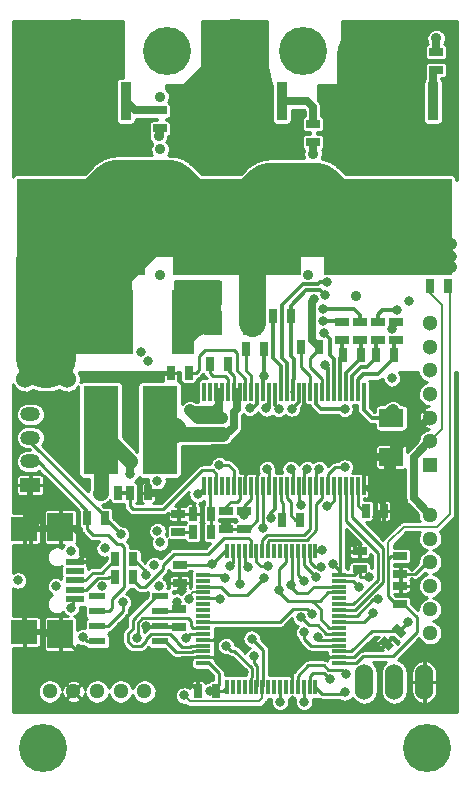
<source format=gtl>
G04 #@! TF.FileFunction,Copper,L1,Top,Signal*
%FSLAX46Y46*%
G04 Gerber Fmt 4.6, Leading zero omitted, Abs format (unit mm)*
G04 Created by KiCad (PCBNEW 4.0.1-stable) date 2016-02-08 6:25:09 PM*
%MOMM*%
G01*
G04 APERTURE LIST*
%ADD10C,0.150000*%
%ADD11C,1.300480*%
%ADD12R,1.699260X1.198880*%
%ADD13O,1.699260X1.198880*%
%ADD14R,10.800080X8.150860*%
%ADD15R,0.899160X3.200400*%
%ADD16O,1.524000X3.048000*%
%ADD17C,4.064000*%
%ADD18R,1.849120X5.499100*%
%ADD19R,2.997200X7.498080*%
%ADD20R,5.000000X4.000000*%
%ADD21R,0.300000X1.300480*%
%ADD22R,1.300480X0.300000*%
%ADD23R,0.299720X1.501140*%
%ADD24R,7.000240X3.599180*%
%ADD25R,1.524000X2.032000*%
%ADD26R,1.143000X0.635000*%
%ADD27R,0.635000X1.143000*%
%ADD28R,2.032000X1.524000*%
%ADD29R,1.399540X0.599440*%
%ADD30R,1.500000X0.500000*%
%ADD31R,2.200000X2.400000*%
%ADD32R,2.200000X2.000000*%
%ADD33R,1.300000X1.300000*%
%ADD34C,1.300000*%
%ADD35C,0.800000*%
%ADD36C,0.889000*%
%ADD37C,1.524000*%
%ADD38C,0.635000*%
%ADD39C,1.270000*%
%ADD40C,0.254000*%
%ADD41C,0.304800*%
%ADD42C,0.406400*%
%ADD43C,1.016000*%
%ADD44C,0.508000*%
%ADD45C,0.203200*%
%ADD46C,2.286000*%
%ADD47C,5.080000*%
%ADD48C,0.889000*%
G04 APERTURE END LIST*
D10*
D11*
X86099240Y-137200000D03*
X88100760Y-137200000D03*
X90099740Y-137200000D03*
X84100260Y-137200000D03*
X82098740Y-137200000D03*
D12*
X80450000Y-119728280D03*
D13*
X80450000Y-115725240D03*
X80450000Y-117726760D03*
X80450000Y-113726260D03*
D11*
X114300000Y-126253240D03*
X114300000Y-128254760D03*
X114300000Y-130253740D03*
X114300000Y-132255260D03*
X114300000Y-124254260D03*
X114300000Y-122252740D03*
D14*
X84709000Y-97848420D03*
D15*
X88519000Y-87246460D03*
X87249000Y-87246460D03*
X85979000Y-87246460D03*
X83439000Y-87246460D03*
X82169000Y-87246460D03*
X80899000Y-87246460D03*
D16*
X108712000Y-136398000D03*
X111252000Y-136398000D03*
X113792000Y-136398000D03*
D17*
X92000000Y-83000000D03*
X103500000Y-83000000D03*
D18*
X93380560Y-105918000D03*
X88229440Y-105918000D03*
D19*
X91399360Y-115062000D03*
X86400640Y-115062000D03*
D20*
X85090000Y-82804000D03*
X97790000Y-82804000D03*
X109474000Y-82804000D03*
D14*
X110744000Y-97848420D03*
D15*
X114554000Y-87246460D03*
X113284000Y-87246460D03*
X112014000Y-87246460D03*
X109474000Y-87246460D03*
X108204000Y-87246460D03*
X106934000Y-87246460D03*
D14*
X97917000Y-97848420D03*
D15*
X101727000Y-87246460D03*
X100457000Y-87246460D03*
X99187000Y-87246460D03*
X96647000Y-87246460D03*
X95377000Y-87246460D03*
X94107000Y-87246460D03*
D21*
X98587560Y-136814560D03*
X99087940Y-136814560D03*
X99588320Y-136814560D03*
X100088700Y-136814560D03*
X100589080Y-136814560D03*
X97088960Y-136814560D03*
X97586800Y-136814560D03*
X98087180Y-136814560D03*
D22*
X106588560Y-134813040D03*
X106588560Y-134315200D03*
X106588560Y-133814820D03*
X106588560Y-133314440D03*
X106588560Y-132814060D03*
X106588560Y-132313680D03*
X106588560Y-131813300D03*
X106588560Y-131312920D03*
D21*
X104587040Y-125313440D03*
X104089200Y-125313440D03*
X103588820Y-125313440D03*
X103088440Y-125313440D03*
X102588060Y-125313440D03*
X102087680Y-125313440D03*
X101587300Y-125313440D03*
X101086920Y-125313440D03*
D22*
X95087440Y-127314960D03*
X95087440Y-127812800D03*
X95087440Y-128313180D03*
X95087440Y-128813560D03*
X95087440Y-129313940D03*
X95087440Y-129814320D03*
X95087440Y-130314700D03*
X95087440Y-130815080D03*
D21*
X101086920Y-136814560D03*
X101587300Y-136814560D03*
X102087680Y-136814560D03*
D22*
X106588560Y-130815080D03*
X106588560Y-130314700D03*
X106588560Y-129814320D03*
D21*
X100589080Y-125313440D03*
X100088700Y-125313440D03*
X99588320Y-125313440D03*
D22*
X95087440Y-131312920D03*
X95087440Y-131813300D03*
X95087440Y-132313680D03*
D21*
X102588060Y-136814560D03*
X103088440Y-136814560D03*
X103588820Y-136814560D03*
X104089200Y-136814560D03*
X104587040Y-136814560D03*
D22*
X106588560Y-129313940D03*
X106588560Y-128813560D03*
X106588560Y-128313180D03*
X106588560Y-127812800D03*
X106588560Y-127314960D03*
D21*
X99087940Y-125313440D03*
X98587560Y-125313440D03*
X98087180Y-125313440D03*
X97586800Y-125313440D03*
X97088960Y-125313440D03*
D22*
X95087440Y-132814060D03*
X95087440Y-133314440D03*
X95087440Y-133814820D03*
X95087440Y-134315200D03*
X95087440Y-134813040D03*
D23*
X104157780Y-111823500D03*
X103657400Y-111823500D03*
X103157020Y-111823500D03*
X102656640Y-111823500D03*
X102156260Y-111823500D03*
X101658420Y-111823500D03*
X101158040Y-111823500D03*
X100657660Y-111823500D03*
X100157280Y-111823500D03*
X99656900Y-111823500D03*
X99156520Y-111823500D03*
X108656120Y-111823500D03*
X108158280Y-111823500D03*
X107657900Y-111823500D03*
X103157020Y-119824500D03*
X106657140Y-111823500D03*
X106156760Y-111823500D03*
X105656380Y-111823500D03*
X105158540Y-111823500D03*
X104658160Y-111823500D03*
X100657660Y-119824500D03*
X101158040Y-119824500D03*
X101658420Y-119824500D03*
X102156260Y-119824500D03*
X102656640Y-119824500D03*
X107157520Y-111823500D03*
X103657400Y-119824500D03*
X104157780Y-119824500D03*
X104658160Y-119824500D03*
X105158540Y-119824500D03*
X105656380Y-119824500D03*
X106156760Y-119824500D03*
X106657140Y-119824500D03*
X95158560Y-119824500D03*
X95656400Y-119824500D03*
X96156780Y-119824500D03*
X96657160Y-119824500D03*
X97157540Y-119824500D03*
X97657920Y-119824500D03*
X98158300Y-119824500D03*
X98656140Y-119824500D03*
X99156520Y-119824500D03*
X99656900Y-119824500D03*
X100157280Y-119824500D03*
X107157520Y-119824500D03*
X107657900Y-119824500D03*
X108158280Y-119824500D03*
X108656120Y-119824500D03*
X98656140Y-111823500D03*
X98158300Y-111823500D03*
X97657920Y-111823500D03*
X97157540Y-111823500D03*
X96657160Y-111823500D03*
X96156780Y-111823500D03*
X95656400Y-111823500D03*
X95158560Y-111823500D03*
D24*
X101854000Y-115824000D03*
D17*
X114000000Y-142000000D03*
X81500000Y-142000000D03*
D25*
X95885000Y-106045000D03*
X99187000Y-106045000D03*
X95885000Y-103505000D03*
X99187000Y-103505000D03*
D26*
X108331000Y-125349000D03*
X108331000Y-126873000D03*
D10*
G36*
X110765790Y-133755433D02*
X109957567Y-132947210D01*
X110406580Y-132498197D01*
X111214803Y-133306420D01*
X110765790Y-133755433D01*
X110765790Y-133755433D01*
G37*
G36*
X111843420Y-132677803D02*
X111035197Y-131869580D01*
X111484210Y-131420567D01*
X112292433Y-132228790D01*
X111843420Y-132677803D01*
X111843420Y-132677803D01*
G37*
D26*
X98552000Y-123444000D03*
X98552000Y-121920000D03*
X93091000Y-128016000D03*
X93091000Y-126492000D03*
D27*
X94234000Y-122174000D03*
X95758000Y-122174000D03*
D26*
X92964000Y-122174000D03*
X92964000Y-123698000D03*
D27*
X101727000Y-122682000D03*
X103251000Y-122682000D03*
X110363000Y-121920000D03*
X108839000Y-121920000D03*
X97155000Y-109474000D03*
X95631000Y-109474000D03*
X100203000Y-108204000D03*
X98679000Y-108204000D03*
X102489000Y-105410000D03*
X100965000Y-105410000D03*
X104902000Y-108077000D03*
X103378000Y-108077000D03*
X106934000Y-108712000D03*
X108458000Y-108712000D03*
X94615000Y-137160000D03*
X96139000Y-137160000D03*
X109728000Y-108712000D03*
X111252000Y-108712000D03*
D28*
X110998000Y-117348000D03*
X110998000Y-114046000D03*
D26*
X111760000Y-125730000D03*
X111760000Y-127254000D03*
X93000000Y-130188000D03*
X93000000Y-131712000D03*
D27*
X114300000Y-102870000D03*
X115824000Y-102870000D03*
D26*
X111760000Y-129794000D03*
X111760000Y-128270000D03*
D27*
X86360000Y-120396000D03*
X87884000Y-120396000D03*
X88900000Y-120396000D03*
X90424000Y-120396000D03*
X94234000Y-123698000D03*
X95758000Y-123698000D03*
D26*
X97028000Y-121920000D03*
X97028000Y-123444000D03*
D27*
X92329000Y-110236000D03*
X93853000Y-110236000D03*
D26*
X114808000Y-84582000D03*
X114808000Y-83058000D03*
X104394000Y-89154000D03*
X104394000Y-90678000D03*
X91440000Y-88011000D03*
X91440000Y-89535000D03*
X106807000Y-105918000D03*
X106807000Y-107442000D03*
X108331000Y-105918000D03*
X108331000Y-107442000D03*
X109855000Y-105918000D03*
X109855000Y-107442000D03*
X111379000Y-105918000D03*
X111379000Y-107442000D03*
D27*
X89162000Y-127550000D03*
X87638000Y-127550000D03*
X89162000Y-126000000D03*
X87638000Y-126000000D03*
X86762000Y-122500000D03*
X85238000Y-122500000D03*
D29*
X86133000Y-132955000D03*
X91467000Y-132955000D03*
X86133000Y-131685000D03*
X86133000Y-130415000D03*
X86133000Y-129145000D03*
X91467000Y-131685000D03*
X91467000Y-130415000D03*
X91467000Y-129145000D03*
D30*
X84200000Y-129400000D03*
X84200000Y-128600000D03*
X84200000Y-127800000D03*
X84200000Y-127000000D03*
X84200000Y-126200000D03*
D31*
X83000000Y-123250000D03*
X83000000Y-132350000D03*
D32*
X79925000Y-123450000D03*
X79925000Y-132150000D03*
D33*
X114300000Y-118018560D03*
D34*
X114300000Y-114015520D03*
X114300000Y-116017040D03*
X114300000Y-112016540D03*
X114300000Y-110015020D03*
X114300000Y-108013500D03*
X114300000Y-106014520D03*
D35*
X88900000Y-117729000D03*
X88900000Y-118800000D03*
X85979000Y-114935000D03*
X79400000Y-127800000D03*
X101473000Y-118237000D03*
X102870000Y-132842000D03*
X107817006Y-124617006D03*
D36*
X90551000Y-110490012D03*
D35*
X103759000Y-115189000D03*
X103709331Y-113221584D03*
X98512630Y-135586518D03*
X109782385Y-122455968D03*
X91823218Y-122684218D03*
X110871000Y-119380000D03*
X110871000Y-118364000D03*
X98552000Y-116840000D03*
X97028000Y-123063000D03*
X99314000Y-117475000D03*
X93321003Y-128553294D03*
X80600000Y-121900000D03*
X86300000Y-126200000D03*
X90255293Y-131671345D03*
X88138000Y-131699000D03*
X81800000Y-112800000D03*
D37*
X93472000Y-103251000D03*
X93472000Y-104775000D03*
D35*
X84928238Y-131104499D03*
D37*
X94996000Y-103251000D03*
X94996000Y-104775000D03*
X93472000Y-106299000D03*
X94996000Y-106299000D03*
D35*
X99187000Y-132731485D03*
X93472000Y-137541000D03*
X97028000Y-133350000D03*
X108286870Y-128330435D03*
X97350000Y-126600000D03*
X100831698Y-122555000D03*
X100132231Y-123334253D03*
X105537000Y-121539000D03*
X91948000Y-114935000D03*
X90805000Y-114935000D03*
X99374925Y-134191906D03*
X94615000Y-120523000D03*
X83900000Y-130100000D03*
X96901000Y-127635000D03*
X98171000Y-128143000D03*
X112394988Y-131318000D03*
X106044996Y-126432893D03*
X91200000Y-119400000D03*
X92850000Y-129600000D03*
X95631000Y-137160000D03*
X98552000Y-122301000D03*
X95850000Y-126400000D03*
X107200501Y-135762249D03*
X109135117Y-127485117D03*
X111049589Y-110692411D03*
X116078000Y-99314000D03*
D37*
X80010000Y-110744000D03*
D35*
X116078000Y-100330000D03*
X83900000Y-125300000D03*
X111125000Y-113411000D03*
X93980000Y-113411000D03*
D37*
X83566000Y-107188000D03*
X83566000Y-105410000D03*
X81788000Y-105410000D03*
X80010000Y-105410000D03*
X81788000Y-107188000D03*
X80010000Y-107188000D03*
X80010000Y-108966000D03*
X81788000Y-108966000D03*
X83566000Y-108966000D03*
X83566000Y-110744000D03*
X81788000Y-110744000D03*
D35*
X96647000Y-114046000D03*
X116100000Y-101300000D03*
X101600000Y-138085820D03*
X82600000Y-128300000D03*
X104310799Y-130643738D03*
X100203000Y-110490012D03*
D37*
X110744000Y-86868000D03*
X110744000Y-88646000D03*
X112522000Y-86868000D03*
X112522000Y-88646000D03*
X106934000Y-86868000D03*
X106934000Y-88646000D03*
X108966000Y-86868000D03*
X108966000Y-88646000D03*
X106934000Y-90424000D03*
X108966000Y-90424000D03*
X110744000Y-90424000D03*
X112522000Y-90424000D03*
D35*
X86741000Y-125095000D03*
D37*
X111252000Y-81534000D03*
X109474000Y-81534000D03*
X107696000Y-81534000D03*
D35*
X105410000Y-103632000D03*
X91200000Y-123600000D03*
D37*
X93980000Y-90678000D03*
X95758000Y-90678000D03*
X97790000Y-90678000D03*
X99822000Y-90678000D03*
X99822000Y-88900000D03*
X97790000Y-88900000D03*
X95758000Y-88900000D03*
X97790000Y-87122000D03*
X99822000Y-87122000D03*
X93980000Y-87122000D03*
X95758000Y-87122000D03*
X93980000Y-88900000D03*
X96139000Y-81534000D03*
X97790000Y-81534000D03*
X99441000Y-81534000D03*
D35*
X104500000Y-104000266D03*
X86500000Y-128267478D03*
D37*
X81026000Y-90932000D03*
X82804000Y-90932000D03*
X84582000Y-90932000D03*
X86360000Y-90932000D03*
X86360000Y-89154000D03*
X84582000Y-89154000D03*
X82804000Y-89154000D03*
X81026000Y-89154000D03*
X81026000Y-87122000D03*
X82804000Y-87122000D03*
X84582000Y-87122000D03*
X86360000Y-87122000D03*
D36*
X91440000Y-86868000D03*
D37*
X83312000Y-81534000D03*
X85090000Y-81534000D03*
X86868000Y-81534000D03*
D35*
X101473000Y-113284000D03*
D36*
X108003411Y-103725057D03*
D35*
X105291353Y-106846343D03*
D36*
X91440000Y-91313000D03*
D35*
X91300000Y-128250000D03*
X107061000Y-137287000D03*
X90932000Y-126492000D03*
X105792150Y-136142850D03*
D36*
X114808000Y-81915000D03*
D35*
X99012291Y-113211397D03*
X112483130Y-104116822D03*
X100441730Y-113235361D03*
X91440000Y-124587000D03*
X103632000Y-138085820D03*
X105537509Y-102507217D03*
D36*
X104394000Y-91694000D03*
X103937763Y-101968280D03*
D35*
X102596601Y-113245201D03*
X107051383Y-113293617D03*
D36*
X91313000Y-90170000D03*
D35*
X105383273Y-109569220D03*
D36*
X91440000Y-101981000D03*
D35*
X105264351Y-105868904D03*
X90424000Y-109220000D03*
X105266323Y-104825601D03*
X89789000Y-108458000D03*
X111506000Y-104902000D03*
X111029780Y-106546698D03*
X100505015Y-118375283D03*
X105181969Y-125258511D03*
X105090994Y-126647361D03*
X107061000Y-118237000D03*
X104643484Y-127516758D03*
X104902000Y-118364000D03*
X103885996Y-118364000D03*
X103632000Y-127889000D03*
X100203000Y-127635000D03*
X102489000Y-118364000D03*
X96450000Y-118050000D03*
X96520000Y-129413000D03*
X100584000Y-126619000D03*
X103378000Y-121412000D03*
X90200000Y-127300000D03*
X98850000Y-126650000D03*
X93859398Y-129369533D03*
X93605312Y-132700000D03*
X89453446Y-132677426D03*
X88100000Y-123900000D03*
X88292526Y-129652290D03*
X109474000Y-130556000D03*
X109849234Y-129387867D03*
X84900000Y-132600000D03*
X104775000Y-132588000D03*
X101473000Y-128578582D03*
X103377992Y-130937000D03*
X103632000Y-132207000D03*
X102489000Y-128156220D03*
D38*
X85979000Y-114935000D02*
X86106000Y-115062000D01*
X86106000Y-115062000D02*
X86400640Y-115062000D01*
X88900000Y-118800000D02*
X88900000Y-117729000D01*
D39*
X86400640Y-115229640D02*
X88900000Y-117729000D01*
X86400640Y-115062000D02*
X86400640Y-115229640D01*
X86400640Y-115062000D02*
X86400640Y-116400640D01*
X86400640Y-115062000D02*
X86400640Y-120355360D01*
X86400640Y-120355360D02*
X86360000Y-120396000D01*
D40*
X84100260Y-137200000D02*
X85431860Y-138531600D01*
X90769660Y-138531600D02*
X92123260Y-137178000D01*
X85431860Y-138531600D02*
X90769660Y-138531600D01*
X92123260Y-135684260D02*
X92123260Y-137178000D01*
X92101260Y-137200000D02*
X92123260Y-137178000D01*
D41*
X101473000Y-118237000D02*
X101473000Y-116205000D01*
X101473000Y-116205000D02*
X101854000Y-115824000D01*
D40*
X106588560Y-134315200D02*
X107873800Y-134315200D01*
X107873800Y-134315200D02*
X109062185Y-133126815D01*
X109062185Y-133126815D02*
X110037172Y-133126815D01*
X110037172Y-133126815D02*
X110586185Y-133126815D01*
X104267000Y-134239000D02*
X103269999Y-133241999D01*
X104267000Y-134315200D02*
X104267000Y-134239000D01*
X103269999Y-133241999D02*
X102870000Y-132842000D01*
X96139000Y-132969000D02*
X97155000Y-131953000D01*
X101981000Y-131953000D02*
X102470001Y-132442001D01*
X102470001Y-132442001D02*
X102870000Y-132842000D01*
X97155000Y-131953000D02*
X101981000Y-131953000D01*
X108170506Y-124617006D02*
X107817006Y-124617006D01*
X108331000Y-124777500D02*
X108170506Y-124617006D01*
X108331000Y-125349000D02*
X108331000Y-124777500D01*
D42*
X92329000Y-110236000D02*
X91605100Y-110236000D01*
X91605100Y-110236000D02*
X91351088Y-110490012D01*
X91351088Y-110490012D02*
X90551000Y-110490012D01*
D41*
X103657400Y-113169653D02*
X103709331Y-113221584D01*
X103657400Y-111823500D02*
X103657400Y-113169653D01*
D38*
X114300000Y-114030760D02*
X114188240Y-114030760D01*
D43*
X93380560Y-105283000D02*
X93380560Y-104866440D01*
X93380560Y-104866440D02*
X94996000Y-103251000D01*
X94996000Y-103251000D02*
X95758000Y-104902000D01*
X95758000Y-104902000D02*
X94396560Y-104902000D01*
X94396560Y-104902000D02*
X93380560Y-105283000D01*
D40*
X96062800Y-134315200D02*
X97241312Y-134315200D01*
X97241312Y-134315200D02*
X98512630Y-135586518D01*
D38*
X97536000Y-116586000D02*
X95885000Y-116586000D01*
D44*
X90424000Y-120396000D02*
X90424000Y-120224000D01*
X110553500Y-121920000D02*
X110318353Y-121920000D01*
X110318353Y-121920000D02*
X109782385Y-122455968D01*
X79925000Y-132150000D02*
X79925000Y-131675000D01*
D40*
X92964000Y-122174000D02*
X92138500Y-122174000D01*
X91823218Y-122489282D02*
X91823218Y-122684218D01*
X92138500Y-122174000D02*
X91823218Y-122489282D01*
X91467000Y-131685000D02*
X92973000Y-131685000D01*
X92973000Y-131685000D02*
X93000000Y-131712000D01*
D43*
X110871000Y-119380000D02*
X110871000Y-118364000D01*
X110871000Y-117475000D02*
X110871000Y-118364000D01*
X110871000Y-117475000D02*
X110998000Y-117348000D01*
D40*
X110553500Y-121920000D02*
X110553500Y-121721880D01*
D41*
X108656120Y-118165880D02*
X109474000Y-117348000D01*
X109474000Y-117348000D02*
X110998000Y-117348000D01*
X108656120Y-119824500D02*
X108656120Y-118165880D01*
D38*
X98552000Y-116840000D02*
X99568000Y-115824000D01*
X99568000Y-115824000D02*
X101854000Y-115824000D01*
X108204000Y-115824000D02*
X109728000Y-117348000D01*
X109728000Y-117348000D02*
X110998000Y-117348000D01*
X101854000Y-115824000D02*
X108204000Y-115824000D01*
D40*
X99314000Y-118364000D02*
X99656900Y-118706900D01*
X98933000Y-118364000D02*
X99314000Y-118364000D01*
X99656900Y-118706900D02*
X99656900Y-119824500D01*
X98656140Y-118640860D02*
X98933000Y-118364000D01*
X98656140Y-119824500D02*
X98656140Y-118640860D01*
X110553500Y-121721880D02*
X108656120Y-119824500D01*
X98933000Y-123444000D02*
X99656900Y-122720100D01*
X99656900Y-122720100D02*
X99656900Y-119824500D01*
X98552000Y-123444000D02*
X98933000Y-123444000D01*
X98552000Y-116840000D02*
X101854000Y-115824000D01*
X92964000Y-122174000D02*
X94234000Y-122174000D01*
X97028000Y-123444000D02*
X98552000Y-123444000D01*
D38*
X92075000Y-120396000D02*
X90424000Y-120396000D01*
X98298000Y-115824000D02*
X97536000Y-116586000D01*
X95885000Y-116586000D02*
X92075000Y-120396000D01*
X101854000Y-115824000D02*
X98298000Y-115824000D01*
X90424000Y-120396000D02*
X90424000Y-119888000D01*
D40*
X97028000Y-123063000D02*
X97028000Y-123444000D01*
X100965000Y-115824000D02*
X99314000Y-117475000D01*
X101854000Y-115824000D02*
X100965000Y-115824000D01*
X101473000Y-115824000D02*
X98933000Y-118364000D01*
X101854000Y-115824000D02*
X101473000Y-115824000D01*
X103809800Y-134315200D02*
X102588060Y-135536940D01*
X102588060Y-135536940D02*
X102588060Y-136814560D01*
X104267000Y-134315200D02*
X103809800Y-134315200D01*
X106588560Y-134315200D02*
X104267000Y-134315200D01*
X95984060Y-132814060D02*
X96139000Y-132969000D01*
X96139000Y-132969000D02*
X96139000Y-134239000D01*
X96139000Y-134239000D02*
X96062800Y-134315200D01*
X96062800Y-134315200D02*
X95087440Y-134315200D01*
X95087440Y-132814060D02*
X95984060Y-132814060D01*
X93268800Y-134315200D02*
X92123260Y-135460740D01*
X95087440Y-134315200D02*
X93268800Y-134315200D01*
D38*
X114188240Y-114030760D02*
X110998000Y-117221000D01*
X110998000Y-117221000D02*
X110998000Y-117348000D01*
D40*
X91613300Y-131763300D02*
X91500000Y-131650000D01*
X93091000Y-128323291D02*
X93321003Y-128553294D01*
X93091000Y-128016000D02*
X93091000Y-128323291D01*
D39*
X80600000Y-122775000D02*
X80600000Y-121900000D01*
X79925000Y-123450000D02*
X80600000Y-122775000D01*
D44*
X80450000Y-121750000D02*
X80600000Y-121900000D01*
X80450000Y-119728280D02*
X80450000Y-121750000D01*
X82800000Y-123450000D02*
X83000000Y-123250000D01*
X79925000Y-123450000D02*
X82800000Y-123450000D01*
X82800000Y-132150000D02*
X83000000Y-132350000D01*
X79925000Y-132150000D02*
X82800000Y-132150000D01*
D40*
X84100000Y-126200000D02*
X86300000Y-126200000D01*
D41*
X80518000Y-124043000D02*
X79925000Y-123450000D01*
X79925000Y-130514000D02*
X80518000Y-129921000D01*
X80518000Y-129921000D02*
X80518000Y-124043000D01*
X79925000Y-132150000D02*
X79925000Y-130514000D01*
D40*
X91467000Y-131685000D02*
X90268948Y-131685000D01*
X90268948Y-131685000D02*
X90255293Y-131671345D01*
D41*
X88138000Y-133223000D02*
X87249000Y-134112000D01*
X87249000Y-134112000D02*
X84762000Y-134112000D01*
X84762000Y-134112000D02*
X83000000Y-132350000D01*
X88138000Y-131699000D02*
X88138000Y-133223000D01*
X83880000Y-123250000D02*
X83000000Y-123250000D01*
X85090000Y-125603000D02*
X85090000Y-124460000D01*
X85090000Y-124460000D02*
X83880000Y-123250000D01*
X84493000Y-126200000D02*
X85090000Y-125603000D01*
X84100000Y-126200000D02*
X84493000Y-126200000D01*
D39*
X93839986Y-104787680D02*
X93472000Y-104775000D01*
D40*
X92123260Y-135684260D02*
X92710000Y-136271000D01*
X92710000Y-136271000D02*
X93726000Y-136271000D01*
X93726000Y-136271000D02*
X94615000Y-137160000D01*
X92123260Y-135460740D02*
X92123260Y-135684260D01*
X92123260Y-137178000D02*
X92101260Y-137200000D01*
X111760000Y-127254000D02*
X111760000Y-128270000D01*
X113030000Y-127254000D02*
X111760000Y-127254000D01*
D45*
X95758000Y-104902000D02*
X94996000Y-103251000D01*
X95758000Y-105029000D02*
X95758000Y-104902000D01*
X94996000Y-104775000D02*
X95758000Y-105029000D01*
D39*
X95631000Y-106172000D02*
X94996000Y-104775000D01*
X95885000Y-106045000D02*
X95631000Y-106172000D01*
X93380560Y-106207560D02*
X93380560Y-105918000D01*
X93472000Y-106299000D02*
X93380560Y-106207560D01*
X95631000Y-106172000D02*
X95885000Y-106045000D01*
X95123000Y-106172000D02*
X95631000Y-106172000D01*
X94996000Y-106299000D02*
X95123000Y-106172000D01*
X95885000Y-103505000D02*
X95885000Y-106045000D01*
D40*
X100134279Y-136768981D02*
X100134279Y-135920479D01*
X100134279Y-135920479D02*
X100168421Y-135886337D01*
X100168421Y-135886337D02*
X100168421Y-133712906D01*
X100088700Y-136814560D02*
X100134279Y-136768981D01*
X100168421Y-133712906D02*
X99187000Y-132731485D01*
D45*
X100088700Y-137782300D02*
X99822000Y-138049000D01*
X99822000Y-138049000D02*
X93980000Y-138049000D01*
X93980000Y-138049000D02*
X93472000Y-137541000D01*
X100088700Y-136814560D02*
X100088700Y-137782300D01*
D40*
X97427999Y-133749999D02*
X97028000Y-133350000D01*
X99087940Y-136054314D02*
X99202089Y-135940165D01*
X99202089Y-135741618D02*
X99217431Y-135726276D01*
X99087940Y-136814560D02*
X99087940Y-136054314D01*
X99217431Y-135248213D02*
X97719217Y-133749999D01*
X99217431Y-135726276D02*
X99217431Y-135248213D01*
X99202089Y-135940165D02*
X99202089Y-135741618D01*
X97719217Y-133749999D02*
X97427999Y-133749999D01*
X107769235Y-127812800D02*
X107886871Y-127930436D01*
X107886871Y-127930436D02*
X108286870Y-128330435D01*
X106588560Y-127812800D02*
X107769235Y-127812800D01*
X97586800Y-126314200D02*
X97350000Y-126600000D01*
X97586800Y-125313440D02*
X97586800Y-126314200D01*
D41*
X101158040Y-119824500D02*
X101158040Y-121767598D01*
X101158040Y-121767598D02*
X100831698Y-122093940D01*
X100831698Y-122093940D02*
X100831698Y-122555000D01*
D40*
X95656400Y-122072400D02*
X95758000Y-122174000D01*
X95656400Y-119824500D02*
X95656400Y-122072400D01*
X95758000Y-122174000D02*
X95758000Y-123698000D01*
X100132231Y-122768568D02*
X100132231Y-123334253D01*
X100126896Y-122763233D02*
X100132231Y-122768568D01*
X100126896Y-120859454D02*
X100126896Y-122763233D01*
X100157280Y-120829070D02*
X100126896Y-120859454D01*
X100157280Y-119824500D02*
X100157280Y-120829070D01*
X105664000Y-121539000D02*
X105537000Y-121539000D01*
X106156760Y-121046240D02*
X105664000Y-121539000D01*
X106156760Y-119824500D02*
X106156760Y-121046240D01*
X92964000Y-123698000D02*
X94234000Y-123698000D01*
X101658420Y-121089420D02*
X101854000Y-121285000D01*
X101854000Y-121285000D02*
X101854000Y-122555000D01*
X101854000Y-122555000D02*
X101727000Y-122682000D01*
X101658420Y-119824500D02*
X101658420Y-121089420D01*
X102156260Y-120825260D02*
X102489000Y-121158000D01*
X102489000Y-121158000D02*
X102489000Y-122301000D01*
X102489000Y-122301000D02*
X102870000Y-122682000D01*
X102870000Y-122682000D02*
X103251000Y-122682000D01*
X102156260Y-119824500D02*
X102156260Y-120825260D01*
X108158280Y-121429780D02*
X108648500Y-121920000D01*
X108158280Y-119824500D02*
X108158280Y-121429780D01*
D39*
X92943000Y-115443000D02*
X92562000Y-115062000D01*
X92562000Y-115062000D02*
X91399360Y-115062000D01*
D43*
X91948000Y-114935000D02*
X91821000Y-115062000D01*
X91821000Y-115062000D02*
X91399360Y-115062000D01*
X90805000Y-114935000D02*
X90932000Y-115062000D01*
X90932000Y-115062000D02*
X91399360Y-115062000D01*
D38*
X97663000Y-113538000D02*
X97917000Y-113284000D01*
X97663000Y-114808000D02*
X97663000Y-113538000D01*
D41*
X97917000Y-111823500D02*
X98158300Y-111823500D01*
X97657920Y-111823500D02*
X97917000Y-111823500D01*
D38*
X97917000Y-111823500D02*
X97917000Y-113284000D01*
X91399360Y-115021360D02*
X91399360Y-115062000D01*
X97028000Y-115443000D02*
X97663000Y-114808000D01*
D46*
X91399360Y-115062000D02*
X92562000Y-115062000D01*
D39*
X92943000Y-115443000D02*
X96708851Y-115443000D01*
D38*
X96708851Y-115443000D02*
X97028000Y-115443000D01*
D40*
X97657920Y-110484920D02*
X97155000Y-109982000D01*
X97155000Y-109982000D02*
X97155000Y-109474000D01*
X97657920Y-111823500D02*
X97657920Y-110484920D01*
X97157540Y-110746540D02*
X96901000Y-110490000D01*
X96901000Y-110490000D02*
X95885000Y-110490000D01*
X95885000Y-110490000D02*
X95631000Y-110236000D01*
X95631000Y-110236000D02*
X95631000Y-109474000D01*
X97157540Y-111823500D02*
X97157540Y-110746540D01*
X99156520Y-110459520D02*
X98679000Y-109982000D01*
X98679000Y-109982000D02*
X98679000Y-108204000D01*
X99156520Y-111823500D02*
X99156520Y-110459520D01*
D41*
X100965000Y-108966000D02*
X101658420Y-109659420D01*
X101658420Y-109659420D02*
X101658420Y-111823500D01*
X100965000Y-108966000D02*
X100965000Y-105410000D01*
D40*
X104157780Y-111823500D02*
X104157780Y-110484720D01*
X104157780Y-110484720D02*
X103378000Y-109704940D01*
X103378000Y-109704940D02*
X103378000Y-108902500D01*
X103378000Y-108902500D02*
X103378000Y-108077000D01*
D41*
X106657140Y-111823500D02*
X106657140Y-108988860D01*
X106657140Y-108988860D02*
X106934000Y-108712000D01*
X106807000Y-107442000D02*
X106807000Y-108585000D01*
X106807000Y-108585000D02*
X106934000Y-108712000D01*
X107157520Y-111823500D02*
X107157520Y-110266480D01*
X108458000Y-108966000D02*
X108458000Y-108712000D01*
X107157520Y-110266480D02*
X108458000Y-108966000D01*
X108458000Y-108712000D02*
X108458000Y-107569000D01*
X108458000Y-107569000D02*
X108331000Y-107442000D01*
X107657900Y-111823500D02*
X107657900Y-110528100D01*
X107657900Y-110528100D02*
X108458000Y-109728000D01*
X109728000Y-108925362D02*
X109728000Y-108712000D01*
X108458000Y-109728000D02*
X108925362Y-109728000D01*
X108925362Y-109728000D02*
X109728000Y-108925362D01*
X109728000Y-108712000D02*
X109728000Y-107569000D01*
X109728000Y-107569000D02*
X109855000Y-107442000D01*
X108158280Y-111823500D02*
X108158280Y-110826548D01*
X108158280Y-110826548D02*
X108621828Y-110363000D01*
X108621828Y-110363000D02*
X109855000Y-110363000D01*
X109855000Y-110363000D02*
X111252000Y-108966000D01*
X111252000Y-108966000D02*
X111252000Y-108712000D01*
X111252000Y-108712000D02*
X111252000Y-107569000D01*
X111252000Y-107569000D02*
X111379000Y-107442000D01*
D40*
X99374925Y-134757591D02*
X99374925Y-134191906D01*
X99649241Y-135031907D02*
X99374925Y-134757591D01*
X99633899Y-135920479D02*
X99649241Y-135905137D01*
X99633899Y-136768981D02*
X99633899Y-135920479D01*
X99588320Y-136814560D02*
X99633899Y-136768981D01*
X99649241Y-135905137D02*
X99649241Y-135031907D01*
D38*
X114554000Y-84836000D02*
X114808000Y-84582000D01*
X114554000Y-87246460D02*
X114554000Y-84836000D01*
X104394000Y-87757000D02*
X103883460Y-87246460D01*
X103883460Y-87246460D02*
X101727000Y-87246460D01*
X104394000Y-89154000D02*
X104394000Y-87757000D01*
X89283540Y-88011000D02*
X88519000Y-87246460D01*
X91440000Y-88011000D02*
X89283540Y-88011000D01*
D41*
X87884000Y-120396000D02*
X88900000Y-120396000D01*
D40*
X96156780Y-118762780D02*
X95885000Y-118491000D01*
X96156780Y-119824500D02*
X96156780Y-118762780D01*
X95885000Y-118491000D02*
X94996000Y-118491000D01*
X94996000Y-118491000D02*
X91694000Y-121793000D01*
X91694000Y-121793000D02*
X89154000Y-121793000D01*
X89154000Y-121793000D02*
X88900000Y-121539000D01*
X88900000Y-121539000D02*
X88900000Y-120396000D01*
X98158300Y-120916700D02*
X97917000Y-121158000D01*
X97917000Y-121158000D02*
X97409000Y-121158000D01*
X97409000Y-121158000D02*
X97028000Y-121539000D01*
X97028000Y-121539000D02*
X97028000Y-121920000D01*
X98158300Y-119824500D02*
X98158300Y-120916700D01*
X95158560Y-119979440D02*
X94615000Y-120523000D01*
X95158560Y-119824500D02*
X95158560Y-119979440D01*
X98656140Y-110721140D02*
X97917000Y-109982000D01*
X97917000Y-109982000D02*
X97917000Y-108585000D01*
X97917000Y-108585000D02*
X97663000Y-108331000D01*
X97663000Y-108331000D02*
X95250000Y-108331000D01*
X95250000Y-108331000D02*
X94742000Y-108839000D01*
X94742000Y-108839000D02*
X94742000Y-109982000D01*
X94742000Y-109982000D02*
X94488000Y-110236000D01*
X94488000Y-110236000D02*
X93853000Y-110236000D01*
X98656140Y-111823500D02*
X98656140Y-110721140D01*
X84100000Y-129900000D02*
X83900000Y-130100000D01*
X84100000Y-129400000D02*
X84100000Y-129900000D01*
X96901000Y-127635000D02*
X96580960Y-127314960D01*
X96580960Y-127314960D02*
X95087440Y-127314960D01*
X98171000Y-128143000D02*
X98087180Y-128059180D01*
X98087180Y-128059180D02*
X98087180Y-125313440D01*
D45*
X114300000Y-116029740D02*
X115316000Y-115013740D01*
X115316000Y-115013740D02*
X115316000Y-104521000D01*
X115316000Y-104521000D02*
X114300000Y-103505000D01*
X114300000Y-103505000D02*
X114300000Y-102870000D01*
D40*
X106588560Y-133814820D02*
X107612180Y-133814820D01*
X107612180Y-133814820D02*
X109377815Y-132049185D01*
X109377815Y-132049185D02*
X111114802Y-132049185D01*
X111114802Y-132049185D02*
X111663815Y-132049185D01*
X112394988Y-131318000D02*
X112394988Y-131318012D01*
X112394988Y-131318012D02*
X111663815Y-132049185D01*
X108331000Y-127444500D02*
X108371617Y-127485117D01*
X108331000Y-126873000D02*
X108331000Y-127444500D01*
X106588560Y-126910960D02*
X106110493Y-126432893D01*
X106110493Y-126432893D02*
X106044996Y-126432893D01*
X106588560Y-127314960D02*
X106588560Y-126910960D01*
D38*
X114300000Y-116029740D02*
X114221260Y-116029740D01*
X112903000Y-117348000D02*
X112903000Y-120855740D01*
X114221260Y-116029740D02*
X112903000Y-117348000D01*
D40*
X96400000Y-135625360D02*
X96400000Y-136645000D01*
X95087440Y-134813040D02*
X95587680Y-134813040D01*
X96139000Y-136906000D02*
X96139000Y-137160000D01*
X96400000Y-136645000D02*
X96139000Y-136906000D01*
X95587680Y-134813040D02*
X96400000Y-135625360D01*
X95850000Y-126400000D02*
X95758000Y-126492000D01*
X95758000Y-126492000D02*
X93091000Y-126492000D01*
X93000000Y-130188000D02*
X93000000Y-129750000D01*
X93000000Y-129750000D02*
X92850000Y-129600000D01*
X91467000Y-130415000D02*
X92773000Y-130415000D01*
X92773000Y-130415000D02*
X93000000Y-130188000D01*
X98552000Y-121539000D02*
X98552000Y-121920000D01*
X99156520Y-120934480D02*
X98552000Y-121539000D01*
X99156520Y-119824500D02*
X99156520Y-120934480D01*
X106657140Y-127246380D02*
X106588560Y-127314960D01*
X106657140Y-119824500D02*
X106657140Y-127246380D01*
X107889040Y-127314960D02*
X108331000Y-126873000D01*
X106588560Y-127314960D02*
X107889040Y-127314960D01*
X96936560Y-125313440D02*
X97088960Y-125313440D01*
D44*
X98552000Y-122301000D02*
X98552000Y-121920000D01*
D40*
X96743520Y-137160000D02*
X96139000Y-137160000D01*
X97088960Y-136814560D02*
X96743520Y-137160000D01*
X95631000Y-137160000D02*
X95885000Y-137414000D01*
X93218000Y-126365000D02*
X93091000Y-126492000D01*
X95850000Y-126400000D02*
X96936560Y-125313440D01*
X106800502Y-135362250D02*
X107200501Y-135762249D01*
X105644250Y-135362250D02*
X106800502Y-135362250D01*
X103997760Y-135001000D02*
X105283000Y-135001000D01*
X103088440Y-135910320D02*
X103997760Y-135001000D01*
X105283000Y-135001000D02*
X105644250Y-135362250D01*
X103088440Y-136814560D02*
X103088440Y-135910320D01*
X108569432Y-127485117D02*
X109135117Y-127485117D01*
X108371617Y-127485117D02*
X108569432Y-127485117D01*
D43*
X116078000Y-99314000D02*
X112209580Y-99314000D01*
X112209580Y-99314000D02*
X110744000Y-97848420D01*
D46*
X99187000Y-106045000D02*
X99187000Y-99118420D01*
X99187000Y-99118420D02*
X97917000Y-97848420D01*
D39*
X99187000Y-103505000D02*
X99187000Y-106045000D01*
D47*
X81788000Y-106172000D02*
X90111580Y-97848420D01*
D43*
X88229440Y-105918000D02*
X88229440Y-105882440D01*
D48*
X116078000Y-100330000D02*
X113596420Y-97848420D01*
X113596420Y-97848420D02*
X110744000Y-97848420D01*
D43*
X96647000Y-114046000D02*
X94615000Y-114046000D01*
X94615000Y-114046000D02*
X93980000Y-113411000D01*
D38*
X96012000Y-113411000D02*
X93980000Y-113411000D01*
X96456500Y-112966500D02*
X96012000Y-113411000D01*
X96456500Y-111823500D02*
X96456500Y-112966500D01*
X96393000Y-111887000D02*
X96393000Y-113792000D01*
X96393000Y-113792000D02*
X96647000Y-114046000D01*
D43*
X111125000Y-113411000D02*
X110921802Y-113614198D01*
X110921802Y-113614198D02*
X110998000Y-114046000D01*
D41*
X109347000Y-114046000D02*
X110998000Y-114046000D01*
X108656120Y-113355120D02*
X109347000Y-114046000D01*
X108656120Y-111823500D02*
X108656120Y-113355120D01*
X96329500Y-111823500D02*
X96393000Y-111887000D01*
X96156780Y-111823500D02*
X96329500Y-111823500D01*
X96456500Y-111823500D02*
X96393000Y-111887000D01*
X96657160Y-111823500D02*
X96456500Y-111823500D01*
D42*
X110921802Y-113665000D02*
X110998000Y-114046000D01*
D47*
X97917000Y-97848420D02*
X84709000Y-97848420D01*
X100769420Y-94996000D02*
X97917000Y-97848420D01*
X104648000Y-94996000D02*
X100769420Y-94996000D01*
X107500420Y-97848420D02*
X104648000Y-94996000D01*
X97917000Y-97848420D02*
X107500420Y-97848420D01*
X95308420Y-97848420D02*
X92202000Y-94742000D01*
X92202000Y-94742000D02*
X87815420Y-94742000D01*
X87815420Y-94742000D02*
X84709000Y-97848420D01*
X97917000Y-97848420D02*
X95308420Y-97848420D01*
D38*
X83566000Y-105410000D02*
X81788000Y-105410000D01*
X80010000Y-105410000D02*
X85852000Y-99060000D01*
X85852000Y-99060000D02*
X85852000Y-98044000D01*
X85852000Y-98044000D02*
X84709000Y-97848420D01*
X81788000Y-107188000D02*
X83566000Y-107188000D01*
X80010000Y-108966000D02*
X80010000Y-107188000D01*
X83566000Y-108966000D02*
X81788000Y-108966000D01*
D47*
X81788000Y-100769420D02*
X84709000Y-97848420D01*
X81788000Y-108966000D02*
X81788000Y-100769420D01*
X90111580Y-97848420D02*
X97917000Y-97848420D01*
X81788000Y-107188000D02*
X81788000Y-106172000D01*
D38*
X111056420Y-97848420D02*
X110744000Y-97848420D01*
D46*
X84074000Y-105918000D02*
X83566000Y-105410000D01*
D43*
X111310420Y-97848420D02*
X110744000Y-97848420D01*
X112648420Y-97848420D02*
X110744000Y-97848420D01*
X116100000Y-101300000D02*
X112648420Y-97848420D01*
D39*
X99187000Y-99118420D02*
X97917000Y-97848420D01*
X99187000Y-103505000D02*
X99187000Y-99118420D01*
D40*
X101587300Y-136814560D02*
X101587300Y-138073120D01*
X101587300Y-138073120D02*
X101600000Y-138085820D01*
X102658694Y-130232198D02*
X103899259Y-130232198D01*
X103899259Y-130232198D02*
X103910800Y-130243739D01*
X95087440Y-131312920D02*
X101577972Y-131312920D01*
X101577972Y-131312920D02*
X102658694Y-130232198D01*
X103910800Y-130243739D02*
X104310799Y-130643738D01*
D41*
X100157280Y-111823500D02*
X100157280Y-110535732D01*
X100157280Y-110535732D02*
X100203000Y-110490012D01*
X100203000Y-108204000D02*
X100203000Y-110490012D01*
D46*
X106934000Y-89154000D02*
X107696000Y-89916000D01*
D38*
X112014000Y-87376000D02*
X111506000Y-87376000D01*
X112522000Y-86868000D02*
X112014000Y-87376000D01*
X113030000Y-88138000D02*
X112522000Y-88646000D01*
X106680000Y-87500460D02*
X107312460Y-87500460D01*
D46*
X112014000Y-87376000D02*
X112014000Y-87246460D01*
X107696000Y-89916000D02*
X109474000Y-89408000D01*
X109474000Y-89408000D02*
X112014000Y-87376000D01*
X106934000Y-87246460D02*
X106934000Y-89154000D01*
X112014000Y-87246460D02*
X111884460Y-87376000D01*
D38*
X106934000Y-88646000D02*
X106934000Y-87630000D01*
X106934000Y-87630000D02*
X106680000Y-87500460D01*
X106680000Y-90170000D02*
X106934000Y-90424000D01*
X112522000Y-90424000D02*
X112522000Y-88646000D01*
X106680000Y-87500460D02*
X106680000Y-90170000D01*
X106934000Y-87246460D02*
X106680000Y-87500460D01*
D39*
X106934000Y-90424000D02*
X108966000Y-90424000D01*
X108966000Y-90424000D02*
X110744000Y-90424000D01*
X110744000Y-90424000D02*
X112522000Y-90424000D01*
X112522000Y-90424000D02*
X112522000Y-89916000D01*
X112522000Y-89916000D02*
X111252000Y-89916000D01*
X111252000Y-89916000D02*
X110744000Y-90424000D01*
X110744000Y-89916000D02*
X110744000Y-90424000D01*
X112522000Y-88646000D02*
X110744000Y-89916000D01*
D38*
X111506000Y-87376000D02*
X110744000Y-86868000D01*
X113284000Y-87246460D02*
X113030000Y-88138000D01*
X107950000Y-87630000D02*
X108204000Y-87246460D01*
X107312460Y-87500460D02*
X107950000Y-87630000D01*
X108204000Y-87376000D02*
X107950000Y-87630000D01*
X108204000Y-87246460D02*
X108204000Y-87376000D01*
X108717080Y-87376000D02*
X113284000Y-87376000D01*
X113284000Y-87376000D02*
X113284000Y-87246460D01*
X108587540Y-87246460D02*
X108717080Y-87376000D01*
X108204000Y-87246460D02*
X108587540Y-87246460D01*
D46*
X111884460Y-87376000D02*
X108717080Y-87376000D01*
D38*
X108966000Y-86868000D02*
X108712000Y-86614000D01*
X108712000Y-86614000D02*
X106934000Y-86868000D01*
X110744000Y-88646000D02*
X110490000Y-88900000D01*
X110490000Y-88900000D02*
X108966000Y-88646000D01*
D47*
X108966000Y-83312000D02*
X108966000Y-86868000D01*
D40*
X109474000Y-82804000D02*
X109474000Y-87246460D01*
D46*
X108966000Y-83312000D02*
X109474000Y-82804000D01*
X112014000Y-86360000D02*
X108966000Y-83312000D01*
X112014000Y-87246460D02*
X112014000Y-86360000D01*
D45*
X109474000Y-81534000D02*
X111252000Y-81534000D01*
X108966000Y-82804000D02*
X107696000Y-81534000D01*
X109474000Y-82804000D02*
X108966000Y-82804000D01*
D41*
X105010001Y-103232001D02*
X105410000Y-103632000D01*
X102489000Y-105410000D02*
X102489000Y-104533700D01*
X102489000Y-104533700D02*
X103790707Y-103231993D01*
X103790707Y-103231993D02*
X105009993Y-103231993D01*
X105009993Y-103231993D02*
X105010001Y-103232001D01*
X102730299Y-109080299D02*
X102489000Y-108839000D01*
X102489000Y-108839000D02*
X102489000Y-105410000D01*
X102743000Y-110742728D02*
X102730299Y-110730027D01*
X102730299Y-110730027D02*
X102730299Y-109080299D01*
X102656640Y-111823500D02*
X102656640Y-110829088D01*
X102656640Y-110829088D02*
X102743000Y-110742728D01*
X102656640Y-111823500D02*
X102638870Y-111805730D01*
D38*
X98044000Y-90932000D02*
X97790000Y-90678000D01*
X99822000Y-90678000D02*
X98044000Y-90932000D01*
X97790000Y-88900000D02*
X99822000Y-88900000D01*
X100332540Y-87122000D02*
X99822000Y-87122000D01*
X100457000Y-87246460D02*
X100332540Y-87122000D01*
X93726000Y-88392000D02*
X93980000Y-88646000D01*
X93980000Y-87122000D02*
X93726000Y-88392000D01*
D39*
X95758000Y-88900000D02*
X93980000Y-90678000D01*
X95758000Y-90678000D02*
X95758000Y-88900000D01*
X93980000Y-90678000D02*
X95758000Y-90678000D01*
X93980000Y-88900000D02*
X93980000Y-90678000D01*
X99568000Y-88900000D02*
X97790000Y-90678000D01*
X99822000Y-88900000D02*
X99568000Y-88900000D01*
X99822000Y-90678000D02*
X99822000Y-88900000D01*
X97790000Y-90678000D02*
X99822000Y-90678000D01*
X95758000Y-90678000D02*
X97790000Y-90678000D01*
X99822000Y-87122000D02*
X99822000Y-88900000D01*
D44*
X100457000Y-87246460D02*
X99187000Y-87246460D01*
D47*
X97790000Y-82804000D02*
X97790000Y-87122000D01*
D39*
X93980000Y-88643460D02*
X93980000Y-88900000D01*
X95377000Y-87246460D02*
X93980000Y-88643460D01*
X94107000Y-87246460D02*
X95377000Y-87246460D01*
X96012000Y-90678000D02*
X97790000Y-88900000D01*
X95758000Y-90678000D02*
X96012000Y-90678000D01*
D38*
X97790000Y-87122000D02*
X95758000Y-87122000D01*
D39*
X95377000Y-87246460D02*
X96647000Y-87246460D01*
D38*
X93980000Y-88900000D02*
X95758000Y-88900000D01*
D45*
X97790000Y-81534000D02*
X96139000Y-81534000D01*
X98171000Y-82804000D02*
X99441000Y-81534000D01*
X97790000Y-82804000D02*
X98171000Y-82804000D01*
D38*
X104500000Y-104000266D02*
X104267000Y-104233266D01*
X104267000Y-104233266D02*
X104267000Y-107442000D01*
X104267000Y-107442000D02*
X104902000Y-108077000D01*
D40*
X105158540Y-111823500D02*
X105158540Y-110779958D01*
X105158540Y-110779958D02*
X104140000Y-109761418D01*
X104140000Y-109761418D02*
X104140000Y-108966000D01*
X104140000Y-108966000D02*
X104902000Y-108204000D01*
X104902000Y-108204000D02*
X104902000Y-108077000D01*
D47*
X83312000Y-85598000D02*
X83312000Y-87122000D01*
X83312000Y-87122000D02*
X83185000Y-87246460D01*
X84328000Y-82804000D02*
X83312000Y-85598000D01*
D44*
X82169000Y-87246460D02*
X80899000Y-87246460D01*
X85725000Y-87246460D02*
X82169000Y-87246460D01*
X86995000Y-87246460D02*
X85725000Y-87246460D01*
X84836000Y-90678000D02*
X84582000Y-90932000D01*
X86360000Y-90932000D02*
X84836000Y-90678000D01*
X82804000Y-87122000D02*
X81026000Y-87122000D01*
X86360000Y-87122000D02*
X84582000Y-87122000D01*
D39*
X82804000Y-90932000D02*
X81026000Y-89154000D01*
X82804000Y-89154000D02*
X82804000Y-90932000D01*
X81026000Y-89154000D02*
X82804000Y-89154000D01*
X81026000Y-90932000D02*
X81026000Y-89154000D01*
X82804000Y-90932000D02*
X81026000Y-90932000D01*
X84582000Y-90932000D02*
X82804000Y-90932000D01*
X86360000Y-90932000D02*
X84582000Y-90932000D01*
X84582000Y-90932000D02*
X82804000Y-89154000D01*
X84582000Y-89154000D02*
X84582000Y-90932000D01*
X86360000Y-90932000D02*
X86360000Y-89154000D01*
X84582000Y-89154000D02*
X86360000Y-90932000D01*
X86360000Y-89154000D02*
X84582000Y-89154000D01*
X85087460Y-87627460D02*
X84582000Y-87122000D01*
X86360000Y-87627460D02*
X85087460Y-87627460D01*
X85979000Y-87246460D02*
X86360000Y-87627460D01*
X86360000Y-87376000D02*
X84582000Y-89154000D01*
X86360000Y-87122000D02*
X86360000Y-87376000D01*
X86360000Y-89154000D02*
X86360000Y-87122000D01*
D46*
X85979000Y-83693000D02*
X85090000Y-82804000D01*
X85979000Y-87246460D02*
X85979000Y-83693000D01*
D45*
X85090000Y-81534000D02*
X83312000Y-81534000D01*
X87376000Y-81534000D02*
X86868000Y-81534000D01*
D41*
X101158040Y-112969040D02*
X101473000Y-113284000D01*
X101158040Y-111823500D02*
X101158040Y-112969040D01*
X105691352Y-107246342D02*
X105291353Y-106846343D01*
X105791000Y-107345990D02*
X105691352Y-107246342D01*
X106156760Y-109070500D02*
X105791000Y-108704740D01*
X105791000Y-108704740D02*
X105791000Y-107345990D01*
X106156760Y-111823500D02*
X106156760Y-109070500D01*
D40*
X106964480Y-137383520D02*
X107061000Y-137287000D01*
X105156000Y-137383520D02*
X106964480Y-137383520D01*
X104587040Y-136814560D02*
X105156000Y-137383520D01*
X104089200Y-135910320D02*
X104363520Y-135636000D01*
X104089200Y-136814560D02*
X104089200Y-135910320D01*
X105285300Y-135636000D02*
X105792150Y-136142850D01*
X104363520Y-135636000D02*
X105285300Y-135636000D01*
D38*
X114808000Y-81915000D02*
X114808000Y-83058000D01*
D41*
X99656900Y-112878870D02*
X99324373Y-113211397D01*
X99324373Y-113211397D02*
X99012291Y-113211397D01*
X99656900Y-111823500D02*
X99656900Y-112878870D01*
X100657660Y-113019431D02*
X100441730Y-113235361D01*
X100657660Y-111823500D02*
X100657660Y-113019431D01*
D40*
X103588820Y-136814560D02*
X103588820Y-138042640D01*
X103588820Y-138042640D02*
X103632000Y-138085820D01*
D41*
X102156260Y-111823500D02*
X102156260Y-109395260D01*
X102156260Y-109395260D02*
X101727000Y-108966000D01*
X101727000Y-108966000D02*
X101727000Y-104521000D01*
X101727000Y-104521000D02*
X103505000Y-102743000D01*
X103505000Y-102743000D02*
X104775000Y-102743000D01*
X104775000Y-102743000D02*
X105010783Y-102507217D01*
X105010783Y-102507217D02*
X105537509Y-102507217D01*
D38*
X104394000Y-91694000D02*
X104394000Y-90678000D01*
D41*
X102996600Y-112845202D02*
X102596601Y-113245201D01*
X103157020Y-111823500D02*
X103157020Y-112725576D01*
X103157020Y-112725576D02*
X103037394Y-112845202D01*
X103037394Y-112845202D02*
X102996600Y-112845202D01*
X105072907Y-113293617D02*
X106485698Y-113293617D01*
X104658160Y-112878870D02*
X105072907Y-113293617D01*
X104658160Y-111823500D02*
X104658160Y-112878870D01*
X106485698Y-113293617D02*
X107051383Y-113293617D01*
D38*
X91313000Y-90170000D02*
X91440000Y-90043000D01*
X91440000Y-90043000D02*
X91440000Y-89535000D01*
D41*
X105656380Y-109842327D02*
X105383273Y-109569220D01*
X105656380Y-111823500D02*
X105656380Y-109842327D01*
X105264351Y-105868904D02*
X106757904Y-105868904D01*
X106757904Y-105868904D02*
X106807000Y-105918000D01*
X105313447Y-105918000D02*
X105264351Y-105868904D01*
X105266323Y-104825601D02*
X107860901Y-104825601D01*
X107860901Y-104825601D02*
X108331000Y-105295700D01*
X108331000Y-105295700D02*
X108331000Y-105918000D01*
X109855000Y-105918000D02*
X109855000Y-105295700D01*
X109855000Y-105295700D02*
X110248700Y-104902000D01*
X110248700Y-104902000D02*
X110940315Y-104902000D01*
X110940315Y-104902000D02*
X111506000Y-104902000D01*
X111429779Y-105968779D02*
X111429779Y-106146699D01*
X111429779Y-106146699D02*
X111029780Y-106546698D01*
X111379000Y-105918000D02*
X111429779Y-105968779D01*
D40*
X107657900Y-119824500D02*
X107657900Y-122389900D01*
X107657900Y-122389900D02*
X110303831Y-125035831D01*
X110303831Y-125035831D02*
X110303831Y-127923841D01*
X110303831Y-127923841D02*
X107912972Y-130314700D01*
X107912972Y-130314700D02*
X107492800Y-130314700D01*
X107492800Y-130314700D02*
X106588560Y-130314700D01*
X107157520Y-120829070D02*
X107157520Y-119824500D01*
X109872020Y-127744980D02*
X109872020Y-125452378D01*
X109872020Y-125452378D02*
X107157520Y-122737878D01*
X106588560Y-129814320D02*
X107802680Y-129814320D01*
X107802680Y-129814320D02*
X109872020Y-127744980D01*
X107157520Y-122737878D02*
X107157520Y-120829070D01*
X100657660Y-118527928D02*
X100505015Y-118375283D01*
X100657660Y-119824500D02*
X100657660Y-118527928D01*
X104587040Y-125313440D02*
X105127040Y-125313440D01*
X105127040Y-125313440D02*
X105181969Y-125258511D01*
X104089200Y-126217680D02*
X104518881Y-126647361D01*
X104089200Y-125313440D02*
X104089200Y-126217680D01*
X104525309Y-126647361D02*
X105090994Y-126647361D01*
X104518881Y-126647361D02*
X104525309Y-126647361D01*
X106495315Y-118237000D02*
X107061000Y-118237000D01*
X105656380Y-118819930D02*
X106239310Y-118237000D01*
X106239310Y-118237000D02*
X106495315Y-118237000D01*
X105656380Y-119824500D02*
X105656380Y-118819930D01*
X103588820Y-126462094D02*
X104243485Y-127116759D01*
X104243485Y-127116759D02*
X104643484Y-127516758D01*
X103588820Y-125313440D02*
X103588820Y-126462094D01*
X104658160Y-118607840D02*
X104902000Y-118364000D01*
X104658160Y-119824500D02*
X104658160Y-118607840D01*
X103657400Y-118592596D02*
X103885996Y-118364000D01*
X103657400Y-119824500D02*
X103657400Y-118592596D01*
X103088440Y-127345440D02*
X103632000Y-127889000D01*
X103088440Y-125313440D02*
X103088440Y-127345440D01*
X98806000Y-129032000D02*
X99803001Y-128034999D01*
X99803001Y-128034999D02*
X100203000Y-127635000D01*
X96563180Y-128313180D02*
X97282000Y-129032000D01*
X95087440Y-128313180D02*
X96563180Y-128313180D01*
X97282000Y-129032000D02*
X98806000Y-129032000D01*
X102656640Y-118531640D02*
X102489000Y-118364000D01*
X102656640Y-119824500D02*
X102656640Y-118531640D01*
X97222000Y-118050000D02*
X96450000Y-118050000D01*
X97222000Y-118050000D02*
X97657920Y-118485920D01*
X97657920Y-118485920D02*
X97657920Y-119824500D01*
X96420940Y-129313940D02*
X96520000Y-129413000D01*
X95087440Y-129313940D02*
X96420940Y-129313940D01*
X104648000Y-123546670D02*
X104648000Y-121339610D01*
X100589080Y-124462398D02*
X100693079Y-124358399D01*
X104648000Y-121339610D02*
X105158540Y-120829070D01*
X105158540Y-120829070D02*
X105158540Y-119824500D01*
X100589080Y-125313440D02*
X100589080Y-124462398D01*
X103836271Y-124358399D02*
X104648000Y-123546670D01*
X100693079Y-124358399D02*
X103836271Y-124358399D01*
X103657410Y-123926588D02*
X104157780Y-123426218D01*
X100514218Y-123926588D02*
X103657410Y-123926588D01*
X100088700Y-125313440D02*
X100088700Y-124352106D01*
X104157780Y-120829070D02*
X104157780Y-119824500D01*
X100088700Y-124352106D02*
X100514218Y-123926588D01*
X104157780Y-123426218D02*
X104157780Y-120829070D01*
X100018315Y-126619000D02*
X100584000Y-126619000D01*
X99989640Y-126619000D02*
X100018315Y-126619000D01*
X99588320Y-125313440D02*
X99588320Y-126217680D01*
X99588320Y-126217680D02*
X99989640Y-126619000D01*
X103157020Y-121191020D02*
X103378000Y-121412000D01*
X103157020Y-119824500D02*
X103157020Y-121191020D01*
X98884740Y-124206000D02*
X99087940Y-124409200D01*
X96847518Y-124206000D02*
X98884740Y-124206000D01*
X95498717Y-125554801D02*
X96847518Y-124206000D01*
X91636801Y-126508557D02*
X92590557Y-125554801D01*
X90124500Y-128375500D02*
X91636801Y-126863199D01*
X92590557Y-125554801D02*
X95498717Y-125554801D01*
X89733500Y-128375500D02*
X90124500Y-128375500D01*
X91636801Y-126863199D02*
X91636801Y-126508557D01*
X89162000Y-127804000D02*
X89733500Y-128375500D01*
X89162000Y-127550000D02*
X89162000Y-127804000D01*
X99087940Y-124409200D02*
X99087940Y-125313440D01*
X90200000Y-127038000D02*
X90200000Y-127300000D01*
X89162000Y-126000000D02*
X90200000Y-127038000D01*
X98587560Y-125313440D02*
X98587560Y-126273560D01*
X98587560Y-126273560D02*
X98850000Y-126650000D01*
D45*
X93859398Y-129188162D02*
X93859398Y-129369533D01*
X94234000Y-128813560D02*
X93859398Y-129188162D01*
D40*
X93991632Y-132313680D02*
X93605312Y-132700000D01*
X89528611Y-132602261D02*
X89453446Y-132677426D01*
X89528611Y-131376312D02*
X89528611Y-132602261D01*
X89940933Y-130963990D02*
X89528611Y-131376312D01*
X90523389Y-131019521D02*
X90467858Y-130963990D01*
X93819521Y-131019521D02*
X90523389Y-131019521D01*
X90467858Y-130963990D02*
X89940933Y-130963990D01*
X94050000Y-131250000D02*
X93819521Y-131019521D01*
X94050000Y-131680100D02*
X94050000Y-131250000D01*
X94183200Y-131813300D02*
X94050000Y-131680100D01*
X95087440Y-131813300D02*
X94183200Y-131813300D01*
X95087440Y-132313680D02*
X93991632Y-132313680D01*
D45*
X95087440Y-128813560D02*
X94234000Y-128813560D01*
D40*
X85238000Y-122500000D02*
X85238000Y-121900000D01*
X85238000Y-121900000D02*
X81064760Y-117726760D01*
X81064760Y-117726760D02*
X80450000Y-117726760D01*
D45*
X86133000Y-130415000D02*
X86280144Y-130415000D01*
D40*
X85238000Y-123465000D02*
X85725000Y-123952000D01*
X85725000Y-123952000D02*
X86995000Y-123952000D01*
X86995000Y-123952000D02*
X87757000Y-124714000D01*
X87757000Y-124714000D02*
X88138000Y-124714000D01*
X88138000Y-124714000D02*
X88392000Y-124968000D01*
X88392000Y-124968000D02*
X88392000Y-128397000D01*
X88392000Y-128397000D02*
X87376000Y-129413000D01*
X87376000Y-129413000D02*
X87376000Y-130175000D01*
X87376000Y-130175000D02*
X87136000Y-130415000D01*
X87136000Y-130415000D02*
X86133000Y-130415000D01*
X85238000Y-122500000D02*
X85238000Y-123465000D01*
X86762000Y-122500000D02*
X86762000Y-122362000D01*
X86762000Y-122362000D02*
X80450000Y-116050000D01*
X80450000Y-116050000D02*
X80450000Y-115725240D01*
X80587240Y-115725240D02*
X80450000Y-115725240D01*
X88100000Y-123838000D02*
X86762000Y-122500000D01*
X88100000Y-123900000D02*
X88100000Y-123838000D01*
X86533050Y-131685000D02*
X86133000Y-131685000D01*
X88292526Y-130401474D02*
X87009000Y-131685000D01*
X87009000Y-131685000D02*
X86133000Y-131685000D01*
X88292526Y-129652290D02*
X88292526Y-130401474D01*
X108717080Y-131312920D02*
X109074001Y-130955999D01*
X109074001Y-130955999D02*
X109474000Y-130556000D01*
X106588560Y-131312920D02*
X108717080Y-131312920D01*
X106588560Y-130815080D02*
X108071920Y-130815080D01*
X108071920Y-130815080D02*
X109474000Y-129413000D01*
X109474000Y-129413000D02*
X109824101Y-129413000D01*
X109824101Y-129413000D02*
X109849234Y-129387867D01*
X84100000Y-128600000D02*
X85124372Y-128600000D01*
X87066500Y-127550000D02*
X87638000Y-127550000D01*
X87053823Y-127562677D02*
X87066500Y-127550000D01*
X86161695Y-127562677D02*
X87053823Y-127562677D01*
X85124372Y-128600000D02*
X86161695Y-127562677D01*
X86507133Y-127130867D02*
X87638000Y-126000000D01*
X85104000Y-127800000D02*
X85773133Y-127130867D01*
X84100000Y-127800000D02*
X85104000Y-127800000D01*
X85773133Y-127130867D02*
X86507133Y-127130867D01*
X85255000Y-132955000D02*
X84900000Y-132600000D01*
X86133000Y-132955000D02*
X85255000Y-132955000D01*
X95087440Y-133314440D02*
X94033978Y-133314440D01*
X89115141Y-133382227D02*
X88748645Y-133015731D01*
X93267007Y-133404801D02*
X92900511Y-133038305D01*
X90220127Y-132953851D02*
X89791751Y-133382227D01*
X89096801Y-131910305D02*
X89096801Y-131115149D01*
X92306280Y-132350000D02*
X90641135Y-132350000D01*
X88748645Y-132258461D02*
X89096801Y-131910305D01*
X89096801Y-131115149D02*
X91066950Y-129145000D01*
X91066950Y-129145000D02*
X91467000Y-129145000D01*
X94033978Y-133314440D02*
X93943617Y-133404801D01*
X92900511Y-132944231D02*
X92306280Y-132350000D01*
X90641135Y-132350000D02*
X90220127Y-132771008D01*
X90220127Y-132771008D02*
X90220127Y-132953851D01*
X88748645Y-133015731D02*
X88748645Y-132258461D01*
X93943617Y-133404801D02*
X93267007Y-133404801D01*
X89791751Y-133382227D02*
X89115141Y-133382227D01*
X92900511Y-133038305D02*
X92900511Y-132944231D01*
X91867050Y-132955000D02*
X91467000Y-132955000D01*
X92748661Y-133836611D02*
X91867050Y-132955000D01*
X95087440Y-133814820D02*
X94183200Y-133814820D01*
X94161409Y-133836611D02*
X92748661Y-133836611D01*
X94183200Y-133814820D02*
X94161409Y-133836611D01*
X106588560Y-134813040D02*
X108026263Y-134813040D01*
X108026263Y-134813040D02*
X108600303Y-134239000D01*
X108600303Y-134239000D02*
X111125000Y-134239000D01*
X111125000Y-134239000D02*
X113157000Y-132207000D01*
X113157000Y-132207000D02*
X113157000Y-130937000D01*
X112014000Y-129794000D02*
X111760000Y-129794000D01*
X113157000Y-130937000D02*
X112014000Y-129794000D01*
X111760000Y-129794000D02*
X111379000Y-129794000D01*
X111379000Y-129794000D02*
X110744000Y-129159000D01*
X110744000Y-129159000D02*
X110744000Y-125984000D01*
D45*
X115951000Y-103759000D02*
X115951000Y-102997000D01*
X115951000Y-102997000D02*
X115824000Y-102870000D01*
D40*
X110744000Y-125984000D02*
X110998000Y-125730000D01*
X110998000Y-125730000D02*
X111760000Y-125730000D01*
D45*
X115951000Y-103251000D02*
X115824000Y-103124000D01*
X110744000Y-124587000D02*
X110744000Y-125984000D01*
X114871500Y-123253500D02*
X115951000Y-122174000D01*
X112077500Y-123253500D02*
X114871500Y-123253500D01*
X110744000Y-124587000D02*
X112077500Y-123253500D01*
X115951000Y-103251000D02*
X115951000Y-103759000D01*
X115951000Y-103759000D02*
X115951000Y-122174000D01*
D40*
X106588560Y-132814060D02*
X105001060Y-132814060D01*
X105001060Y-132814060D02*
X104775000Y-132588000D01*
X104123409Y-129540000D02*
X104315260Y-129540000D01*
X104315260Y-129540000D02*
X105029000Y-130253740D01*
X105029000Y-130253740D02*
X105029000Y-131102242D01*
X105029000Y-131102242D02*
X105740058Y-131813300D01*
X105740058Y-131813300D02*
X106588560Y-131813300D01*
X104123409Y-129540000D02*
X102235000Y-129540000D01*
X104376728Y-129540000D02*
X104123409Y-129540000D01*
X104957880Y-129540000D02*
X104376728Y-129540000D01*
X106588560Y-131813300D02*
X106542981Y-131767721D01*
X101473000Y-128096789D02*
X101473000Y-128241563D01*
X101473000Y-128578582D02*
X101473000Y-128778000D01*
X101473000Y-128241563D02*
X101473000Y-128578582D01*
X101473000Y-126832360D02*
X101473000Y-128096789D01*
X101473000Y-128778000D02*
X102235000Y-129540000D01*
X102087680Y-125313440D02*
X102087680Y-126217680D01*
X102087680Y-126217680D02*
X101473000Y-126832360D01*
X106588560Y-128813560D02*
X105684320Y-128813560D01*
X105684320Y-128813560D02*
X104957880Y-129540000D01*
X106588560Y-132313680D02*
X105516680Y-132313680D01*
X105516680Y-132313680D02*
X104775000Y-131572000D01*
X104775000Y-131572000D02*
X104012992Y-131572000D01*
X104012992Y-131572000D02*
X103777991Y-131336999D01*
X103777991Y-131336999D02*
X103377992Y-130937000D01*
X103632000Y-132207000D02*
X103632000Y-132772685D01*
X103632000Y-132772685D02*
X104173755Y-133314440D01*
X104173755Y-133314440D02*
X105684320Y-133314440D01*
X105684320Y-133314440D02*
X106588560Y-133314440D01*
X102489000Y-128156220D02*
X102489000Y-127889000D01*
D45*
X102489000Y-128397000D02*
X102489000Y-128156220D01*
D40*
X102489000Y-127889000D02*
X102588060Y-127789940D01*
X102588060Y-127789940D02*
X102588060Y-125313440D01*
X104477820Y-128313180D02*
X103886000Y-128905000D01*
X103886000Y-128905000D02*
X102997000Y-128905000D01*
X102997000Y-128905000D02*
X102489000Y-128397000D01*
X106588560Y-128313180D02*
X104477820Y-128313180D01*
X114300000Y-126253240D02*
X114300000Y-126492000D01*
X114030760Y-126253240D02*
X113030000Y-127254000D01*
X114300000Y-126253240D02*
X114030760Y-126253240D01*
D38*
X112903000Y-120855740D02*
X114300000Y-122252740D01*
D40*
G36*
X116544000Y-138938000D02*
X78956000Y-138938000D01*
X78956000Y-137286709D01*
X81066144Y-137286709D01*
X81102652Y-137485624D01*
X81177100Y-137673659D01*
X81286653Y-137843652D01*
X81427139Y-137989129D01*
X81593205Y-138104548D01*
X81778527Y-138185513D01*
X81976046Y-138228941D01*
X82178239Y-138233176D01*
X82377403Y-138198058D01*
X82565953Y-138124924D01*
X82736707Y-138016560D01*
X82883161Y-137877094D01*
X82894997Y-137860314D01*
X83484847Y-137860314D01*
X83547171Y-138015279D01*
X83716852Y-138107516D01*
X83901267Y-138164878D01*
X84093329Y-138185160D01*
X84285658Y-138167582D01*
X84470862Y-138112821D01*
X84641823Y-138022980D01*
X84653349Y-138015279D01*
X84715673Y-137860314D01*
X84100260Y-137244901D01*
X83484847Y-137860314D01*
X82894997Y-137860314D01*
X82999737Y-137711837D01*
X83081994Y-137527085D01*
X83126799Y-137329874D01*
X83126906Y-137322239D01*
X83132678Y-137385398D01*
X83187439Y-137570602D01*
X83277280Y-137741563D01*
X83284981Y-137753089D01*
X83439946Y-137815413D01*
X84055359Y-137200000D01*
X84145161Y-137200000D01*
X84760574Y-137815413D01*
X84915539Y-137753089D01*
X85007776Y-137583408D01*
X85065138Y-137398993D01*
X85073215Y-137322510D01*
X85103152Y-137485624D01*
X85177600Y-137673659D01*
X85287153Y-137843652D01*
X85427639Y-137989129D01*
X85593705Y-138104548D01*
X85779027Y-138185513D01*
X85976546Y-138228941D01*
X86178739Y-138233176D01*
X86377903Y-138198058D01*
X86566453Y-138124924D01*
X86737207Y-138016560D01*
X86883661Y-137877094D01*
X87000237Y-137711837D01*
X87082494Y-137527085D01*
X87098971Y-137454561D01*
X87104672Y-137485624D01*
X87179120Y-137673659D01*
X87288673Y-137843652D01*
X87429159Y-137989129D01*
X87595225Y-138104548D01*
X87780547Y-138185513D01*
X87978066Y-138228941D01*
X88180259Y-138233176D01*
X88379423Y-138198058D01*
X88567973Y-138124924D01*
X88738727Y-138016560D01*
X88885181Y-137877094D01*
X89001757Y-137711837D01*
X89084014Y-137527085D01*
X89099086Y-137460745D01*
X89103652Y-137485624D01*
X89178100Y-137673659D01*
X89287653Y-137843652D01*
X89428139Y-137989129D01*
X89594205Y-138104548D01*
X89779527Y-138185513D01*
X89977046Y-138228941D01*
X90179239Y-138233176D01*
X90378403Y-138198058D01*
X90566953Y-138124924D01*
X90737707Y-138016560D01*
X90884161Y-137877094D01*
X91000737Y-137711837D01*
X91082994Y-137527085D01*
X91127799Y-137329874D01*
X91131024Y-137098882D01*
X91091743Y-136900497D01*
X91014677Y-136713519D01*
X90902761Y-136545072D01*
X90760258Y-136401571D01*
X90592596Y-136288482D01*
X90406162Y-136210112D01*
X90208056Y-136169447D01*
X90005824Y-136168035D01*
X89807169Y-136205930D01*
X89619659Y-136281689D01*
X89450434Y-136392427D01*
X89305942Y-136533924D01*
X89191685Y-136700792D01*
X89112015Y-136886675D01*
X89100631Y-136940233D01*
X89092763Y-136900497D01*
X89015697Y-136713519D01*
X88903781Y-136545072D01*
X88761278Y-136401571D01*
X88593616Y-136288482D01*
X88407182Y-136210112D01*
X88209076Y-136169447D01*
X88006844Y-136168035D01*
X87808189Y-136205930D01*
X87620679Y-136281689D01*
X87451454Y-136392427D01*
X87306962Y-136533924D01*
X87192705Y-136700792D01*
X87113035Y-136886675D01*
X87100336Y-136946420D01*
X87091243Y-136900497D01*
X87014177Y-136713519D01*
X86902261Y-136545072D01*
X86759758Y-136401571D01*
X86592096Y-136288482D01*
X86405662Y-136210112D01*
X86207556Y-136169447D01*
X86005324Y-136168035D01*
X85806669Y-136205930D01*
X85619159Y-136281689D01*
X85449934Y-136392427D01*
X85305442Y-136533924D01*
X85191185Y-136700792D01*
X85111515Y-136886675D01*
X85072798Y-137068827D01*
X85067842Y-137014602D01*
X85013081Y-136829398D01*
X84923240Y-136658437D01*
X84915539Y-136646911D01*
X84760574Y-136584587D01*
X84145161Y-137200000D01*
X84055359Y-137200000D01*
X83439946Y-136584587D01*
X83284981Y-136646911D01*
X83192744Y-136816592D01*
X83135382Y-137001007D01*
X83126778Y-137082487D01*
X83090743Y-136900497D01*
X83013677Y-136713519D01*
X82901761Y-136545072D01*
X82896413Y-136539686D01*
X83484847Y-136539686D01*
X84100260Y-137155099D01*
X84715673Y-136539686D01*
X84653349Y-136384721D01*
X84483668Y-136292484D01*
X84299253Y-136235122D01*
X84107191Y-136214840D01*
X83914862Y-136232418D01*
X83729658Y-136287179D01*
X83558697Y-136377020D01*
X83547171Y-136384721D01*
X83484847Y-136539686D01*
X82896413Y-136539686D01*
X82759258Y-136401571D01*
X82591596Y-136288482D01*
X82405162Y-136210112D01*
X82207056Y-136169447D01*
X82004824Y-136168035D01*
X81806169Y-136205930D01*
X81618659Y-136281689D01*
X81449434Y-136392427D01*
X81304942Y-136533924D01*
X81190685Y-136700792D01*
X81111015Y-136886675D01*
X81068968Y-137084493D01*
X81066144Y-137286709D01*
X78956000Y-137286709D01*
X78956000Y-133480200D01*
X79810700Y-133480200D01*
X79893250Y-133397650D01*
X79893250Y-132181750D01*
X79956750Y-132181750D01*
X79956750Y-133397650D01*
X80039300Y-133480200D01*
X81057522Y-133480200D01*
X81121316Y-133467511D01*
X81181408Y-133442620D01*
X81235490Y-133406483D01*
X81281483Y-133360490D01*
X81317619Y-133306408D01*
X81342511Y-133246316D01*
X81355200Y-133182522D01*
X81355200Y-132464300D01*
X81569800Y-132464300D01*
X81569800Y-133582522D01*
X81582489Y-133646316D01*
X81607381Y-133706408D01*
X81643517Y-133760490D01*
X81689510Y-133806483D01*
X81743592Y-133842620D01*
X81803684Y-133867511D01*
X81867478Y-133880200D01*
X82885700Y-133880200D01*
X82968250Y-133797650D01*
X82968250Y-132381750D01*
X81652350Y-132381750D01*
X81569800Y-132464300D01*
X81355200Y-132464300D01*
X81355200Y-132264300D01*
X81272650Y-132181750D01*
X79956750Y-132181750D01*
X79893250Y-132181750D01*
X79873250Y-132181750D01*
X79873250Y-132118250D01*
X79893250Y-132118250D01*
X79893250Y-130902350D01*
X79956750Y-130902350D01*
X79956750Y-132118250D01*
X81272650Y-132118250D01*
X81355200Y-132035700D01*
X81355200Y-131117478D01*
X81569800Y-131117478D01*
X81569800Y-132235700D01*
X81652350Y-132318250D01*
X82968250Y-132318250D01*
X82968250Y-130902350D01*
X82885700Y-130819800D01*
X81867478Y-130819800D01*
X81803684Y-130832489D01*
X81743592Y-130857380D01*
X81689510Y-130893517D01*
X81643517Y-130939510D01*
X81607381Y-130993592D01*
X81582489Y-131053684D01*
X81569800Y-131117478D01*
X81355200Y-131117478D01*
X81342511Y-131053684D01*
X81317619Y-130993592D01*
X81281483Y-130939510D01*
X81235490Y-130893517D01*
X81181408Y-130857380D01*
X81121316Y-130832489D01*
X81057522Y-130819800D01*
X80039300Y-130819800D01*
X79956750Y-130902350D01*
X79893250Y-130902350D01*
X79810700Y-130819800D01*
X78956000Y-130819800D01*
X78956000Y-128442559D01*
X79017138Y-128485051D01*
X79157490Y-128546369D01*
X79307079Y-128579258D01*
X79460207Y-128582466D01*
X79611043Y-128555870D01*
X79753839Y-128500483D01*
X79883158Y-128418414D01*
X79994074Y-128312791D01*
X80082361Y-128187635D01*
X80144658Y-128047715D01*
X80178591Y-127898359D01*
X80181034Y-127723419D01*
X80151284Y-127573174D01*
X80092919Y-127431569D01*
X80008160Y-127303997D01*
X79900237Y-127195317D01*
X79773260Y-127109670D01*
X79632065Y-127050318D01*
X79482032Y-127019520D01*
X79328873Y-127018451D01*
X79178424Y-127047151D01*
X79036415Y-127104526D01*
X78956000Y-127157148D01*
X78956000Y-124780200D01*
X79810700Y-124780200D01*
X79893250Y-124697650D01*
X79893250Y-123481750D01*
X79956750Y-123481750D01*
X79956750Y-124697650D01*
X80039300Y-124780200D01*
X81057522Y-124780200D01*
X81121316Y-124767511D01*
X81181408Y-124742620D01*
X81235490Y-124706483D01*
X81281483Y-124660490D01*
X81317619Y-124606408D01*
X81342511Y-124546316D01*
X81355200Y-124482522D01*
X81355200Y-123564300D01*
X81272650Y-123481750D01*
X79956750Y-123481750D01*
X79893250Y-123481750D01*
X79873250Y-123481750D01*
X79873250Y-123418250D01*
X79893250Y-123418250D01*
X79893250Y-122202350D01*
X79956750Y-122202350D01*
X79956750Y-123418250D01*
X81272650Y-123418250D01*
X81326600Y-123364300D01*
X81569800Y-123364300D01*
X81569800Y-124482522D01*
X81582489Y-124546316D01*
X81607381Y-124606408D01*
X81643517Y-124660490D01*
X81689510Y-124706483D01*
X81743592Y-124742620D01*
X81803684Y-124767511D01*
X81867478Y-124780200D01*
X82885700Y-124780200D01*
X82968250Y-124697650D01*
X82968250Y-123281750D01*
X81652350Y-123281750D01*
X81569800Y-123364300D01*
X81326600Y-123364300D01*
X81355200Y-123335700D01*
X81355200Y-122417478D01*
X81342511Y-122353684D01*
X81317619Y-122293592D01*
X81281483Y-122239510D01*
X81235490Y-122193517D01*
X81181408Y-122157380D01*
X81121316Y-122132489D01*
X81057522Y-122119800D01*
X80039300Y-122119800D01*
X79956750Y-122202350D01*
X79893250Y-122202350D01*
X79810700Y-122119800D01*
X78956000Y-122119800D01*
X78956000Y-122017478D01*
X81569800Y-122017478D01*
X81569800Y-123135700D01*
X81652350Y-123218250D01*
X82968250Y-123218250D01*
X82968250Y-121802350D01*
X83031750Y-121802350D01*
X83031750Y-123218250D01*
X84347650Y-123218250D01*
X84430200Y-123135700D01*
X84430200Y-122017478D01*
X84417511Y-121953684D01*
X84392619Y-121893592D01*
X84356483Y-121839510D01*
X84310490Y-121793517D01*
X84256408Y-121757380D01*
X84196316Y-121732489D01*
X84132522Y-121719800D01*
X83114300Y-121719800D01*
X83031750Y-121802350D01*
X82968250Y-121802350D01*
X82885700Y-121719800D01*
X81867478Y-121719800D01*
X81803684Y-121732489D01*
X81743592Y-121757380D01*
X81689510Y-121793517D01*
X81643517Y-121839510D01*
X81607381Y-121893592D01*
X81582489Y-121953684D01*
X81569800Y-122017478D01*
X78956000Y-122017478D01*
X78956000Y-119842580D01*
X79270170Y-119842580D01*
X79270170Y-120360242D01*
X79282859Y-120424036D01*
X79307751Y-120484128D01*
X79343887Y-120538210D01*
X79389880Y-120584203D01*
X79443962Y-120620340D01*
X79504054Y-120645231D01*
X79567848Y-120657920D01*
X80335700Y-120657920D01*
X80418250Y-120575370D01*
X80418250Y-119760030D01*
X80481750Y-119760030D01*
X80481750Y-120575370D01*
X80564300Y-120657920D01*
X81332152Y-120657920D01*
X81395946Y-120645231D01*
X81456038Y-120620340D01*
X81510120Y-120584203D01*
X81556113Y-120538210D01*
X81592249Y-120484128D01*
X81617141Y-120424036D01*
X81629830Y-120360242D01*
X81629830Y-119842580D01*
X81547280Y-119760030D01*
X80481750Y-119760030D01*
X80418250Y-119760030D01*
X79352720Y-119760030D01*
X79270170Y-119842580D01*
X78956000Y-119842580D01*
X78956000Y-119096318D01*
X79270170Y-119096318D01*
X79270170Y-119613980D01*
X79352720Y-119696530D01*
X80418250Y-119696530D01*
X80418250Y-118881190D01*
X80335700Y-118798640D01*
X79567848Y-118798640D01*
X79504054Y-118811329D01*
X79443962Y-118836220D01*
X79389880Y-118872357D01*
X79343887Y-118918350D01*
X79307751Y-118972432D01*
X79282859Y-119032524D01*
X79270170Y-119096318D01*
X78956000Y-119096318D01*
X78956000Y-113719415D01*
X79213440Y-113719415D01*
X79230782Y-113909976D01*
X79284808Y-114093539D01*
X79373459Y-114263113D01*
X79493358Y-114412238D01*
X79639940Y-114535234D01*
X79807620Y-114627417D01*
X79990011Y-114685275D01*
X80180167Y-114706604D01*
X80193856Y-114706700D01*
X80706144Y-114706700D01*
X80896579Y-114688028D01*
X81079761Y-114632722D01*
X81248711Y-114542889D01*
X81396996Y-114421952D01*
X81518966Y-114274515D01*
X81609976Y-114106196D01*
X81666559Y-113923405D01*
X81686560Y-113733105D01*
X81669218Y-113542544D01*
X81615192Y-113358981D01*
X81526541Y-113189407D01*
X81406642Y-113040282D01*
X81260060Y-112917286D01*
X81092380Y-112825103D01*
X80909989Y-112767245D01*
X80719833Y-112745916D01*
X80706144Y-112745820D01*
X80193856Y-112745820D01*
X80003421Y-112764492D01*
X79820239Y-112819798D01*
X79651289Y-112909631D01*
X79503004Y-113030568D01*
X79381034Y-113178005D01*
X79290024Y-113346324D01*
X79233441Y-113529115D01*
X79213440Y-113719415D01*
X78956000Y-113719415D01*
X78956000Y-111186959D01*
X78988479Y-111268991D01*
X79109905Y-111457407D01*
X79265615Y-111618650D01*
X79449679Y-111746577D01*
X79655085Y-111836317D01*
X79874009Y-111884451D01*
X80098114Y-111889145D01*
X80318862Y-111850221D01*
X80527846Y-111769162D01*
X80686812Y-111668279D01*
X81200651Y-111827339D01*
X81567729Y-111865921D01*
X81652009Y-111884451D01*
X81766934Y-111886858D01*
X81767608Y-111886929D01*
X81768115Y-111886883D01*
X81876114Y-111889145D01*
X82017826Y-111864157D01*
X82335341Y-111835261D01*
X82882226Y-111674304D01*
X82893335Y-111668496D01*
X83005679Y-111746577D01*
X83211085Y-111836317D01*
X83430009Y-111884451D01*
X83654114Y-111889145D01*
X83874862Y-111850221D01*
X84083846Y-111769162D01*
X84273106Y-111649054D01*
X84435432Y-111494473D01*
X84519197Y-111375728D01*
X84519197Y-118811040D01*
X84524035Y-118871713D01*
X84555904Y-118974620D01*
X84615180Y-119064575D01*
X84697170Y-119134455D01*
X84795382Y-119178726D01*
X84902040Y-119193883D01*
X85384640Y-119193883D01*
X85384640Y-120127814D01*
X85364044Y-120195180D01*
X85359393Y-120240973D01*
X81461446Y-116343026D01*
X81518966Y-116273495D01*
X81609976Y-116105176D01*
X81666559Y-115922385D01*
X81686560Y-115732085D01*
X81669218Y-115541524D01*
X81615192Y-115357961D01*
X81526541Y-115188387D01*
X81406642Y-115039262D01*
X81260060Y-114916266D01*
X81092380Y-114824083D01*
X80909989Y-114766225D01*
X80719833Y-114744896D01*
X80706144Y-114744800D01*
X80193856Y-114744800D01*
X80003421Y-114763472D01*
X79820239Y-114818778D01*
X79651289Y-114908611D01*
X79503004Y-115029548D01*
X79381034Y-115176985D01*
X79290024Y-115345304D01*
X79233441Y-115528095D01*
X79213440Y-115718395D01*
X79230782Y-115908956D01*
X79284808Y-116092519D01*
X79373459Y-116262093D01*
X79493358Y-116411218D01*
X79639940Y-116534214D01*
X79807620Y-116626397D01*
X79990011Y-116684255D01*
X80180167Y-116705584D01*
X80193856Y-116705680D01*
X80387260Y-116705680D01*
X80427900Y-116746320D01*
X80193856Y-116746320D01*
X80003421Y-116764992D01*
X79820239Y-116820298D01*
X79651289Y-116910131D01*
X79503004Y-117031068D01*
X79381034Y-117178505D01*
X79290024Y-117346824D01*
X79233441Y-117529615D01*
X79213440Y-117719915D01*
X79230782Y-117910476D01*
X79284808Y-118094039D01*
X79373459Y-118263613D01*
X79493358Y-118412738D01*
X79639940Y-118535734D01*
X79807620Y-118627917D01*
X79990011Y-118685775D01*
X80180167Y-118707104D01*
X80193856Y-118707200D01*
X80706144Y-118707200D01*
X80896579Y-118688528D01*
X81079761Y-118633222D01*
X81192733Y-118573153D01*
X81455631Y-118836052D01*
X81395946Y-118811329D01*
X81332152Y-118798640D01*
X80564300Y-118798640D01*
X80481750Y-118881190D01*
X80481750Y-119696530D01*
X81547280Y-119696530D01*
X81629830Y-119613980D01*
X81629830Y-119096318D01*
X81617141Y-119032524D01*
X81592417Y-118972837D01*
X84538954Y-121919375D01*
X84537657Y-121928500D01*
X84537657Y-123071500D01*
X84542495Y-123132173D01*
X84574364Y-123235080D01*
X84633640Y-123325035D01*
X84715630Y-123394915D01*
X84730000Y-123401393D01*
X84730000Y-123465000D01*
X84734579Y-123511704D01*
X84738669Y-123558448D01*
X84739414Y-123561014D01*
X84739675Y-123563671D01*
X84753227Y-123608556D01*
X84766329Y-123653655D01*
X84767560Y-123656029D01*
X84768331Y-123658584D01*
X84790340Y-123699977D01*
X84811955Y-123741677D01*
X84813623Y-123743766D01*
X84814876Y-123746123D01*
X84844552Y-123782509D01*
X84873810Y-123819159D01*
X84877473Y-123822874D01*
X84877538Y-123822954D01*
X84877612Y-123823015D01*
X84878790Y-123824210D01*
X85365790Y-124311210D01*
X85402019Y-124340969D01*
X85437997Y-124371158D01*
X85440339Y-124372446D01*
X85442402Y-124374140D01*
X85483730Y-124396300D01*
X85524878Y-124418921D01*
X85527423Y-124419728D01*
X85529778Y-124420991D01*
X85574670Y-124434716D01*
X85619381Y-124448899D01*
X85622034Y-124449197D01*
X85624590Y-124449978D01*
X85671313Y-124454724D01*
X85717907Y-124459950D01*
X85723127Y-124459987D01*
X85723227Y-124459997D01*
X85723321Y-124459988D01*
X85725000Y-124460000D01*
X86285001Y-124460000D01*
X86249254Y-124483392D01*
X86139824Y-124590554D01*
X86053293Y-124716930D01*
X85992956Y-124857706D01*
X85961112Y-125007522D01*
X85958973Y-125160669D01*
X85986622Y-125311314D01*
X86043005Y-125453721D01*
X86125974Y-125582464D01*
X86232369Y-125692639D01*
X86358138Y-125780051D01*
X86498490Y-125841369D01*
X86648079Y-125874258D01*
X86801207Y-125877466D01*
X86937657Y-125853407D01*
X86937657Y-125981922D01*
X86296713Y-126622867D01*
X85773133Y-126622867D01*
X85726429Y-126627446D01*
X85679685Y-126631536D01*
X85677119Y-126632281D01*
X85674462Y-126632542D01*
X85629577Y-126646094D01*
X85584478Y-126659196D01*
X85582104Y-126660427D01*
X85579549Y-126661198D01*
X85538156Y-126683207D01*
X85496456Y-126704822D01*
X85494367Y-126706490D01*
X85492010Y-126707743D01*
X85455624Y-126737419D01*
X85418974Y-126766677D01*
X85415259Y-126770340D01*
X85415179Y-126770405D01*
X85415118Y-126770479D01*
X85413923Y-126771657D01*
X85332843Y-126852737D01*
X85332843Y-126750000D01*
X85328005Y-126689327D01*
X85296136Y-126586420D01*
X85268021Y-126543753D01*
X85280200Y-126482522D01*
X85280200Y-126314300D01*
X85197650Y-126231750D01*
X84231750Y-126231750D01*
X84231750Y-126251750D01*
X84168250Y-126251750D01*
X84168250Y-126231750D01*
X84148250Y-126231750D01*
X84148250Y-126168250D01*
X84168250Y-126168250D01*
X84168250Y-126148250D01*
X84231750Y-126148250D01*
X84231750Y-126168250D01*
X85197650Y-126168250D01*
X85280200Y-126085700D01*
X85280200Y-125917478D01*
X85267511Y-125853684D01*
X85242619Y-125793592D01*
X85206483Y-125739510D01*
X85160490Y-125693517D01*
X85106408Y-125657380D01*
X85046316Y-125632489D01*
X84982522Y-125619800D01*
X84612563Y-125619800D01*
X84644658Y-125547715D01*
X84678591Y-125398359D01*
X84681034Y-125223419D01*
X84651284Y-125073174D01*
X84592919Y-124931569D01*
X84508160Y-124803997D01*
X84400237Y-124695317D01*
X84353309Y-124663664D01*
X84356483Y-124660490D01*
X84392619Y-124606408D01*
X84417511Y-124546316D01*
X84430200Y-124482522D01*
X84430200Y-123364300D01*
X84347650Y-123281750D01*
X83031750Y-123281750D01*
X83031750Y-124697650D01*
X83114300Y-124780200D01*
X83314503Y-124780200D01*
X83298824Y-124795554D01*
X83212293Y-124921930D01*
X83158799Y-125046740D01*
X83121053Y-125021280D01*
X82961779Y-124954327D01*
X82792535Y-124919587D01*
X82619766Y-124918380D01*
X82450054Y-124950755D01*
X82289861Y-125015477D01*
X82145291Y-125110081D01*
X82021849Y-125230964D01*
X81924238Y-125373521D01*
X81856176Y-125532323D01*
X81820254Y-125701321D01*
X81817842Y-125874077D01*
X81849031Y-126044012D01*
X81912633Y-126204652D01*
X82006225Y-126349879D01*
X82126243Y-126474162D01*
X82268116Y-126572766D01*
X82426439Y-126641935D01*
X82595181Y-126679036D01*
X82767917Y-126682654D01*
X82938065Y-126652652D01*
X83099145Y-126590173D01*
X83109140Y-126583830D01*
X83082314Y-126643342D01*
X83067157Y-126750000D01*
X83067157Y-127250000D01*
X83071995Y-127310673D01*
X83100551Y-127402884D01*
X83082314Y-127443342D01*
X83067157Y-127550000D01*
X83067157Y-127673004D01*
X82973260Y-127609670D01*
X82832065Y-127550318D01*
X82682032Y-127519520D01*
X82528873Y-127518451D01*
X82378424Y-127547151D01*
X82236415Y-127604526D01*
X82108254Y-127688392D01*
X81998824Y-127795554D01*
X81912293Y-127921930D01*
X81851956Y-128062706D01*
X81820112Y-128212522D01*
X81817973Y-128365669D01*
X81845622Y-128516314D01*
X81902005Y-128658721D01*
X81984974Y-128787464D01*
X82091369Y-128897639D01*
X82217138Y-128985051D01*
X82288628Y-129016284D01*
X82145291Y-129110081D01*
X82021849Y-129230964D01*
X81924238Y-129373521D01*
X81856176Y-129532323D01*
X81820254Y-129701321D01*
X81817842Y-129874077D01*
X81849031Y-130044012D01*
X81912633Y-130204652D01*
X82006225Y-130349879D01*
X82126243Y-130474162D01*
X82268116Y-130572766D01*
X82426439Y-130641935D01*
X82595181Y-130679036D01*
X82767917Y-130682654D01*
X82938065Y-130652652D01*
X83099145Y-130590173D01*
X83232273Y-130505688D01*
X83284974Y-130587464D01*
X83391369Y-130697639D01*
X83517138Y-130785051D01*
X83596676Y-130819800D01*
X83114300Y-130819800D01*
X83031750Y-130902350D01*
X83031750Y-132318250D01*
X83051750Y-132318250D01*
X83051750Y-132381750D01*
X83031750Y-132381750D01*
X83031750Y-133797650D01*
X83114300Y-133880200D01*
X84132522Y-133880200D01*
X84196316Y-133867511D01*
X84256408Y-133842620D01*
X84310490Y-133806483D01*
X84356483Y-133760490D01*
X84392619Y-133706408D01*
X84417511Y-133646316D01*
X84430200Y-133582522D01*
X84430200Y-133224627D01*
X84517138Y-133285051D01*
X84657490Y-133346369D01*
X84807079Y-133379258D01*
X84960207Y-133382466D01*
X84976859Y-133379530D01*
X85013731Y-133399300D01*
X85054878Y-133421921D01*
X85057426Y-133422729D01*
X85059779Y-133423991D01*
X85098682Y-133435885D01*
X85146370Y-133508255D01*
X85228360Y-133578135D01*
X85326572Y-133622406D01*
X85433230Y-133637563D01*
X86832770Y-133637563D01*
X86893443Y-133632725D01*
X86996350Y-133600856D01*
X87086305Y-133541580D01*
X87156185Y-133459590D01*
X87200456Y-133361378D01*
X87215613Y-133254720D01*
X87215613Y-132655280D01*
X87210775Y-132594607D01*
X87178906Y-132491700D01*
X87119630Y-132401745D01*
X87037640Y-132331865D01*
X87012213Y-132320403D01*
X87086305Y-132271580D01*
X87156185Y-132189590D01*
X87167011Y-132165574D01*
X87197655Y-132156671D01*
X87200029Y-132155440D01*
X87202584Y-132154669D01*
X87243977Y-132132660D01*
X87285677Y-132111045D01*
X87287766Y-132109377D01*
X87290123Y-132108124D01*
X87326509Y-132078448D01*
X87363159Y-132049190D01*
X87366874Y-132045527D01*
X87366954Y-132045462D01*
X87367015Y-132045388D01*
X87368210Y-132044210D01*
X88651736Y-130760684D01*
X88681502Y-130724446D01*
X88711684Y-130688477D01*
X88712972Y-130686135D01*
X88714666Y-130684072D01*
X88736826Y-130642743D01*
X88759447Y-130601596D01*
X88760255Y-130599048D01*
X88761517Y-130596695D01*
X88775237Y-130551818D01*
X88789425Y-130507093D01*
X88789723Y-130504440D01*
X88790504Y-130501884D01*
X88795250Y-130455161D01*
X88800476Y-130408567D01*
X88800513Y-130403347D01*
X88800523Y-130403247D01*
X88800514Y-130403153D01*
X88800526Y-130401474D01*
X88800526Y-130247047D01*
X88886600Y-130165081D01*
X88974887Y-130039925D01*
X89037184Y-129900005D01*
X89071117Y-129750649D01*
X89073560Y-129575709D01*
X89043810Y-129425464D01*
X88985445Y-129283859D01*
X88900686Y-129156287D01*
X88792763Y-129047607D01*
X88665786Y-128961960D01*
X88581071Y-128926349D01*
X88751210Y-128756210D01*
X88780976Y-128719972D01*
X88811158Y-128684003D01*
X88812446Y-128681661D01*
X88814140Y-128679598D01*
X88836310Y-128638251D01*
X88858921Y-128597122D01*
X88859728Y-128594577D01*
X88860991Y-128592222D01*
X88874716Y-128547330D01*
X88888352Y-128504343D01*
X89143923Y-128504343D01*
X89374290Y-128734710D01*
X89410528Y-128764476D01*
X89446497Y-128794658D01*
X89448839Y-128795946D01*
X89450902Y-128797640D01*
X89492249Y-128819810D01*
X89533378Y-128842421D01*
X89535923Y-128843228D01*
X89538278Y-128844491D01*
X89583170Y-128858216D01*
X89627881Y-128872399D01*
X89630534Y-128872697D01*
X89633090Y-128873478D01*
X89679813Y-128878224D01*
X89726407Y-128883450D01*
X89731627Y-128883487D01*
X89731727Y-128883497D01*
X89731821Y-128883488D01*
X89733500Y-128883500D01*
X90124500Y-128883500D01*
X90171204Y-128878921D01*
X90217948Y-128874831D01*
X90220514Y-128874086D01*
X90223171Y-128873825D01*
X90268056Y-128860273D01*
X90313155Y-128847171D01*
X90315529Y-128845940D01*
X90318084Y-128845169D01*
X90359477Y-128823160D01*
X90389761Y-128807462D01*
X90384387Y-128845280D01*
X90384387Y-129109142D01*
X88737591Y-130755939D01*
X88707825Y-130792177D01*
X88677643Y-130828146D01*
X88676355Y-130830488D01*
X88674661Y-130832551D01*
X88652491Y-130873898D01*
X88629880Y-130915027D01*
X88629073Y-130917572D01*
X88627810Y-130919927D01*
X88614085Y-130964819D01*
X88599902Y-131009530D01*
X88599604Y-131012183D01*
X88598823Y-131014739D01*
X88594077Y-131061462D01*
X88588851Y-131108056D01*
X88588814Y-131113276D01*
X88588804Y-131113376D01*
X88588813Y-131113470D01*
X88588801Y-131115149D01*
X88588801Y-131699885D01*
X88389435Y-131899251D01*
X88359669Y-131935489D01*
X88329487Y-131971458D01*
X88328199Y-131973800D01*
X88326505Y-131975863D01*
X88304335Y-132017210D01*
X88281724Y-132058339D01*
X88280917Y-132060884D01*
X88279654Y-132063239D01*
X88265931Y-132108124D01*
X88251746Y-132152842D01*
X88251448Y-132155495D01*
X88250667Y-132158051D01*
X88245921Y-132204774D01*
X88240695Y-132251368D01*
X88240658Y-132256588D01*
X88240648Y-132256688D01*
X88240657Y-132256782D01*
X88240645Y-132258461D01*
X88240645Y-133015731D01*
X88245224Y-133062435D01*
X88249314Y-133109179D01*
X88250059Y-133111745D01*
X88250320Y-133114402D01*
X88263872Y-133159287D01*
X88276974Y-133204386D01*
X88278205Y-133206760D01*
X88278976Y-133209315D01*
X88300985Y-133250708D01*
X88322600Y-133292408D01*
X88324268Y-133294497D01*
X88325521Y-133296854D01*
X88355197Y-133333240D01*
X88384455Y-133369890D01*
X88388118Y-133373605D01*
X88388183Y-133373685D01*
X88388257Y-133373746D01*
X88389435Y-133374941D01*
X88755931Y-133741438D01*
X88792199Y-133771228D01*
X88828138Y-133801385D01*
X88830480Y-133802673D01*
X88832543Y-133804367D01*
X88873872Y-133826527D01*
X88915019Y-133849148D01*
X88917567Y-133849956D01*
X88919920Y-133851218D01*
X88964797Y-133864938D01*
X89009522Y-133879126D01*
X89012175Y-133879424D01*
X89014731Y-133880205D01*
X89061454Y-133884951D01*
X89108048Y-133890177D01*
X89113268Y-133890214D01*
X89113368Y-133890224D01*
X89113462Y-133890215D01*
X89115141Y-133890227D01*
X89791751Y-133890227D01*
X89838455Y-133885648D01*
X89885199Y-133881558D01*
X89887765Y-133880813D01*
X89890422Y-133880552D01*
X89935307Y-133867000D01*
X89980406Y-133853898D01*
X89982780Y-133852667D01*
X89985335Y-133851896D01*
X90026728Y-133829887D01*
X90068428Y-133808272D01*
X90070517Y-133806604D01*
X90072874Y-133805351D01*
X90109260Y-133775675D01*
X90145910Y-133746417D01*
X90149625Y-133742754D01*
X90149705Y-133742689D01*
X90149766Y-133742615D01*
X90150961Y-133741437D01*
X90442148Y-133450250D01*
X90480370Y-133508255D01*
X90562360Y-133578135D01*
X90660572Y-133622406D01*
X90767230Y-133637563D01*
X91831193Y-133637563D01*
X92389451Y-134195821D01*
X92425689Y-134225587D01*
X92461658Y-134255769D01*
X92464000Y-134257057D01*
X92466063Y-134258751D01*
X92507410Y-134280921D01*
X92548539Y-134303532D01*
X92551084Y-134304339D01*
X92553439Y-134305602D01*
X92598331Y-134319327D01*
X92643042Y-134333510D01*
X92645695Y-134333808D01*
X92648251Y-134334589D01*
X92694979Y-134339335D01*
X92741568Y-134344561D01*
X92746786Y-134344598D01*
X92746887Y-134344608D01*
X92746981Y-134344599D01*
X92748661Y-134344611D01*
X94107000Y-134344611D01*
X94107000Y-134346952D01*
X94189548Y-134346952D01*
X94107000Y-134429500D01*
X94107000Y-134473222D01*
X94069514Y-134556382D01*
X94054357Y-134663040D01*
X94054357Y-134963040D01*
X94059195Y-135023713D01*
X94091064Y-135126620D01*
X94150340Y-135216575D01*
X94232330Y-135286455D01*
X94330542Y-135330726D01*
X94437200Y-135345883D01*
X95402103Y-135345883D01*
X95892000Y-135835780D01*
X95892000Y-136205657D01*
X95821500Y-136205657D01*
X95760827Y-136210495D01*
X95657920Y-136242364D01*
X95567965Y-136301640D01*
X95498085Y-136383630D01*
X95494826Y-136390859D01*
X95409424Y-136407151D01*
X95267415Y-136464526D01*
X95244709Y-136479384D01*
X95225120Y-136432092D01*
X95188983Y-136378010D01*
X95142990Y-136332017D01*
X95088908Y-136295881D01*
X95028816Y-136270989D01*
X94965022Y-136258300D01*
X94729300Y-136258300D01*
X94646750Y-136340850D01*
X94646750Y-137128250D01*
X94666750Y-137128250D01*
X94666750Y-137191750D01*
X94646750Y-137191750D01*
X94646750Y-137211750D01*
X94583250Y-137211750D01*
X94583250Y-137191750D01*
X94563250Y-137191750D01*
X94563250Y-137128250D01*
X94583250Y-137128250D01*
X94583250Y-136340850D01*
X94500700Y-136258300D01*
X94264978Y-136258300D01*
X94201184Y-136270989D01*
X94141092Y-136295881D01*
X94087010Y-136332017D01*
X94041017Y-136378010D01*
X94004880Y-136432092D01*
X93979989Y-136492184D01*
X93967300Y-136555978D01*
X93967300Y-136932987D01*
X93845260Y-136850670D01*
X93704065Y-136791318D01*
X93554032Y-136760520D01*
X93400873Y-136759451D01*
X93250424Y-136788151D01*
X93108415Y-136845526D01*
X92980254Y-136929392D01*
X92870824Y-137036554D01*
X92784293Y-137162930D01*
X92723956Y-137303706D01*
X92692112Y-137453522D01*
X92689973Y-137606669D01*
X92717622Y-137757314D01*
X92774005Y-137899721D01*
X92856974Y-138028464D01*
X92963369Y-138138639D01*
X93089138Y-138226051D01*
X93229490Y-138287369D01*
X93379079Y-138320258D01*
X93532207Y-138323466D01*
X93566007Y-138317506D01*
X93638750Y-138390249D01*
X93673141Y-138418498D01*
X93707347Y-138447200D01*
X93709573Y-138448424D01*
X93711531Y-138450032D01*
X93750774Y-138471074D01*
X93789884Y-138492575D01*
X93792304Y-138493343D01*
X93794539Y-138494541D01*
X93837169Y-138507575D01*
X93879662Y-138521054D01*
X93882182Y-138521337D01*
X93884610Y-138522079D01*
X93928926Y-138526580D01*
X93973262Y-138531553D01*
X93978233Y-138531588D01*
X93978315Y-138531596D01*
X93978391Y-138531589D01*
X93980000Y-138531600D01*
X99822000Y-138531600D01*
X99866326Y-138527254D01*
X99910775Y-138523365D01*
X99913214Y-138522656D01*
X99915737Y-138522409D01*
X99958400Y-138509528D01*
X100001223Y-138497087D01*
X100003475Y-138495920D01*
X100005905Y-138495186D01*
X100045295Y-138474242D01*
X100084843Y-138453742D01*
X100086824Y-138452161D01*
X100089067Y-138450968D01*
X100123625Y-138422783D01*
X100158452Y-138394981D01*
X100161988Y-138391495D01*
X100162056Y-138391439D01*
X100162108Y-138391376D01*
X100163250Y-138390250D01*
X100429950Y-138123550D01*
X100458227Y-138089125D01*
X100486900Y-138054953D01*
X100488123Y-138052727D01*
X100489733Y-138050768D01*
X100510803Y-138011473D01*
X100532275Y-137972416D01*
X100533041Y-137970000D01*
X100534242Y-137967761D01*
X100547285Y-137925098D01*
X100560754Y-137882638D01*
X100561037Y-137880117D01*
X100561779Y-137877689D01*
X100564831Y-137847643D01*
X100739080Y-137847643D01*
X100799753Y-137842805D01*
X100832189Y-137832760D01*
X100857191Y-137836313D01*
X100851956Y-137848526D01*
X100820112Y-137998342D01*
X100817973Y-138151489D01*
X100845622Y-138302134D01*
X100902005Y-138444541D01*
X100984974Y-138573284D01*
X101091369Y-138683459D01*
X101217138Y-138770871D01*
X101357490Y-138832189D01*
X101507079Y-138865078D01*
X101660207Y-138868286D01*
X101811043Y-138841690D01*
X101953839Y-138786303D01*
X102083158Y-138704234D01*
X102194074Y-138598611D01*
X102282361Y-138473455D01*
X102344658Y-138333535D01*
X102378591Y-138184179D01*
X102381034Y-138009239D01*
X102351284Y-137858994D01*
X102339375Y-137830101D01*
X102401260Y-137810936D01*
X102425444Y-137795000D01*
X102473760Y-137795000D01*
X102556310Y-137712450D01*
X102556310Y-137675284D01*
X102561095Y-137669670D01*
X102587174Y-137611815D01*
X102592304Y-137628380D01*
X102619810Y-137670122D01*
X102619810Y-137712450D01*
X102702360Y-137795000D01*
X102748622Y-137795000D01*
X102831782Y-137832486D01*
X102887441Y-137840396D01*
X102883956Y-137848526D01*
X102852112Y-137998342D01*
X102849973Y-138151489D01*
X102877622Y-138302134D01*
X102934005Y-138444541D01*
X103016974Y-138573284D01*
X103123369Y-138683459D01*
X103249138Y-138770871D01*
X103389490Y-138832189D01*
X103539079Y-138865078D01*
X103692207Y-138868286D01*
X103843043Y-138841690D01*
X103985839Y-138786303D01*
X104115158Y-138704234D01*
X104226074Y-138598611D01*
X104314361Y-138473455D01*
X104376658Y-138333535D01*
X104410591Y-138184179D01*
X104413034Y-138009239D01*
X104383284Y-137858994D01*
X104374970Y-137838822D01*
X104437040Y-137847643D01*
X104737040Y-137847643D01*
X104797713Y-137842805D01*
X104889604Y-137814348D01*
X104914749Y-137827830D01*
X104955878Y-137850441D01*
X104958423Y-137851248D01*
X104960778Y-137852511D01*
X105005670Y-137866236D01*
X105050381Y-137880419D01*
X105053034Y-137880717D01*
X105055590Y-137881498D01*
X105102313Y-137886244D01*
X105148907Y-137891470D01*
X105154127Y-137891507D01*
X105154227Y-137891517D01*
X105154321Y-137891508D01*
X105156000Y-137891520D01*
X106562269Y-137891520D01*
X106678138Y-137972051D01*
X106818490Y-138033369D01*
X106968079Y-138066258D01*
X107121207Y-138069466D01*
X107272043Y-138042870D01*
X107414839Y-137987483D01*
X107544158Y-137905414D01*
X107655074Y-137799791D01*
X107714295Y-137715839D01*
X107759971Y-137801744D01*
X107900961Y-137974614D01*
X108072843Y-138116807D01*
X108269070Y-138222907D01*
X108482168Y-138288872D01*
X108704020Y-138312189D01*
X108926177Y-138291971D01*
X109140175Y-138228988D01*
X109337865Y-138125639D01*
X109511715Y-137985859D01*
X109655105Y-137814974D01*
X109762572Y-137619493D01*
X109830023Y-137406860D01*
X109854889Y-137185176D01*
X109855000Y-137169217D01*
X109855000Y-135626783D01*
X109833232Y-135404773D01*
X109768756Y-135191220D01*
X109664029Y-134994256D01*
X109523039Y-134821386D01*
X109433122Y-134747000D01*
X110530816Y-134747000D01*
X110452285Y-134810141D01*
X110308895Y-134981026D01*
X110201428Y-135176507D01*
X110133977Y-135389140D01*
X110109111Y-135610824D01*
X110109000Y-135626783D01*
X110109000Y-137169217D01*
X110130768Y-137391227D01*
X110195244Y-137604780D01*
X110299971Y-137801744D01*
X110440961Y-137974614D01*
X110612843Y-138116807D01*
X110809070Y-138222907D01*
X111022168Y-138288872D01*
X111244020Y-138312189D01*
X111466177Y-138291971D01*
X111680175Y-138228988D01*
X111877865Y-138125639D01*
X112051715Y-137985859D01*
X112195105Y-137814974D01*
X112302572Y-137619493D01*
X112370023Y-137406860D01*
X112394889Y-137185176D01*
X112395000Y-137169217D01*
X112395000Y-136429750D01*
X112699800Y-136429750D01*
X112699800Y-137191750D01*
X112726980Y-137404218D01*
X112795089Y-137607301D01*
X112901508Y-137793194D01*
X113042149Y-137954754D01*
X113211606Y-138085772D01*
X113403367Y-138181213D01*
X113589855Y-138233330D01*
X113760250Y-138169151D01*
X113760250Y-136429750D01*
X113823750Y-136429750D01*
X113823750Y-138169151D01*
X113994145Y-138233330D01*
X114180633Y-138181213D01*
X114372394Y-138085772D01*
X114541851Y-137954754D01*
X114682492Y-137793194D01*
X114788911Y-137607301D01*
X114857020Y-137404218D01*
X114884200Y-137191750D01*
X114884200Y-136429750D01*
X113823750Y-136429750D01*
X113760250Y-136429750D01*
X112699800Y-136429750D01*
X112395000Y-136429750D01*
X112395000Y-135626783D01*
X112392791Y-135604250D01*
X112699800Y-135604250D01*
X112699800Y-136366250D01*
X113760250Y-136366250D01*
X113760250Y-134626849D01*
X113823750Y-134626849D01*
X113823750Y-136366250D01*
X114884200Y-136366250D01*
X114884200Y-135604250D01*
X114857020Y-135391782D01*
X114788911Y-135188699D01*
X114682492Y-135002806D01*
X114541851Y-134841246D01*
X114372394Y-134710228D01*
X114180633Y-134614787D01*
X113994145Y-134562670D01*
X113823750Y-134626849D01*
X113760250Y-134626849D01*
X113589855Y-134562670D01*
X113403367Y-134614787D01*
X113211606Y-134710228D01*
X113042149Y-134841246D01*
X112901508Y-135002806D01*
X112795089Y-135188699D01*
X112726980Y-135391782D01*
X112699800Y-135604250D01*
X112392791Y-135604250D01*
X112373232Y-135404773D01*
X112308756Y-135191220D01*
X112204029Y-134994256D01*
X112063039Y-134821386D01*
X111891157Y-134679193D01*
X111694930Y-134573093D01*
X111553200Y-134529220D01*
X113371309Y-132711111D01*
X113378360Y-132728919D01*
X113487913Y-132898912D01*
X113628399Y-133044389D01*
X113794465Y-133159808D01*
X113979787Y-133240773D01*
X114177306Y-133284201D01*
X114379499Y-133288436D01*
X114578663Y-133253318D01*
X114767213Y-133180184D01*
X114937967Y-133071820D01*
X115084421Y-132932354D01*
X115200997Y-132767097D01*
X115283254Y-132582345D01*
X115328059Y-132385134D01*
X115331284Y-132154142D01*
X115292003Y-131955757D01*
X115214937Y-131768779D01*
X115103021Y-131600332D01*
X114960518Y-131456831D01*
X114792856Y-131343742D01*
X114606422Y-131265372D01*
X114558024Y-131255437D01*
X114578663Y-131251798D01*
X114767213Y-131178664D01*
X114937967Y-131070300D01*
X115084421Y-130930834D01*
X115200997Y-130765577D01*
X115283254Y-130580825D01*
X115328059Y-130383614D01*
X115331284Y-130152622D01*
X115292003Y-129954237D01*
X115214937Y-129767259D01*
X115103021Y-129598812D01*
X114960518Y-129455311D01*
X114792856Y-129342222D01*
X114606422Y-129263852D01*
X114564680Y-129255284D01*
X114578663Y-129252818D01*
X114767213Y-129179684D01*
X114937967Y-129071320D01*
X115084421Y-128931854D01*
X115200997Y-128766597D01*
X115283254Y-128581845D01*
X115328059Y-128384634D01*
X115331284Y-128153642D01*
X115292003Y-127955257D01*
X115214937Y-127768279D01*
X115103021Y-127599832D01*
X114960518Y-127456331D01*
X114792856Y-127343242D01*
X114606422Y-127264872D01*
X114558024Y-127254937D01*
X114578663Y-127251298D01*
X114767213Y-127178164D01*
X114937967Y-127069800D01*
X115084421Y-126930334D01*
X115200997Y-126765077D01*
X115283254Y-126580325D01*
X115328059Y-126383114D01*
X115331284Y-126152122D01*
X115292003Y-125953737D01*
X115214937Y-125766759D01*
X115103021Y-125598312D01*
X114960518Y-125454811D01*
X114792856Y-125341722D01*
X114606422Y-125263352D01*
X114564680Y-125254784D01*
X114578663Y-125252318D01*
X114767213Y-125179184D01*
X114937967Y-125070820D01*
X115084421Y-124931354D01*
X115200997Y-124766097D01*
X115283254Y-124581345D01*
X115328059Y-124384134D01*
X115331284Y-124153142D01*
X115292003Y-123954757D01*
X115214937Y-123767779D01*
X115139702Y-123654542D01*
X115173125Y-123627283D01*
X115207952Y-123599481D01*
X115211488Y-123595995D01*
X115211556Y-123595939D01*
X115211608Y-123595876D01*
X115212750Y-123594750D01*
X116292250Y-122515249D01*
X116320506Y-122480849D01*
X116349200Y-122446653D01*
X116350424Y-122444427D01*
X116352033Y-122442468D01*
X116373093Y-122403191D01*
X116394575Y-122364116D01*
X116395342Y-122361698D01*
X116396542Y-122359460D01*
X116409594Y-122316770D01*
X116423054Y-122274338D01*
X116423336Y-122271822D01*
X116424080Y-122269389D01*
X116428590Y-122224985D01*
X116433553Y-122180738D01*
X116433588Y-122175778D01*
X116433597Y-122175685D01*
X116433589Y-122175599D01*
X116433600Y-122174000D01*
X116433600Y-110192000D01*
X116544000Y-110192000D01*
X116544000Y-138938000D01*
X116544000Y-138938000D01*
G37*
X116544000Y-138938000D02*
X78956000Y-138938000D01*
X78956000Y-137286709D01*
X81066144Y-137286709D01*
X81102652Y-137485624D01*
X81177100Y-137673659D01*
X81286653Y-137843652D01*
X81427139Y-137989129D01*
X81593205Y-138104548D01*
X81778527Y-138185513D01*
X81976046Y-138228941D01*
X82178239Y-138233176D01*
X82377403Y-138198058D01*
X82565953Y-138124924D01*
X82736707Y-138016560D01*
X82883161Y-137877094D01*
X82894997Y-137860314D01*
X83484847Y-137860314D01*
X83547171Y-138015279D01*
X83716852Y-138107516D01*
X83901267Y-138164878D01*
X84093329Y-138185160D01*
X84285658Y-138167582D01*
X84470862Y-138112821D01*
X84641823Y-138022980D01*
X84653349Y-138015279D01*
X84715673Y-137860314D01*
X84100260Y-137244901D01*
X83484847Y-137860314D01*
X82894997Y-137860314D01*
X82999737Y-137711837D01*
X83081994Y-137527085D01*
X83126799Y-137329874D01*
X83126906Y-137322239D01*
X83132678Y-137385398D01*
X83187439Y-137570602D01*
X83277280Y-137741563D01*
X83284981Y-137753089D01*
X83439946Y-137815413D01*
X84055359Y-137200000D01*
X84145161Y-137200000D01*
X84760574Y-137815413D01*
X84915539Y-137753089D01*
X85007776Y-137583408D01*
X85065138Y-137398993D01*
X85073215Y-137322510D01*
X85103152Y-137485624D01*
X85177600Y-137673659D01*
X85287153Y-137843652D01*
X85427639Y-137989129D01*
X85593705Y-138104548D01*
X85779027Y-138185513D01*
X85976546Y-138228941D01*
X86178739Y-138233176D01*
X86377903Y-138198058D01*
X86566453Y-138124924D01*
X86737207Y-138016560D01*
X86883661Y-137877094D01*
X87000237Y-137711837D01*
X87082494Y-137527085D01*
X87098971Y-137454561D01*
X87104672Y-137485624D01*
X87179120Y-137673659D01*
X87288673Y-137843652D01*
X87429159Y-137989129D01*
X87595225Y-138104548D01*
X87780547Y-138185513D01*
X87978066Y-138228941D01*
X88180259Y-138233176D01*
X88379423Y-138198058D01*
X88567973Y-138124924D01*
X88738727Y-138016560D01*
X88885181Y-137877094D01*
X89001757Y-137711837D01*
X89084014Y-137527085D01*
X89099086Y-137460745D01*
X89103652Y-137485624D01*
X89178100Y-137673659D01*
X89287653Y-137843652D01*
X89428139Y-137989129D01*
X89594205Y-138104548D01*
X89779527Y-138185513D01*
X89977046Y-138228941D01*
X90179239Y-138233176D01*
X90378403Y-138198058D01*
X90566953Y-138124924D01*
X90737707Y-138016560D01*
X90884161Y-137877094D01*
X91000737Y-137711837D01*
X91082994Y-137527085D01*
X91127799Y-137329874D01*
X91131024Y-137098882D01*
X91091743Y-136900497D01*
X91014677Y-136713519D01*
X90902761Y-136545072D01*
X90760258Y-136401571D01*
X90592596Y-136288482D01*
X90406162Y-136210112D01*
X90208056Y-136169447D01*
X90005824Y-136168035D01*
X89807169Y-136205930D01*
X89619659Y-136281689D01*
X89450434Y-136392427D01*
X89305942Y-136533924D01*
X89191685Y-136700792D01*
X89112015Y-136886675D01*
X89100631Y-136940233D01*
X89092763Y-136900497D01*
X89015697Y-136713519D01*
X88903781Y-136545072D01*
X88761278Y-136401571D01*
X88593616Y-136288482D01*
X88407182Y-136210112D01*
X88209076Y-136169447D01*
X88006844Y-136168035D01*
X87808189Y-136205930D01*
X87620679Y-136281689D01*
X87451454Y-136392427D01*
X87306962Y-136533924D01*
X87192705Y-136700792D01*
X87113035Y-136886675D01*
X87100336Y-136946420D01*
X87091243Y-136900497D01*
X87014177Y-136713519D01*
X86902261Y-136545072D01*
X86759758Y-136401571D01*
X86592096Y-136288482D01*
X86405662Y-136210112D01*
X86207556Y-136169447D01*
X86005324Y-136168035D01*
X85806669Y-136205930D01*
X85619159Y-136281689D01*
X85449934Y-136392427D01*
X85305442Y-136533924D01*
X85191185Y-136700792D01*
X85111515Y-136886675D01*
X85072798Y-137068827D01*
X85067842Y-137014602D01*
X85013081Y-136829398D01*
X84923240Y-136658437D01*
X84915539Y-136646911D01*
X84760574Y-136584587D01*
X84145161Y-137200000D01*
X84055359Y-137200000D01*
X83439946Y-136584587D01*
X83284981Y-136646911D01*
X83192744Y-136816592D01*
X83135382Y-137001007D01*
X83126778Y-137082487D01*
X83090743Y-136900497D01*
X83013677Y-136713519D01*
X82901761Y-136545072D01*
X82896413Y-136539686D01*
X83484847Y-136539686D01*
X84100260Y-137155099D01*
X84715673Y-136539686D01*
X84653349Y-136384721D01*
X84483668Y-136292484D01*
X84299253Y-136235122D01*
X84107191Y-136214840D01*
X83914862Y-136232418D01*
X83729658Y-136287179D01*
X83558697Y-136377020D01*
X83547171Y-136384721D01*
X83484847Y-136539686D01*
X82896413Y-136539686D01*
X82759258Y-136401571D01*
X82591596Y-136288482D01*
X82405162Y-136210112D01*
X82207056Y-136169447D01*
X82004824Y-136168035D01*
X81806169Y-136205930D01*
X81618659Y-136281689D01*
X81449434Y-136392427D01*
X81304942Y-136533924D01*
X81190685Y-136700792D01*
X81111015Y-136886675D01*
X81068968Y-137084493D01*
X81066144Y-137286709D01*
X78956000Y-137286709D01*
X78956000Y-133480200D01*
X79810700Y-133480200D01*
X79893250Y-133397650D01*
X79893250Y-132181750D01*
X79956750Y-132181750D01*
X79956750Y-133397650D01*
X80039300Y-133480200D01*
X81057522Y-133480200D01*
X81121316Y-133467511D01*
X81181408Y-133442620D01*
X81235490Y-133406483D01*
X81281483Y-133360490D01*
X81317619Y-133306408D01*
X81342511Y-133246316D01*
X81355200Y-133182522D01*
X81355200Y-132464300D01*
X81569800Y-132464300D01*
X81569800Y-133582522D01*
X81582489Y-133646316D01*
X81607381Y-133706408D01*
X81643517Y-133760490D01*
X81689510Y-133806483D01*
X81743592Y-133842620D01*
X81803684Y-133867511D01*
X81867478Y-133880200D01*
X82885700Y-133880200D01*
X82968250Y-133797650D01*
X82968250Y-132381750D01*
X81652350Y-132381750D01*
X81569800Y-132464300D01*
X81355200Y-132464300D01*
X81355200Y-132264300D01*
X81272650Y-132181750D01*
X79956750Y-132181750D01*
X79893250Y-132181750D01*
X79873250Y-132181750D01*
X79873250Y-132118250D01*
X79893250Y-132118250D01*
X79893250Y-130902350D01*
X79956750Y-130902350D01*
X79956750Y-132118250D01*
X81272650Y-132118250D01*
X81355200Y-132035700D01*
X81355200Y-131117478D01*
X81569800Y-131117478D01*
X81569800Y-132235700D01*
X81652350Y-132318250D01*
X82968250Y-132318250D01*
X82968250Y-130902350D01*
X82885700Y-130819800D01*
X81867478Y-130819800D01*
X81803684Y-130832489D01*
X81743592Y-130857380D01*
X81689510Y-130893517D01*
X81643517Y-130939510D01*
X81607381Y-130993592D01*
X81582489Y-131053684D01*
X81569800Y-131117478D01*
X81355200Y-131117478D01*
X81342511Y-131053684D01*
X81317619Y-130993592D01*
X81281483Y-130939510D01*
X81235490Y-130893517D01*
X81181408Y-130857380D01*
X81121316Y-130832489D01*
X81057522Y-130819800D01*
X80039300Y-130819800D01*
X79956750Y-130902350D01*
X79893250Y-130902350D01*
X79810700Y-130819800D01*
X78956000Y-130819800D01*
X78956000Y-128442559D01*
X79017138Y-128485051D01*
X79157490Y-128546369D01*
X79307079Y-128579258D01*
X79460207Y-128582466D01*
X79611043Y-128555870D01*
X79753839Y-128500483D01*
X79883158Y-128418414D01*
X79994074Y-128312791D01*
X80082361Y-128187635D01*
X80144658Y-128047715D01*
X80178591Y-127898359D01*
X80181034Y-127723419D01*
X80151284Y-127573174D01*
X80092919Y-127431569D01*
X80008160Y-127303997D01*
X79900237Y-127195317D01*
X79773260Y-127109670D01*
X79632065Y-127050318D01*
X79482032Y-127019520D01*
X79328873Y-127018451D01*
X79178424Y-127047151D01*
X79036415Y-127104526D01*
X78956000Y-127157148D01*
X78956000Y-124780200D01*
X79810700Y-124780200D01*
X79893250Y-124697650D01*
X79893250Y-123481750D01*
X79956750Y-123481750D01*
X79956750Y-124697650D01*
X80039300Y-124780200D01*
X81057522Y-124780200D01*
X81121316Y-124767511D01*
X81181408Y-124742620D01*
X81235490Y-124706483D01*
X81281483Y-124660490D01*
X81317619Y-124606408D01*
X81342511Y-124546316D01*
X81355200Y-124482522D01*
X81355200Y-123564300D01*
X81272650Y-123481750D01*
X79956750Y-123481750D01*
X79893250Y-123481750D01*
X79873250Y-123481750D01*
X79873250Y-123418250D01*
X79893250Y-123418250D01*
X79893250Y-122202350D01*
X79956750Y-122202350D01*
X79956750Y-123418250D01*
X81272650Y-123418250D01*
X81326600Y-123364300D01*
X81569800Y-123364300D01*
X81569800Y-124482522D01*
X81582489Y-124546316D01*
X81607381Y-124606408D01*
X81643517Y-124660490D01*
X81689510Y-124706483D01*
X81743592Y-124742620D01*
X81803684Y-124767511D01*
X81867478Y-124780200D01*
X82885700Y-124780200D01*
X82968250Y-124697650D01*
X82968250Y-123281750D01*
X81652350Y-123281750D01*
X81569800Y-123364300D01*
X81326600Y-123364300D01*
X81355200Y-123335700D01*
X81355200Y-122417478D01*
X81342511Y-122353684D01*
X81317619Y-122293592D01*
X81281483Y-122239510D01*
X81235490Y-122193517D01*
X81181408Y-122157380D01*
X81121316Y-122132489D01*
X81057522Y-122119800D01*
X80039300Y-122119800D01*
X79956750Y-122202350D01*
X79893250Y-122202350D01*
X79810700Y-122119800D01*
X78956000Y-122119800D01*
X78956000Y-122017478D01*
X81569800Y-122017478D01*
X81569800Y-123135700D01*
X81652350Y-123218250D01*
X82968250Y-123218250D01*
X82968250Y-121802350D01*
X83031750Y-121802350D01*
X83031750Y-123218250D01*
X84347650Y-123218250D01*
X84430200Y-123135700D01*
X84430200Y-122017478D01*
X84417511Y-121953684D01*
X84392619Y-121893592D01*
X84356483Y-121839510D01*
X84310490Y-121793517D01*
X84256408Y-121757380D01*
X84196316Y-121732489D01*
X84132522Y-121719800D01*
X83114300Y-121719800D01*
X83031750Y-121802350D01*
X82968250Y-121802350D01*
X82885700Y-121719800D01*
X81867478Y-121719800D01*
X81803684Y-121732489D01*
X81743592Y-121757380D01*
X81689510Y-121793517D01*
X81643517Y-121839510D01*
X81607381Y-121893592D01*
X81582489Y-121953684D01*
X81569800Y-122017478D01*
X78956000Y-122017478D01*
X78956000Y-119842580D01*
X79270170Y-119842580D01*
X79270170Y-120360242D01*
X79282859Y-120424036D01*
X79307751Y-120484128D01*
X79343887Y-120538210D01*
X79389880Y-120584203D01*
X79443962Y-120620340D01*
X79504054Y-120645231D01*
X79567848Y-120657920D01*
X80335700Y-120657920D01*
X80418250Y-120575370D01*
X80418250Y-119760030D01*
X80481750Y-119760030D01*
X80481750Y-120575370D01*
X80564300Y-120657920D01*
X81332152Y-120657920D01*
X81395946Y-120645231D01*
X81456038Y-120620340D01*
X81510120Y-120584203D01*
X81556113Y-120538210D01*
X81592249Y-120484128D01*
X81617141Y-120424036D01*
X81629830Y-120360242D01*
X81629830Y-119842580D01*
X81547280Y-119760030D01*
X80481750Y-119760030D01*
X80418250Y-119760030D01*
X79352720Y-119760030D01*
X79270170Y-119842580D01*
X78956000Y-119842580D01*
X78956000Y-119096318D01*
X79270170Y-119096318D01*
X79270170Y-119613980D01*
X79352720Y-119696530D01*
X80418250Y-119696530D01*
X80418250Y-118881190D01*
X80335700Y-118798640D01*
X79567848Y-118798640D01*
X79504054Y-118811329D01*
X79443962Y-118836220D01*
X79389880Y-118872357D01*
X79343887Y-118918350D01*
X79307751Y-118972432D01*
X79282859Y-119032524D01*
X79270170Y-119096318D01*
X78956000Y-119096318D01*
X78956000Y-113719415D01*
X79213440Y-113719415D01*
X79230782Y-113909976D01*
X79284808Y-114093539D01*
X79373459Y-114263113D01*
X79493358Y-114412238D01*
X79639940Y-114535234D01*
X79807620Y-114627417D01*
X79990011Y-114685275D01*
X80180167Y-114706604D01*
X80193856Y-114706700D01*
X80706144Y-114706700D01*
X80896579Y-114688028D01*
X81079761Y-114632722D01*
X81248711Y-114542889D01*
X81396996Y-114421952D01*
X81518966Y-114274515D01*
X81609976Y-114106196D01*
X81666559Y-113923405D01*
X81686560Y-113733105D01*
X81669218Y-113542544D01*
X81615192Y-113358981D01*
X81526541Y-113189407D01*
X81406642Y-113040282D01*
X81260060Y-112917286D01*
X81092380Y-112825103D01*
X80909989Y-112767245D01*
X80719833Y-112745916D01*
X80706144Y-112745820D01*
X80193856Y-112745820D01*
X80003421Y-112764492D01*
X79820239Y-112819798D01*
X79651289Y-112909631D01*
X79503004Y-113030568D01*
X79381034Y-113178005D01*
X79290024Y-113346324D01*
X79233441Y-113529115D01*
X79213440Y-113719415D01*
X78956000Y-113719415D01*
X78956000Y-111186959D01*
X78988479Y-111268991D01*
X79109905Y-111457407D01*
X79265615Y-111618650D01*
X79449679Y-111746577D01*
X79655085Y-111836317D01*
X79874009Y-111884451D01*
X80098114Y-111889145D01*
X80318862Y-111850221D01*
X80527846Y-111769162D01*
X80686812Y-111668279D01*
X81200651Y-111827339D01*
X81567729Y-111865921D01*
X81652009Y-111884451D01*
X81766934Y-111886858D01*
X81767608Y-111886929D01*
X81768115Y-111886883D01*
X81876114Y-111889145D01*
X82017826Y-111864157D01*
X82335341Y-111835261D01*
X82882226Y-111674304D01*
X82893335Y-111668496D01*
X83005679Y-111746577D01*
X83211085Y-111836317D01*
X83430009Y-111884451D01*
X83654114Y-111889145D01*
X83874862Y-111850221D01*
X84083846Y-111769162D01*
X84273106Y-111649054D01*
X84435432Y-111494473D01*
X84519197Y-111375728D01*
X84519197Y-118811040D01*
X84524035Y-118871713D01*
X84555904Y-118974620D01*
X84615180Y-119064575D01*
X84697170Y-119134455D01*
X84795382Y-119178726D01*
X84902040Y-119193883D01*
X85384640Y-119193883D01*
X85384640Y-120127814D01*
X85364044Y-120195180D01*
X85359393Y-120240973D01*
X81461446Y-116343026D01*
X81518966Y-116273495D01*
X81609976Y-116105176D01*
X81666559Y-115922385D01*
X81686560Y-115732085D01*
X81669218Y-115541524D01*
X81615192Y-115357961D01*
X81526541Y-115188387D01*
X81406642Y-115039262D01*
X81260060Y-114916266D01*
X81092380Y-114824083D01*
X80909989Y-114766225D01*
X80719833Y-114744896D01*
X80706144Y-114744800D01*
X80193856Y-114744800D01*
X80003421Y-114763472D01*
X79820239Y-114818778D01*
X79651289Y-114908611D01*
X79503004Y-115029548D01*
X79381034Y-115176985D01*
X79290024Y-115345304D01*
X79233441Y-115528095D01*
X79213440Y-115718395D01*
X79230782Y-115908956D01*
X79284808Y-116092519D01*
X79373459Y-116262093D01*
X79493358Y-116411218D01*
X79639940Y-116534214D01*
X79807620Y-116626397D01*
X79990011Y-116684255D01*
X80180167Y-116705584D01*
X80193856Y-116705680D01*
X80387260Y-116705680D01*
X80427900Y-116746320D01*
X80193856Y-116746320D01*
X80003421Y-116764992D01*
X79820239Y-116820298D01*
X79651289Y-116910131D01*
X79503004Y-117031068D01*
X79381034Y-117178505D01*
X79290024Y-117346824D01*
X79233441Y-117529615D01*
X79213440Y-117719915D01*
X79230782Y-117910476D01*
X79284808Y-118094039D01*
X79373459Y-118263613D01*
X79493358Y-118412738D01*
X79639940Y-118535734D01*
X79807620Y-118627917D01*
X79990011Y-118685775D01*
X80180167Y-118707104D01*
X80193856Y-118707200D01*
X80706144Y-118707200D01*
X80896579Y-118688528D01*
X81079761Y-118633222D01*
X81192733Y-118573153D01*
X81455631Y-118836052D01*
X81395946Y-118811329D01*
X81332152Y-118798640D01*
X80564300Y-118798640D01*
X80481750Y-118881190D01*
X80481750Y-119696530D01*
X81547280Y-119696530D01*
X81629830Y-119613980D01*
X81629830Y-119096318D01*
X81617141Y-119032524D01*
X81592417Y-118972837D01*
X84538954Y-121919375D01*
X84537657Y-121928500D01*
X84537657Y-123071500D01*
X84542495Y-123132173D01*
X84574364Y-123235080D01*
X84633640Y-123325035D01*
X84715630Y-123394915D01*
X84730000Y-123401393D01*
X84730000Y-123465000D01*
X84734579Y-123511704D01*
X84738669Y-123558448D01*
X84739414Y-123561014D01*
X84739675Y-123563671D01*
X84753227Y-123608556D01*
X84766329Y-123653655D01*
X84767560Y-123656029D01*
X84768331Y-123658584D01*
X84790340Y-123699977D01*
X84811955Y-123741677D01*
X84813623Y-123743766D01*
X84814876Y-123746123D01*
X84844552Y-123782509D01*
X84873810Y-123819159D01*
X84877473Y-123822874D01*
X84877538Y-123822954D01*
X84877612Y-123823015D01*
X84878790Y-123824210D01*
X85365790Y-124311210D01*
X85402019Y-124340969D01*
X85437997Y-124371158D01*
X85440339Y-124372446D01*
X85442402Y-124374140D01*
X85483730Y-124396300D01*
X85524878Y-124418921D01*
X85527423Y-124419728D01*
X85529778Y-124420991D01*
X85574670Y-124434716D01*
X85619381Y-124448899D01*
X85622034Y-124449197D01*
X85624590Y-124449978D01*
X85671313Y-124454724D01*
X85717907Y-124459950D01*
X85723127Y-124459987D01*
X85723227Y-124459997D01*
X85723321Y-124459988D01*
X85725000Y-124460000D01*
X86285001Y-124460000D01*
X86249254Y-124483392D01*
X86139824Y-124590554D01*
X86053293Y-124716930D01*
X85992956Y-124857706D01*
X85961112Y-125007522D01*
X85958973Y-125160669D01*
X85986622Y-125311314D01*
X86043005Y-125453721D01*
X86125974Y-125582464D01*
X86232369Y-125692639D01*
X86358138Y-125780051D01*
X86498490Y-125841369D01*
X86648079Y-125874258D01*
X86801207Y-125877466D01*
X86937657Y-125853407D01*
X86937657Y-125981922D01*
X86296713Y-126622867D01*
X85773133Y-126622867D01*
X85726429Y-126627446D01*
X85679685Y-126631536D01*
X85677119Y-126632281D01*
X85674462Y-126632542D01*
X85629577Y-126646094D01*
X85584478Y-126659196D01*
X85582104Y-126660427D01*
X85579549Y-126661198D01*
X85538156Y-126683207D01*
X85496456Y-126704822D01*
X85494367Y-126706490D01*
X85492010Y-126707743D01*
X85455624Y-126737419D01*
X85418974Y-126766677D01*
X85415259Y-126770340D01*
X85415179Y-126770405D01*
X85415118Y-126770479D01*
X85413923Y-126771657D01*
X85332843Y-126852737D01*
X85332843Y-126750000D01*
X85328005Y-126689327D01*
X85296136Y-126586420D01*
X85268021Y-126543753D01*
X85280200Y-126482522D01*
X85280200Y-126314300D01*
X85197650Y-126231750D01*
X84231750Y-126231750D01*
X84231750Y-126251750D01*
X84168250Y-126251750D01*
X84168250Y-126231750D01*
X84148250Y-126231750D01*
X84148250Y-126168250D01*
X84168250Y-126168250D01*
X84168250Y-126148250D01*
X84231750Y-126148250D01*
X84231750Y-126168250D01*
X85197650Y-126168250D01*
X85280200Y-126085700D01*
X85280200Y-125917478D01*
X85267511Y-125853684D01*
X85242619Y-125793592D01*
X85206483Y-125739510D01*
X85160490Y-125693517D01*
X85106408Y-125657380D01*
X85046316Y-125632489D01*
X84982522Y-125619800D01*
X84612563Y-125619800D01*
X84644658Y-125547715D01*
X84678591Y-125398359D01*
X84681034Y-125223419D01*
X84651284Y-125073174D01*
X84592919Y-124931569D01*
X84508160Y-124803997D01*
X84400237Y-124695317D01*
X84353309Y-124663664D01*
X84356483Y-124660490D01*
X84392619Y-124606408D01*
X84417511Y-124546316D01*
X84430200Y-124482522D01*
X84430200Y-123364300D01*
X84347650Y-123281750D01*
X83031750Y-123281750D01*
X83031750Y-124697650D01*
X83114300Y-124780200D01*
X83314503Y-124780200D01*
X83298824Y-124795554D01*
X83212293Y-124921930D01*
X83158799Y-125046740D01*
X83121053Y-125021280D01*
X82961779Y-124954327D01*
X82792535Y-124919587D01*
X82619766Y-124918380D01*
X82450054Y-124950755D01*
X82289861Y-125015477D01*
X82145291Y-125110081D01*
X82021849Y-125230964D01*
X81924238Y-125373521D01*
X81856176Y-125532323D01*
X81820254Y-125701321D01*
X81817842Y-125874077D01*
X81849031Y-126044012D01*
X81912633Y-126204652D01*
X82006225Y-126349879D01*
X82126243Y-126474162D01*
X82268116Y-126572766D01*
X82426439Y-126641935D01*
X82595181Y-126679036D01*
X82767917Y-126682654D01*
X82938065Y-126652652D01*
X83099145Y-126590173D01*
X83109140Y-126583830D01*
X83082314Y-126643342D01*
X83067157Y-126750000D01*
X83067157Y-127250000D01*
X83071995Y-127310673D01*
X83100551Y-127402884D01*
X83082314Y-127443342D01*
X83067157Y-127550000D01*
X83067157Y-127673004D01*
X82973260Y-127609670D01*
X82832065Y-127550318D01*
X82682032Y-127519520D01*
X82528873Y-127518451D01*
X82378424Y-127547151D01*
X82236415Y-127604526D01*
X82108254Y-127688392D01*
X81998824Y-127795554D01*
X81912293Y-127921930D01*
X81851956Y-128062706D01*
X81820112Y-128212522D01*
X81817973Y-128365669D01*
X81845622Y-128516314D01*
X81902005Y-128658721D01*
X81984974Y-128787464D01*
X82091369Y-128897639D01*
X82217138Y-128985051D01*
X82288628Y-129016284D01*
X82145291Y-129110081D01*
X82021849Y-129230964D01*
X81924238Y-129373521D01*
X81856176Y-129532323D01*
X81820254Y-129701321D01*
X81817842Y-129874077D01*
X81849031Y-130044012D01*
X81912633Y-130204652D01*
X82006225Y-130349879D01*
X82126243Y-130474162D01*
X82268116Y-130572766D01*
X82426439Y-130641935D01*
X82595181Y-130679036D01*
X82767917Y-130682654D01*
X82938065Y-130652652D01*
X83099145Y-130590173D01*
X83232273Y-130505688D01*
X83284974Y-130587464D01*
X83391369Y-130697639D01*
X83517138Y-130785051D01*
X83596676Y-130819800D01*
X83114300Y-130819800D01*
X83031750Y-130902350D01*
X83031750Y-132318250D01*
X83051750Y-132318250D01*
X83051750Y-132381750D01*
X83031750Y-132381750D01*
X83031750Y-133797650D01*
X83114300Y-133880200D01*
X84132522Y-133880200D01*
X84196316Y-133867511D01*
X84256408Y-133842620D01*
X84310490Y-133806483D01*
X84356483Y-133760490D01*
X84392619Y-133706408D01*
X84417511Y-133646316D01*
X84430200Y-133582522D01*
X84430200Y-133224627D01*
X84517138Y-133285051D01*
X84657490Y-133346369D01*
X84807079Y-133379258D01*
X84960207Y-133382466D01*
X84976859Y-133379530D01*
X85013731Y-133399300D01*
X85054878Y-133421921D01*
X85057426Y-133422729D01*
X85059779Y-133423991D01*
X85098682Y-133435885D01*
X85146370Y-133508255D01*
X85228360Y-133578135D01*
X85326572Y-133622406D01*
X85433230Y-133637563D01*
X86832770Y-133637563D01*
X86893443Y-133632725D01*
X86996350Y-133600856D01*
X87086305Y-133541580D01*
X87156185Y-133459590D01*
X87200456Y-133361378D01*
X87215613Y-133254720D01*
X87215613Y-132655280D01*
X87210775Y-132594607D01*
X87178906Y-132491700D01*
X87119630Y-132401745D01*
X87037640Y-132331865D01*
X87012213Y-132320403D01*
X87086305Y-132271580D01*
X87156185Y-132189590D01*
X87167011Y-132165574D01*
X87197655Y-132156671D01*
X87200029Y-132155440D01*
X87202584Y-132154669D01*
X87243977Y-132132660D01*
X87285677Y-132111045D01*
X87287766Y-132109377D01*
X87290123Y-132108124D01*
X87326509Y-132078448D01*
X87363159Y-132049190D01*
X87366874Y-132045527D01*
X87366954Y-132045462D01*
X87367015Y-132045388D01*
X87368210Y-132044210D01*
X88651736Y-130760684D01*
X88681502Y-130724446D01*
X88711684Y-130688477D01*
X88712972Y-130686135D01*
X88714666Y-130684072D01*
X88736826Y-130642743D01*
X88759447Y-130601596D01*
X88760255Y-130599048D01*
X88761517Y-130596695D01*
X88775237Y-130551818D01*
X88789425Y-130507093D01*
X88789723Y-130504440D01*
X88790504Y-130501884D01*
X88795250Y-130455161D01*
X88800476Y-130408567D01*
X88800513Y-130403347D01*
X88800523Y-130403247D01*
X88800514Y-130403153D01*
X88800526Y-130401474D01*
X88800526Y-130247047D01*
X88886600Y-130165081D01*
X88974887Y-130039925D01*
X89037184Y-129900005D01*
X89071117Y-129750649D01*
X89073560Y-129575709D01*
X89043810Y-129425464D01*
X88985445Y-129283859D01*
X88900686Y-129156287D01*
X88792763Y-129047607D01*
X88665786Y-128961960D01*
X88581071Y-128926349D01*
X88751210Y-128756210D01*
X88780976Y-128719972D01*
X88811158Y-128684003D01*
X88812446Y-128681661D01*
X88814140Y-128679598D01*
X88836310Y-128638251D01*
X88858921Y-128597122D01*
X88859728Y-128594577D01*
X88860991Y-128592222D01*
X88874716Y-128547330D01*
X88888352Y-128504343D01*
X89143923Y-128504343D01*
X89374290Y-128734710D01*
X89410528Y-128764476D01*
X89446497Y-128794658D01*
X89448839Y-128795946D01*
X89450902Y-128797640D01*
X89492249Y-128819810D01*
X89533378Y-128842421D01*
X89535923Y-128843228D01*
X89538278Y-128844491D01*
X89583170Y-128858216D01*
X89627881Y-128872399D01*
X89630534Y-128872697D01*
X89633090Y-128873478D01*
X89679813Y-128878224D01*
X89726407Y-128883450D01*
X89731627Y-128883487D01*
X89731727Y-128883497D01*
X89731821Y-128883488D01*
X89733500Y-128883500D01*
X90124500Y-128883500D01*
X90171204Y-128878921D01*
X90217948Y-128874831D01*
X90220514Y-128874086D01*
X90223171Y-128873825D01*
X90268056Y-128860273D01*
X90313155Y-128847171D01*
X90315529Y-128845940D01*
X90318084Y-128845169D01*
X90359477Y-128823160D01*
X90389761Y-128807462D01*
X90384387Y-128845280D01*
X90384387Y-129109142D01*
X88737591Y-130755939D01*
X88707825Y-130792177D01*
X88677643Y-130828146D01*
X88676355Y-130830488D01*
X88674661Y-130832551D01*
X88652491Y-130873898D01*
X88629880Y-130915027D01*
X88629073Y-130917572D01*
X88627810Y-130919927D01*
X88614085Y-130964819D01*
X88599902Y-131009530D01*
X88599604Y-131012183D01*
X88598823Y-131014739D01*
X88594077Y-131061462D01*
X88588851Y-131108056D01*
X88588814Y-131113276D01*
X88588804Y-131113376D01*
X88588813Y-131113470D01*
X88588801Y-131115149D01*
X88588801Y-131699885D01*
X88389435Y-131899251D01*
X88359669Y-131935489D01*
X88329487Y-131971458D01*
X88328199Y-131973800D01*
X88326505Y-131975863D01*
X88304335Y-132017210D01*
X88281724Y-132058339D01*
X88280917Y-132060884D01*
X88279654Y-132063239D01*
X88265931Y-132108124D01*
X88251746Y-132152842D01*
X88251448Y-132155495D01*
X88250667Y-132158051D01*
X88245921Y-132204774D01*
X88240695Y-132251368D01*
X88240658Y-132256588D01*
X88240648Y-132256688D01*
X88240657Y-132256782D01*
X88240645Y-132258461D01*
X88240645Y-133015731D01*
X88245224Y-133062435D01*
X88249314Y-133109179D01*
X88250059Y-133111745D01*
X88250320Y-133114402D01*
X88263872Y-133159287D01*
X88276974Y-133204386D01*
X88278205Y-133206760D01*
X88278976Y-133209315D01*
X88300985Y-133250708D01*
X88322600Y-133292408D01*
X88324268Y-133294497D01*
X88325521Y-133296854D01*
X88355197Y-133333240D01*
X88384455Y-133369890D01*
X88388118Y-133373605D01*
X88388183Y-133373685D01*
X88388257Y-133373746D01*
X88389435Y-133374941D01*
X88755931Y-133741438D01*
X88792199Y-133771228D01*
X88828138Y-133801385D01*
X88830480Y-133802673D01*
X88832543Y-133804367D01*
X88873872Y-133826527D01*
X88915019Y-133849148D01*
X88917567Y-133849956D01*
X88919920Y-133851218D01*
X88964797Y-133864938D01*
X89009522Y-133879126D01*
X89012175Y-133879424D01*
X89014731Y-133880205D01*
X89061454Y-133884951D01*
X89108048Y-133890177D01*
X89113268Y-133890214D01*
X89113368Y-133890224D01*
X89113462Y-133890215D01*
X89115141Y-133890227D01*
X89791751Y-133890227D01*
X89838455Y-133885648D01*
X89885199Y-133881558D01*
X89887765Y-133880813D01*
X89890422Y-133880552D01*
X89935307Y-133867000D01*
X89980406Y-133853898D01*
X89982780Y-133852667D01*
X89985335Y-133851896D01*
X90026728Y-133829887D01*
X90068428Y-133808272D01*
X90070517Y-133806604D01*
X90072874Y-133805351D01*
X90109260Y-133775675D01*
X90145910Y-133746417D01*
X90149625Y-133742754D01*
X90149705Y-133742689D01*
X90149766Y-133742615D01*
X90150961Y-133741437D01*
X90442148Y-133450250D01*
X90480370Y-133508255D01*
X90562360Y-133578135D01*
X90660572Y-133622406D01*
X90767230Y-133637563D01*
X91831193Y-133637563D01*
X92389451Y-134195821D01*
X92425689Y-134225587D01*
X92461658Y-134255769D01*
X92464000Y-134257057D01*
X92466063Y-134258751D01*
X92507410Y-134280921D01*
X92548539Y-134303532D01*
X92551084Y-134304339D01*
X92553439Y-134305602D01*
X92598331Y-134319327D01*
X92643042Y-134333510D01*
X92645695Y-134333808D01*
X92648251Y-134334589D01*
X92694979Y-134339335D01*
X92741568Y-134344561D01*
X92746786Y-134344598D01*
X92746887Y-134344608D01*
X92746981Y-134344599D01*
X92748661Y-134344611D01*
X94107000Y-134344611D01*
X94107000Y-134346952D01*
X94189548Y-134346952D01*
X94107000Y-134429500D01*
X94107000Y-134473222D01*
X94069514Y-134556382D01*
X94054357Y-134663040D01*
X94054357Y-134963040D01*
X94059195Y-135023713D01*
X94091064Y-135126620D01*
X94150340Y-135216575D01*
X94232330Y-135286455D01*
X94330542Y-135330726D01*
X94437200Y-135345883D01*
X95402103Y-135345883D01*
X95892000Y-135835780D01*
X95892000Y-136205657D01*
X95821500Y-136205657D01*
X95760827Y-136210495D01*
X95657920Y-136242364D01*
X95567965Y-136301640D01*
X95498085Y-136383630D01*
X95494826Y-136390859D01*
X95409424Y-136407151D01*
X95267415Y-136464526D01*
X95244709Y-136479384D01*
X95225120Y-136432092D01*
X95188983Y-136378010D01*
X95142990Y-136332017D01*
X95088908Y-136295881D01*
X95028816Y-136270989D01*
X94965022Y-136258300D01*
X94729300Y-136258300D01*
X94646750Y-136340850D01*
X94646750Y-137128250D01*
X94666750Y-137128250D01*
X94666750Y-137191750D01*
X94646750Y-137191750D01*
X94646750Y-137211750D01*
X94583250Y-137211750D01*
X94583250Y-137191750D01*
X94563250Y-137191750D01*
X94563250Y-137128250D01*
X94583250Y-137128250D01*
X94583250Y-136340850D01*
X94500700Y-136258300D01*
X94264978Y-136258300D01*
X94201184Y-136270989D01*
X94141092Y-136295881D01*
X94087010Y-136332017D01*
X94041017Y-136378010D01*
X94004880Y-136432092D01*
X93979989Y-136492184D01*
X93967300Y-136555978D01*
X93967300Y-136932987D01*
X93845260Y-136850670D01*
X93704065Y-136791318D01*
X93554032Y-136760520D01*
X93400873Y-136759451D01*
X93250424Y-136788151D01*
X93108415Y-136845526D01*
X92980254Y-136929392D01*
X92870824Y-137036554D01*
X92784293Y-137162930D01*
X92723956Y-137303706D01*
X92692112Y-137453522D01*
X92689973Y-137606669D01*
X92717622Y-137757314D01*
X92774005Y-137899721D01*
X92856974Y-138028464D01*
X92963369Y-138138639D01*
X93089138Y-138226051D01*
X93229490Y-138287369D01*
X93379079Y-138320258D01*
X93532207Y-138323466D01*
X93566007Y-138317506D01*
X93638750Y-138390249D01*
X93673141Y-138418498D01*
X93707347Y-138447200D01*
X93709573Y-138448424D01*
X93711531Y-138450032D01*
X93750774Y-138471074D01*
X93789884Y-138492575D01*
X93792304Y-138493343D01*
X93794539Y-138494541D01*
X93837169Y-138507575D01*
X93879662Y-138521054D01*
X93882182Y-138521337D01*
X93884610Y-138522079D01*
X93928926Y-138526580D01*
X93973262Y-138531553D01*
X93978233Y-138531588D01*
X93978315Y-138531596D01*
X93978391Y-138531589D01*
X93980000Y-138531600D01*
X99822000Y-138531600D01*
X99866326Y-138527254D01*
X99910775Y-138523365D01*
X99913214Y-138522656D01*
X99915737Y-138522409D01*
X99958400Y-138509528D01*
X100001223Y-138497087D01*
X100003475Y-138495920D01*
X100005905Y-138495186D01*
X100045295Y-138474242D01*
X100084843Y-138453742D01*
X100086824Y-138452161D01*
X100089067Y-138450968D01*
X100123625Y-138422783D01*
X100158452Y-138394981D01*
X100161988Y-138391495D01*
X100162056Y-138391439D01*
X100162108Y-138391376D01*
X100163250Y-138390250D01*
X100429950Y-138123550D01*
X100458227Y-138089125D01*
X100486900Y-138054953D01*
X100488123Y-138052727D01*
X100489733Y-138050768D01*
X100510803Y-138011473D01*
X100532275Y-137972416D01*
X100533041Y-137970000D01*
X100534242Y-137967761D01*
X100547285Y-137925098D01*
X100560754Y-137882638D01*
X100561037Y-137880117D01*
X100561779Y-137877689D01*
X100564831Y-137847643D01*
X100739080Y-137847643D01*
X100799753Y-137842805D01*
X100832189Y-137832760D01*
X100857191Y-137836313D01*
X100851956Y-137848526D01*
X100820112Y-137998342D01*
X100817973Y-138151489D01*
X100845622Y-138302134D01*
X100902005Y-138444541D01*
X100984974Y-138573284D01*
X101091369Y-138683459D01*
X101217138Y-138770871D01*
X101357490Y-138832189D01*
X101507079Y-138865078D01*
X101660207Y-138868286D01*
X101811043Y-138841690D01*
X101953839Y-138786303D01*
X102083158Y-138704234D01*
X102194074Y-138598611D01*
X102282361Y-138473455D01*
X102344658Y-138333535D01*
X102378591Y-138184179D01*
X102381034Y-138009239D01*
X102351284Y-137858994D01*
X102339375Y-137830101D01*
X102401260Y-137810936D01*
X102425444Y-137795000D01*
X102473760Y-137795000D01*
X102556310Y-137712450D01*
X102556310Y-137675284D01*
X102561095Y-137669670D01*
X102587174Y-137611815D01*
X102592304Y-137628380D01*
X102619810Y-137670122D01*
X102619810Y-137712450D01*
X102702360Y-137795000D01*
X102748622Y-137795000D01*
X102831782Y-137832486D01*
X102887441Y-137840396D01*
X102883956Y-137848526D01*
X102852112Y-137998342D01*
X102849973Y-138151489D01*
X102877622Y-138302134D01*
X102934005Y-138444541D01*
X103016974Y-138573284D01*
X103123369Y-138683459D01*
X103249138Y-138770871D01*
X103389490Y-138832189D01*
X103539079Y-138865078D01*
X103692207Y-138868286D01*
X103843043Y-138841690D01*
X103985839Y-138786303D01*
X104115158Y-138704234D01*
X104226074Y-138598611D01*
X104314361Y-138473455D01*
X104376658Y-138333535D01*
X104410591Y-138184179D01*
X104413034Y-138009239D01*
X104383284Y-137858994D01*
X104374970Y-137838822D01*
X104437040Y-137847643D01*
X104737040Y-137847643D01*
X104797713Y-137842805D01*
X104889604Y-137814348D01*
X104914749Y-137827830D01*
X104955878Y-137850441D01*
X104958423Y-137851248D01*
X104960778Y-137852511D01*
X105005670Y-137866236D01*
X105050381Y-137880419D01*
X105053034Y-137880717D01*
X105055590Y-137881498D01*
X105102313Y-137886244D01*
X105148907Y-137891470D01*
X105154127Y-137891507D01*
X105154227Y-137891517D01*
X105154321Y-137891508D01*
X105156000Y-137891520D01*
X106562269Y-137891520D01*
X106678138Y-137972051D01*
X106818490Y-138033369D01*
X106968079Y-138066258D01*
X107121207Y-138069466D01*
X107272043Y-138042870D01*
X107414839Y-137987483D01*
X107544158Y-137905414D01*
X107655074Y-137799791D01*
X107714295Y-137715839D01*
X107759971Y-137801744D01*
X107900961Y-137974614D01*
X108072843Y-138116807D01*
X108269070Y-138222907D01*
X108482168Y-138288872D01*
X108704020Y-138312189D01*
X108926177Y-138291971D01*
X109140175Y-138228988D01*
X109337865Y-138125639D01*
X109511715Y-137985859D01*
X109655105Y-137814974D01*
X109762572Y-137619493D01*
X109830023Y-137406860D01*
X109854889Y-137185176D01*
X109855000Y-137169217D01*
X109855000Y-135626783D01*
X109833232Y-135404773D01*
X109768756Y-135191220D01*
X109664029Y-134994256D01*
X109523039Y-134821386D01*
X109433122Y-134747000D01*
X110530816Y-134747000D01*
X110452285Y-134810141D01*
X110308895Y-134981026D01*
X110201428Y-135176507D01*
X110133977Y-135389140D01*
X110109111Y-135610824D01*
X110109000Y-135626783D01*
X110109000Y-137169217D01*
X110130768Y-137391227D01*
X110195244Y-137604780D01*
X110299971Y-137801744D01*
X110440961Y-137974614D01*
X110612843Y-138116807D01*
X110809070Y-138222907D01*
X111022168Y-138288872D01*
X111244020Y-138312189D01*
X111466177Y-138291971D01*
X111680175Y-138228988D01*
X111877865Y-138125639D01*
X112051715Y-137985859D01*
X112195105Y-137814974D01*
X112302572Y-137619493D01*
X112370023Y-137406860D01*
X112394889Y-137185176D01*
X112395000Y-137169217D01*
X112395000Y-136429750D01*
X112699800Y-136429750D01*
X112699800Y-137191750D01*
X112726980Y-137404218D01*
X112795089Y-137607301D01*
X112901508Y-137793194D01*
X113042149Y-137954754D01*
X113211606Y-138085772D01*
X113403367Y-138181213D01*
X113589855Y-138233330D01*
X113760250Y-138169151D01*
X113760250Y-136429750D01*
X113823750Y-136429750D01*
X113823750Y-138169151D01*
X113994145Y-138233330D01*
X114180633Y-138181213D01*
X114372394Y-138085772D01*
X114541851Y-137954754D01*
X114682492Y-137793194D01*
X114788911Y-137607301D01*
X114857020Y-137404218D01*
X114884200Y-137191750D01*
X114884200Y-136429750D01*
X113823750Y-136429750D01*
X113760250Y-136429750D01*
X112699800Y-136429750D01*
X112395000Y-136429750D01*
X112395000Y-135626783D01*
X112392791Y-135604250D01*
X112699800Y-135604250D01*
X112699800Y-136366250D01*
X113760250Y-136366250D01*
X113760250Y-134626849D01*
X113823750Y-134626849D01*
X113823750Y-136366250D01*
X114884200Y-136366250D01*
X114884200Y-135604250D01*
X114857020Y-135391782D01*
X114788911Y-135188699D01*
X114682492Y-135002806D01*
X114541851Y-134841246D01*
X114372394Y-134710228D01*
X114180633Y-134614787D01*
X113994145Y-134562670D01*
X113823750Y-134626849D01*
X113760250Y-134626849D01*
X113589855Y-134562670D01*
X113403367Y-134614787D01*
X113211606Y-134710228D01*
X113042149Y-134841246D01*
X112901508Y-135002806D01*
X112795089Y-135188699D01*
X112726980Y-135391782D01*
X112699800Y-135604250D01*
X112392791Y-135604250D01*
X112373232Y-135404773D01*
X112308756Y-135191220D01*
X112204029Y-134994256D01*
X112063039Y-134821386D01*
X111891157Y-134679193D01*
X111694930Y-134573093D01*
X111553200Y-134529220D01*
X113371309Y-132711111D01*
X113378360Y-132728919D01*
X113487913Y-132898912D01*
X113628399Y-133044389D01*
X113794465Y-133159808D01*
X113979787Y-133240773D01*
X114177306Y-133284201D01*
X114379499Y-133288436D01*
X114578663Y-133253318D01*
X114767213Y-133180184D01*
X114937967Y-133071820D01*
X115084421Y-132932354D01*
X115200997Y-132767097D01*
X115283254Y-132582345D01*
X115328059Y-132385134D01*
X115331284Y-132154142D01*
X115292003Y-131955757D01*
X115214937Y-131768779D01*
X115103021Y-131600332D01*
X114960518Y-131456831D01*
X114792856Y-131343742D01*
X114606422Y-131265372D01*
X114558024Y-131255437D01*
X114578663Y-131251798D01*
X114767213Y-131178664D01*
X114937967Y-131070300D01*
X115084421Y-130930834D01*
X115200997Y-130765577D01*
X115283254Y-130580825D01*
X115328059Y-130383614D01*
X115331284Y-130152622D01*
X115292003Y-129954237D01*
X115214937Y-129767259D01*
X115103021Y-129598812D01*
X114960518Y-129455311D01*
X114792856Y-129342222D01*
X114606422Y-129263852D01*
X114564680Y-129255284D01*
X114578663Y-129252818D01*
X114767213Y-129179684D01*
X114937967Y-129071320D01*
X115084421Y-128931854D01*
X115200997Y-128766597D01*
X115283254Y-128581845D01*
X115328059Y-128384634D01*
X115331284Y-128153642D01*
X115292003Y-127955257D01*
X115214937Y-127768279D01*
X115103021Y-127599832D01*
X114960518Y-127456331D01*
X114792856Y-127343242D01*
X114606422Y-127264872D01*
X114558024Y-127254937D01*
X114578663Y-127251298D01*
X114767213Y-127178164D01*
X114937967Y-127069800D01*
X115084421Y-126930334D01*
X115200997Y-126765077D01*
X115283254Y-126580325D01*
X115328059Y-126383114D01*
X115331284Y-126152122D01*
X115292003Y-125953737D01*
X115214937Y-125766759D01*
X115103021Y-125598312D01*
X114960518Y-125454811D01*
X114792856Y-125341722D01*
X114606422Y-125263352D01*
X114564680Y-125254784D01*
X114578663Y-125252318D01*
X114767213Y-125179184D01*
X114937967Y-125070820D01*
X115084421Y-124931354D01*
X115200997Y-124766097D01*
X115283254Y-124581345D01*
X115328059Y-124384134D01*
X115331284Y-124153142D01*
X115292003Y-123954757D01*
X115214937Y-123767779D01*
X115139702Y-123654542D01*
X115173125Y-123627283D01*
X115207952Y-123599481D01*
X115211488Y-123595995D01*
X115211556Y-123595939D01*
X115211608Y-123595876D01*
X115212750Y-123594750D01*
X116292250Y-122515249D01*
X116320506Y-122480849D01*
X116349200Y-122446653D01*
X116350424Y-122444427D01*
X116352033Y-122442468D01*
X116373093Y-122403191D01*
X116394575Y-122364116D01*
X116395342Y-122361698D01*
X116396542Y-122359460D01*
X116409594Y-122316770D01*
X116423054Y-122274338D01*
X116423336Y-122271822D01*
X116424080Y-122269389D01*
X116428590Y-122224985D01*
X116433553Y-122180738D01*
X116433588Y-122175778D01*
X116433597Y-122175685D01*
X116433589Y-122175599D01*
X116433600Y-122174000D01*
X116433600Y-110192000D01*
X116544000Y-110192000D01*
X116544000Y-138938000D01*
G36*
X102623614Y-131153314D02*
X102679997Y-131295721D01*
X102762966Y-131424464D01*
X102869361Y-131534639D01*
X102995130Y-131622051D01*
X103076658Y-131657670D01*
X103030824Y-131702554D01*
X102944293Y-131828930D01*
X102883956Y-131969706D01*
X102852112Y-132119522D01*
X102849973Y-132272669D01*
X102877622Y-132423314D01*
X102934005Y-132565721D01*
X103016974Y-132694464D01*
X103123369Y-132804639D01*
X103127408Y-132807447D01*
X103128579Y-132819389D01*
X103132669Y-132866133D01*
X103133414Y-132868699D01*
X103133675Y-132871356D01*
X103147217Y-132916208D01*
X103160329Y-132961340D01*
X103161560Y-132963714D01*
X103162331Y-132966269D01*
X103184340Y-133007662D01*
X103205955Y-133049362D01*
X103207623Y-133051451D01*
X103208876Y-133053808D01*
X103238552Y-133090194D01*
X103267810Y-133126844D01*
X103271473Y-133130559D01*
X103271538Y-133130639D01*
X103271612Y-133130700D01*
X103272790Y-133131895D01*
X103814545Y-133673650D01*
X103850783Y-133703416D01*
X103886752Y-133733598D01*
X103889094Y-133734886D01*
X103891157Y-133736580D01*
X103932504Y-133758750D01*
X103973633Y-133781361D01*
X103976178Y-133782168D01*
X103978533Y-133783431D01*
X104023425Y-133797156D01*
X104068136Y-133811339D01*
X104070789Y-133811637D01*
X104073345Y-133812418D01*
X104120073Y-133817164D01*
X104166662Y-133822390D01*
X104171880Y-133822427D01*
X104171981Y-133822437D01*
X104172075Y-133822428D01*
X104173755Y-133822440D01*
X105555477Y-133822440D01*
X105555477Y-133964820D01*
X105560315Y-134025493D01*
X105592184Y-134128400D01*
X105608120Y-134152584D01*
X105608120Y-134200900D01*
X105690670Y-134283450D01*
X105727836Y-134283450D01*
X105733450Y-134288235D01*
X105787965Y-134312809D01*
X105774740Y-134316904D01*
X105729143Y-134346950D01*
X105690670Y-134346950D01*
X105608120Y-134429500D01*
X105608120Y-134473222D01*
X105570634Y-134556382D01*
X105567247Y-134580215D01*
X105565598Y-134578860D01*
X105524251Y-134556690D01*
X105483122Y-134534079D01*
X105480577Y-134533272D01*
X105478222Y-134532009D01*
X105433330Y-134518284D01*
X105388619Y-134504101D01*
X105385966Y-134503803D01*
X105383410Y-134503022D01*
X105336687Y-134498276D01*
X105290093Y-134493050D01*
X105284873Y-134493013D01*
X105284773Y-134493003D01*
X105284679Y-134493012D01*
X105283000Y-134493000D01*
X103997760Y-134493000D01*
X103951052Y-134497580D01*
X103904313Y-134501669D01*
X103901748Y-134502414D01*
X103899089Y-134502675D01*
X103854192Y-134516230D01*
X103809105Y-134529329D01*
X103806731Y-134530560D01*
X103804176Y-134531331D01*
X103762783Y-134553340D01*
X103721083Y-134574955D01*
X103718994Y-134576623D01*
X103716637Y-134577876D01*
X103680282Y-134607527D01*
X103643601Y-134636809D01*
X103639885Y-134640474D01*
X103639806Y-134640538D01*
X103639746Y-134640611D01*
X103638550Y-134641790D01*
X102729230Y-135551110D01*
X102699464Y-135587348D01*
X102669282Y-135623317D01*
X102667994Y-135625659D01*
X102666300Y-135627722D01*
X102644130Y-135669069D01*
X102621519Y-135710198D01*
X102620712Y-135712743D01*
X102619449Y-135715098D01*
X102605724Y-135759990D01*
X102591541Y-135804701D01*
X102591243Y-135807354D01*
X102590462Y-135809910D01*
X102588003Y-135834120D01*
X102556308Y-135834120D01*
X102556308Y-135916668D01*
X102473760Y-135834120D01*
X102427498Y-135834120D01*
X102344338Y-135796634D01*
X102237680Y-135781477D01*
X101937680Y-135781477D01*
X101877007Y-135786315D01*
X101843772Y-135796608D01*
X101737300Y-135781477D01*
X101437300Y-135781477D01*
X101376627Y-135786315D01*
X101343392Y-135796608D01*
X101236920Y-135781477D01*
X100936920Y-135781477D01*
X100876247Y-135786315D01*
X100843811Y-135796360D01*
X100739080Y-135781477D01*
X100676421Y-135781477D01*
X100676421Y-133712906D01*
X100671842Y-133666202D01*
X100667752Y-133619458D01*
X100667007Y-133616892D01*
X100666746Y-133614235D01*
X100653194Y-133569350D01*
X100640092Y-133524251D01*
X100638861Y-133521877D01*
X100638090Y-133519322D01*
X100616081Y-133477929D01*
X100594466Y-133436229D01*
X100592798Y-133434140D01*
X100591545Y-133431783D01*
X100561869Y-133395397D01*
X100532611Y-133358747D01*
X100528948Y-133355032D01*
X100528883Y-133354952D01*
X100528809Y-133354891D01*
X100527631Y-133353696D01*
X99966117Y-132792182D01*
X99968034Y-132654904D01*
X99938284Y-132504659D01*
X99879919Y-132363054D01*
X99795160Y-132235482D01*
X99687237Y-132126802D01*
X99560260Y-132041155D01*
X99419065Y-131981803D01*
X99269032Y-131951005D01*
X99115873Y-131949936D01*
X98965424Y-131978636D01*
X98823415Y-132036011D01*
X98695254Y-132119877D01*
X98585824Y-132227039D01*
X98499293Y-132353415D01*
X98438956Y-132494191D01*
X98407112Y-132644007D01*
X98404973Y-132797154D01*
X98432622Y-132947799D01*
X98489005Y-133090206D01*
X98571974Y-133218949D01*
X98678369Y-133329124D01*
X98804138Y-133416536D01*
X98944490Y-133477854D01*
X99017559Y-133493919D01*
X99011340Y-133496432D01*
X98883179Y-133580298D01*
X98773749Y-133687460D01*
X98687218Y-133813836D01*
X98631492Y-133943854D01*
X98078427Y-133390789D01*
X98042189Y-133361023D01*
X98006220Y-133330841D01*
X98003878Y-133329553D01*
X98001815Y-133327859D01*
X97960468Y-133305689D01*
X97919339Y-133283078D01*
X97916794Y-133282271D01*
X97914439Y-133281008D01*
X97869547Y-133267283D01*
X97824836Y-133253100D01*
X97822183Y-133252802D01*
X97819627Y-133252021D01*
X97804493Y-133250484D01*
X97779284Y-133123174D01*
X97720919Y-132981569D01*
X97636160Y-132853997D01*
X97528237Y-132745317D01*
X97401260Y-132659670D01*
X97260065Y-132600318D01*
X97110032Y-132569520D01*
X96956873Y-132568451D01*
X96806424Y-132597151D01*
X96664415Y-132654526D01*
X96536254Y-132738392D01*
X96426824Y-132845554D01*
X96340293Y-132971930D01*
X96279956Y-133112706D01*
X96248112Y-133262522D01*
X96245973Y-133415669D01*
X96273622Y-133566314D01*
X96330005Y-133708721D01*
X96412974Y-133837464D01*
X96519369Y-133947639D01*
X96645138Y-134035051D01*
X96785490Y-134096369D01*
X96935079Y-134129258D01*
X97088207Y-134132466D01*
X97095530Y-134131175D01*
X97105027Y-134138975D01*
X97140996Y-134169157D01*
X97143338Y-134170445D01*
X97145401Y-134172139D01*
X97186748Y-134194309D01*
X97227877Y-134216920D01*
X97230422Y-134217727D01*
X97232777Y-134218990D01*
X97277669Y-134232715D01*
X97322380Y-134246898D01*
X97325033Y-134247196D01*
X97327589Y-134247977D01*
X97374312Y-134252723D01*
X97420906Y-134257949D01*
X97426126Y-134257986D01*
X97426226Y-134257996D01*
X97426320Y-134257987D01*
X97427999Y-134257999D01*
X97508797Y-134257999D01*
X98709431Y-135458634D01*
X98709431Y-135622630D01*
X98705190Y-135635999D01*
X98704892Y-135638652D01*
X98704111Y-135641208D01*
X98699365Y-135687931D01*
X98694139Y-135734525D01*
X98694121Y-135737114D01*
X98668782Y-135767311D01*
X98667494Y-135769653D01*
X98665800Y-135771716D01*
X98660566Y-135781477D01*
X98437560Y-135781477D01*
X98376887Y-135786315D01*
X98343652Y-135796608D01*
X98237180Y-135781477D01*
X97937180Y-135781477D01*
X97876507Y-135786315D01*
X97843272Y-135796608D01*
X97736800Y-135781477D01*
X97436800Y-135781477D01*
X97376127Y-135786315D01*
X97343691Y-135796360D01*
X97238960Y-135781477D01*
X96938960Y-135781477D01*
X96908000Y-135783946D01*
X96908000Y-135625360D01*
X96903421Y-135578656D01*
X96899331Y-135531912D01*
X96898586Y-135529346D01*
X96898325Y-135526689D01*
X96884773Y-135481804D01*
X96871671Y-135436705D01*
X96870440Y-135434331D01*
X96869669Y-135431776D01*
X96847660Y-135390383D01*
X96826045Y-135348683D01*
X96824377Y-135346594D01*
X96823124Y-135344237D01*
X96793448Y-135307851D01*
X96764190Y-135271201D01*
X96760527Y-135267486D01*
X96760462Y-135267406D01*
X96760388Y-135267345D01*
X96759210Y-135266150D01*
X96117440Y-134624380D01*
X96115685Y-134602367D01*
X96083816Y-134499460D01*
X96067880Y-134475276D01*
X96067880Y-134429500D01*
X95985330Y-134346950D01*
X95951144Y-134346950D01*
X95942550Y-134339625D01*
X95888035Y-134315051D01*
X95901260Y-134310956D01*
X95943002Y-134283450D01*
X95985330Y-134283450D01*
X96067880Y-134200900D01*
X96067880Y-134154638D01*
X96105366Y-134071478D01*
X96120523Y-133964820D01*
X96120523Y-133664820D01*
X96115685Y-133604147D01*
X96105392Y-133570912D01*
X96120523Y-133464440D01*
X96120523Y-133164440D01*
X96115685Y-133103767D01*
X96083816Y-133000860D01*
X96067880Y-132976676D01*
X96067880Y-132928360D01*
X95985330Y-132845810D01*
X95948164Y-132845810D01*
X95942550Y-132841025D01*
X95884695Y-132814946D01*
X95901260Y-132809816D01*
X95943002Y-132782310D01*
X95985330Y-132782310D01*
X96067880Y-132699760D01*
X96067880Y-132653498D01*
X96105366Y-132570338D01*
X96120523Y-132463680D01*
X96120523Y-132163680D01*
X96115685Y-132103007D01*
X96105392Y-132069772D01*
X96120523Y-131963300D01*
X96120523Y-131820920D01*
X101577972Y-131820920D01*
X101624676Y-131816341D01*
X101671420Y-131812251D01*
X101673986Y-131811506D01*
X101676643Y-131811245D01*
X101721528Y-131797693D01*
X101766627Y-131784591D01*
X101769001Y-131783360D01*
X101771556Y-131782589D01*
X101812949Y-131760580D01*
X101854649Y-131738965D01*
X101856738Y-131737297D01*
X101859095Y-131736044D01*
X101895481Y-131706368D01*
X101932131Y-131677110D01*
X101935846Y-131673447D01*
X101935926Y-131673382D01*
X101935987Y-131673308D01*
X101937182Y-131672130D01*
X102597621Y-131011691D01*
X102623614Y-131153314D01*
X102623614Y-131153314D01*
G37*
X102623614Y-131153314D02*
X102679997Y-131295721D01*
X102762966Y-131424464D01*
X102869361Y-131534639D01*
X102995130Y-131622051D01*
X103076658Y-131657670D01*
X103030824Y-131702554D01*
X102944293Y-131828930D01*
X102883956Y-131969706D01*
X102852112Y-132119522D01*
X102849973Y-132272669D01*
X102877622Y-132423314D01*
X102934005Y-132565721D01*
X103016974Y-132694464D01*
X103123369Y-132804639D01*
X103127408Y-132807447D01*
X103128579Y-132819389D01*
X103132669Y-132866133D01*
X103133414Y-132868699D01*
X103133675Y-132871356D01*
X103147217Y-132916208D01*
X103160329Y-132961340D01*
X103161560Y-132963714D01*
X103162331Y-132966269D01*
X103184340Y-133007662D01*
X103205955Y-133049362D01*
X103207623Y-133051451D01*
X103208876Y-133053808D01*
X103238552Y-133090194D01*
X103267810Y-133126844D01*
X103271473Y-133130559D01*
X103271538Y-133130639D01*
X103271612Y-133130700D01*
X103272790Y-133131895D01*
X103814545Y-133673650D01*
X103850783Y-133703416D01*
X103886752Y-133733598D01*
X103889094Y-133734886D01*
X103891157Y-133736580D01*
X103932504Y-133758750D01*
X103973633Y-133781361D01*
X103976178Y-133782168D01*
X103978533Y-133783431D01*
X104023425Y-133797156D01*
X104068136Y-133811339D01*
X104070789Y-133811637D01*
X104073345Y-133812418D01*
X104120073Y-133817164D01*
X104166662Y-133822390D01*
X104171880Y-133822427D01*
X104171981Y-133822437D01*
X104172075Y-133822428D01*
X104173755Y-133822440D01*
X105555477Y-133822440D01*
X105555477Y-133964820D01*
X105560315Y-134025493D01*
X105592184Y-134128400D01*
X105608120Y-134152584D01*
X105608120Y-134200900D01*
X105690670Y-134283450D01*
X105727836Y-134283450D01*
X105733450Y-134288235D01*
X105787965Y-134312809D01*
X105774740Y-134316904D01*
X105729143Y-134346950D01*
X105690670Y-134346950D01*
X105608120Y-134429500D01*
X105608120Y-134473222D01*
X105570634Y-134556382D01*
X105567247Y-134580215D01*
X105565598Y-134578860D01*
X105524251Y-134556690D01*
X105483122Y-134534079D01*
X105480577Y-134533272D01*
X105478222Y-134532009D01*
X105433330Y-134518284D01*
X105388619Y-134504101D01*
X105385966Y-134503803D01*
X105383410Y-134503022D01*
X105336687Y-134498276D01*
X105290093Y-134493050D01*
X105284873Y-134493013D01*
X105284773Y-134493003D01*
X105284679Y-134493012D01*
X105283000Y-134493000D01*
X103997760Y-134493000D01*
X103951052Y-134497580D01*
X103904313Y-134501669D01*
X103901748Y-134502414D01*
X103899089Y-134502675D01*
X103854192Y-134516230D01*
X103809105Y-134529329D01*
X103806731Y-134530560D01*
X103804176Y-134531331D01*
X103762783Y-134553340D01*
X103721083Y-134574955D01*
X103718994Y-134576623D01*
X103716637Y-134577876D01*
X103680282Y-134607527D01*
X103643601Y-134636809D01*
X103639885Y-134640474D01*
X103639806Y-134640538D01*
X103639746Y-134640611D01*
X103638550Y-134641790D01*
X102729230Y-135551110D01*
X102699464Y-135587348D01*
X102669282Y-135623317D01*
X102667994Y-135625659D01*
X102666300Y-135627722D01*
X102644130Y-135669069D01*
X102621519Y-135710198D01*
X102620712Y-135712743D01*
X102619449Y-135715098D01*
X102605724Y-135759990D01*
X102591541Y-135804701D01*
X102591243Y-135807354D01*
X102590462Y-135809910D01*
X102588003Y-135834120D01*
X102556308Y-135834120D01*
X102556308Y-135916668D01*
X102473760Y-135834120D01*
X102427498Y-135834120D01*
X102344338Y-135796634D01*
X102237680Y-135781477D01*
X101937680Y-135781477D01*
X101877007Y-135786315D01*
X101843772Y-135796608D01*
X101737300Y-135781477D01*
X101437300Y-135781477D01*
X101376627Y-135786315D01*
X101343392Y-135796608D01*
X101236920Y-135781477D01*
X100936920Y-135781477D01*
X100876247Y-135786315D01*
X100843811Y-135796360D01*
X100739080Y-135781477D01*
X100676421Y-135781477D01*
X100676421Y-133712906D01*
X100671842Y-133666202D01*
X100667752Y-133619458D01*
X100667007Y-133616892D01*
X100666746Y-133614235D01*
X100653194Y-133569350D01*
X100640092Y-133524251D01*
X100638861Y-133521877D01*
X100638090Y-133519322D01*
X100616081Y-133477929D01*
X100594466Y-133436229D01*
X100592798Y-133434140D01*
X100591545Y-133431783D01*
X100561869Y-133395397D01*
X100532611Y-133358747D01*
X100528948Y-133355032D01*
X100528883Y-133354952D01*
X100528809Y-133354891D01*
X100527631Y-133353696D01*
X99966117Y-132792182D01*
X99968034Y-132654904D01*
X99938284Y-132504659D01*
X99879919Y-132363054D01*
X99795160Y-132235482D01*
X99687237Y-132126802D01*
X99560260Y-132041155D01*
X99419065Y-131981803D01*
X99269032Y-131951005D01*
X99115873Y-131949936D01*
X98965424Y-131978636D01*
X98823415Y-132036011D01*
X98695254Y-132119877D01*
X98585824Y-132227039D01*
X98499293Y-132353415D01*
X98438956Y-132494191D01*
X98407112Y-132644007D01*
X98404973Y-132797154D01*
X98432622Y-132947799D01*
X98489005Y-133090206D01*
X98571974Y-133218949D01*
X98678369Y-133329124D01*
X98804138Y-133416536D01*
X98944490Y-133477854D01*
X99017559Y-133493919D01*
X99011340Y-133496432D01*
X98883179Y-133580298D01*
X98773749Y-133687460D01*
X98687218Y-133813836D01*
X98631492Y-133943854D01*
X98078427Y-133390789D01*
X98042189Y-133361023D01*
X98006220Y-133330841D01*
X98003878Y-133329553D01*
X98001815Y-133327859D01*
X97960468Y-133305689D01*
X97919339Y-133283078D01*
X97916794Y-133282271D01*
X97914439Y-133281008D01*
X97869547Y-133267283D01*
X97824836Y-133253100D01*
X97822183Y-133252802D01*
X97819627Y-133252021D01*
X97804493Y-133250484D01*
X97779284Y-133123174D01*
X97720919Y-132981569D01*
X97636160Y-132853997D01*
X97528237Y-132745317D01*
X97401260Y-132659670D01*
X97260065Y-132600318D01*
X97110032Y-132569520D01*
X96956873Y-132568451D01*
X96806424Y-132597151D01*
X96664415Y-132654526D01*
X96536254Y-132738392D01*
X96426824Y-132845554D01*
X96340293Y-132971930D01*
X96279956Y-133112706D01*
X96248112Y-133262522D01*
X96245973Y-133415669D01*
X96273622Y-133566314D01*
X96330005Y-133708721D01*
X96412974Y-133837464D01*
X96519369Y-133947639D01*
X96645138Y-134035051D01*
X96785490Y-134096369D01*
X96935079Y-134129258D01*
X97088207Y-134132466D01*
X97095530Y-134131175D01*
X97105027Y-134138975D01*
X97140996Y-134169157D01*
X97143338Y-134170445D01*
X97145401Y-134172139D01*
X97186748Y-134194309D01*
X97227877Y-134216920D01*
X97230422Y-134217727D01*
X97232777Y-134218990D01*
X97277669Y-134232715D01*
X97322380Y-134246898D01*
X97325033Y-134247196D01*
X97327589Y-134247977D01*
X97374312Y-134252723D01*
X97420906Y-134257949D01*
X97426126Y-134257986D01*
X97426226Y-134257996D01*
X97426320Y-134257987D01*
X97427999Y-134257999D01*
X97508797Y-134257999D01*
X98709431Y-135458634D01*
X98709431Y-135622630D01*
X98705190Y-135635999D01*
X98704892Y-135638652D01*
X98704111Y-135641208D01*
X98699365Y-135687931D01*
X98694139Y-135734525D01*
X98694121Y-135737114D01*
X98668782Y-135767311D01*
X98667494Y-135769653D01*
X98665800Y-135771716D01*
X98660566Y-135781477D01*
X98437560Y-135781477D01*
X98376887Y-135786315D01*
X98343652Y-135796608D01*
X98237180Y-135781477D01*
X97937180Y-135781477D01*
X97876507Y-135786315D01*
X97843272Y-135796608D01*
X97736800Y-135781477D01*
X97436800Y-135781477D01*
X97376127Y-135786315D01*
X97343691Y-135796360D01*
X97238960Y-135781477D01*
X96938960Y-135781477D01*
X96908000Y-135783946D01*
X96908000Y-135625360D01*
X96903421Y-135578656D01*
X96899331Y-135531912D01*
X96898586Y-135529346D01*
X96898325Y-135526689D01*
X96884773Y-135481804D01*
X96871671Y-135436705D01*
X96870440Y-135434331D01*
X96869669Y-135431776D01*
X96847660Y-135390383D01*
X96826045Y-135348683D01*
X96824377Y-135346594D01*
X96823124Y-135344237D01*
X96793448Y-135307851D01*
X96764190Y-135271201D01*
X96760527Y-135267486D01*
X96760462Y-135267406D01*
X96760388Y-135267345D01*
X96759210Y-135266150D01*
X96117440Y-134624380D01*
X96115685Y-134602367D01*
X96083816Y-134499460D01*
X96067880Y-134475276D01*
X96067880Y-134429500D01*
X95985330Y-134346950D01*
X95951144Y-134346950D01*
X95942550Y-134339625D01*
X95888035Y-134315051D01*
X95901260Y-134310956D01*
X95943002Y-134283450D01*
X95985330Y-134283450D01*
X96067880Y-134200900D01*
X96067880Y-134154638D01*
X96105366Y-134071478D01*
X96120523Y-133964820D01*
X96120523Y-133664820D01*
X96115685Y-133604147D01*
X96105392Y-133570912D01*
X96120523Y-133464440D01*
X96120523Y-133164440D01*
X96115685Y-133103767D01*
X96083816Y-133000860D01*
X96067880Y-132976676D01*
X96067880Y-132928360D01*
X95985330Y-132845810D01*
X95948164Y-132845810D01*
X95942550Y-132841025D01*
X95884695Y-132814946D01*
X95901260Y-132809816D01*
X95943002Y-132782310D01*
X95985330Y-132782310D01*
X96067880Y-132699760D01*
X96067880Y-132653498D01*
X96105366Y-132570338D01*
X96120523Y-132463680D01*
X96120523Y-132163680D01*
X96115685Y-132103007D01*
X96105392Y-132069772D01*
X96120523Y-131963300D01*
X96120523Y-131820920D01*
X101577972Y-131820920D01*
X101624676Y-131816341D01*
X101671420Y-131812251D01*
X101673986Y-131811506D01*
X101676643Y-131811245D01*
X101721528Y-131797693D01*
X101766627Y-131784591D01*
X101769001Y-131783360D01*
X101771556Y-131782589D01*
X101812949Y-131760580D01*
X101854649Y-131738965D01*
X101856738Y-131737297D01*
X101859095Y-131736044D01*
X101895481Y-131706368D01*
X101932131Y-131677110D01*
X101935846Y-131673447D01*
X101935926Y-131673382D01*
X101935987Y-131673308D01*
X101937182Y-131672130D01*
X102597621Y-131011691D01*
X102623614Y-131153314D01*
G36*
X109984505Y-132570039D02*
X109867765Y-132570039D01*
X109701084Y-132736720D01*
X109664947Y-132790801D01*
X109640057Y-132850894D01*
X109627367Y-132914688D01*
X109627367Y-132979732D01*
X109640056Y-133043526D01*
X109664947Y-133103618D01*
X109701084Y-133157700D01*
X110047370Y-133503986D01*
X110164113Y-133503986D01*
X110541284Y-133126815D01*
X110527142Y-133112673D01*
X110572043Y-133067772D01*
X110586185Y-133081914D01*
X110963356Y-132704743D01*
X110963356Y-132588000D01*
X110932541Y-132557185D01*
X111181380Y-132557185D01*
X111572709Y-132948514D01*
X111619032Y-132987995D01*
X111644278Y-133001302D01*
X111502675Y-133142905D01*
X111471286Y-133095930D01*
X111125000Y-132749644D01*
X111008257Y-132749644D01*
X110631086Y-133126815D01*
X110645229Y-133140958D01*
X110600328Y-133185859D01*
X110586185Y-133171716D01*
X110209014Y-133548887D01*
X110209014Y-133665630D01*
X110274384Y-133731000D01*
X108600303Y-133731000D01*
X108553603Y-133735579D01*
X108506855Y-133739669D01*
X108504289Y-133740414D01*
X108501632Y-133740675D01*
X108456747Y-133754227D01*
X108411648Y-133767329D01*
X108409274Y-133768560D01*
X108406719Y-133769331D01*
X108365287Y-133791361D01*
X108341976Y-133803444D01*
X109588235Y-132557185D01*
X109971651Y-132557185D01*
X109984505Y-132570039D01*
X109984505Y-132570039D01*
G37*
X109984505Y-132570039D02*
X109867765Y-132570039D01*
X109701084Y-132736720D01*
X109664947Y-132790801D01*
X109640057Y-132850894D01*
X109627367Y-132914688D01*
X109627367Y-132979732D01*
X109640056Y-133043526D01*
X109664947Y-133103618D01*
X109701084Y-133157700D01*
X110047370Y-133503986D01*
X110164113Y-133503986D01*
X110541284Y-133126815D01*
X110527142Y-133112673D01*
X110572043Y-133067772D01*
X110586185Y-133081914D01*
X110963356Y-132704743D01*
X110963356Y-132588000D01*
X110932541Y-132557185D01*
X111181380Y-132557185D01*
X111572709Y-132948514D01*
X111619032Y-132987995D01*
X111644278Y-133001302D01*
X111502675Y-133142905D01*
X111471286Y-133095930D01*
X111125000Y-132749644D01*
X111008257Y-132749644D01*
X110631086Y-133126815D01*
X110645229Y-133140958D01*
X110600328Y-133185859D01*
X110586185Y-133171716D01*
X110209014Y-133548887D01*
X110209014Y-133665630D01*
X110274384Y-133731000D01*
X108600303Y-133731000D01*
X108553603Y-133735579D01*
X108506855Y-133739669D01*
X108504289Y-133740414D01*
X108501632Y-133740675D01*
X108456747Y-133754227D01*
X108411648Y-133767329D01*
X108409274Y-133768560D01*
X108406719Y-133769331D01*
X108365287Y-133791361D01*
X108341976Y-133803444D01*
X109588235Y-132557185D01*
X109971651Y-132557185D01*
X109984505Y-132570039D01*
G36*
X90323267Y-131486442D02*
X90325815Y-131487250D01*
X90328168Y-131488512D01*
X90373045Y-131502232D01*
X90417770Y-131516420D01*
X90420423Y-131516718D01*
X90422979Y-131517499D01*
X90437030Y-131518926D01*
X90437030Y-131570700D01*
X90519580Y-131653250D01*
X91435250Y-131653250D01*
X91435250Y-131633250D01*
X91498750Y-131633250D01*
X91498750Y-131653250D01*
X92153850Y-131653250D01*
X92180850Y-131680250D01*
X92968250Y-131680250D01*
X92968250Y-131660250D01*
X93031750Y-131660250D01*
X93031750Y-131680250D01*
X93051750Y-131680250D01*
X93051750Y-131743750D01*
X93031750Y-131743750D01*
X93031750Y-131763750D01*
X92968250Y-131763750D01*
X92968250Y-131743750D01*
X92441420Y-131743750D01*
X92414420Y-131716750D01*
X91498750Y-131716750D01*
X91498750Y-131736750D01*
X91435250Y-131736750D01*
X91435250Y-131716750D01*
X90519580Y-131716750D01*
X90437030Y-131799300D01*
X90437030Y-131885925D01*
X90406101Y-131902370D01*
X90364458Y-131923956D01*
X90362372Y-131925621D01*
X90360012Y-131926876D01*
X90323623Y-131956554D01*
X90286975Y-131985810D01*
X90283260Y-131989474D01*
X90283181Y-131989538D01*
X90283121Y-131989611D01*
X90281925Y-131990790D01*
X90073456Y-132199259D01*
X90061606Y-132181423D01*
X90036611Y-132156253D01*
X90036611Y-131586732D01*
X90151354Y-131471990D01*
X90296979Y-131471990D01*
X90323267Y-131486442D01*
X90323267Y-131486442D01*
G37*
X90323267Y-131486442D02*
X90325815Y-131487250D01*
X90328168Y-131488512D01*
X90373045Y-131502232D01*
X90417770Y-131516420D01*
X90420423Y-131516718D01*
X90422979Y-131517499D01*
X90437030Y-131518926D01*
X90437030Y-131570700D01*
X90519580Y-131653250D01*
X91435250Y-131653250D01*
X91435250Y-131633250D01*
X91498750Y-131633250D01*
X91498750Y-131653250D01*
X92153850Y-131653250D01*
X92180850Y-131680250D01*
X92968250Y-131680250D01*
X92968250Y-131660250D01*
X93031750Y-131660250D01*
X93031750Y-131680250D01*
X93051750Y-131680250D01*
X93051750Y-131743750D01*
X93031750Y-131743750D01*
X93031750Y-131763750D01*
X92968250Y-131763750D01*
X92968250Y-131743750D01*
X92441420Y-131743750D01*
X92414420Y-131716750D01*
X91498750Y-131716750D01*
X91498750Y-131736750D01*
X91435250Y-131736750D01*
X91435250Y-131716750D01*
X90519580Y-131716750D01*
X90437030Y-131799300D01*
X90437030Y-131885925D01*
X90406101Y-131902370D01*
X90364458Y-131923956D01*
X90362372Y-131925621D01*
X90360012Y-131926876D01*
X90323623Y-131956554D01*
X90286975Y-131985810D01*
X90283260Y-131989474D01*
X90283181Y-131989538D01*
X90283121Y-131989611D01*
X90281925Y-131990790D01*
X90073456Y-132199259D01*
X90061606Y-132181423D01*
X90036611Y-132156253D01*
X90036611Y-131586732D01*
X90151354Y-131471990D01*
X90296979Y-131471990D01*
X90323267Y-131486442D01*
G36*
X85050387Y-130115280D02*
X85050387Y-130714720D01*
X85055225Y-130775393D01*
X85087094Y-130878300D01*
X85146370Y-130968255D01*
X85228360Y-131038135D01*
X85253787Y-131049597D01*
X85179695Y-131098420D01*
X85109815Y-131180410D01*
X85065544Y-131278622D01*
X85050387Y-131385280D01*
X85050387Y-131833552D01*
X84982032Y-131819520D01*
X84828873Y-131818451D01*
X84678424Y-131847151D01*
X84536415Y-131904526D01*
X84430200Y-131974031D01*
X84430200Y-131117478D01*
X84417511Y-131053684D01*
X84392619Y-130993592D01*
X84356483Y-130939510D01*
X84310490Y-130893517D01*
X84256408Y-130857380D01*
X84196316Y-130832489D01*
X84179795Y-130829203D01*
X84253839Y-130800483D01*
X84383158Y-130718414D01*
X84494074Y-130612791D01*
X84582361Y-130487635D01*
X84644658Y-130347715D01*
X84678591Y-130198359D01*
X84680902Y-130032843D01*
X84950000Y-130032843D01*
X85010673Y-130028005D01*
X85065189Y-130011122D01*
X85050387Y-130115280D01*
X85050387Y-130115280D01*
G37*
X85050387Y-130115280D02*
X85050387Y-130714720D01*
X85055225Y-130775393D01*
X85087094Y-130878300D01*
X85146370Y-130968255D01*
X85228360Y-131038135D01*
X85253787Y-131049597D01*
X85179695Y-131098420D01*
X85109815Y-131180410D01*
X85065544Y-131278622D01*
X85050387Y-131385280D01*
X85050387Y-131833552D01*
X84982032Y-131819520D01*
X84828873Y-131818451D01*
X84678424Y-131847151D01*
X84536415Y-131904526D01*
X84430200Y-131974031D01*
X84430200Y-131117478D01*
X84417511Y-131053684D01*
X84392619Y-130993592D01*
X84356483Y-130939510D01*
X84310490Y-130893517D01*
X84256408Y-130857380D01*
X84196316Y-130832489D01*
X84179795Y-130829203D01*
X84253839Y-130800483D01*
X84383158Y-130718414D01*
X84494074Y-130612791D01*
X84582361Y-130487635D01*
X84644658Y-130347715D01*
X84678591Y-130198359D01*
X84680902Y-130032843D01*
X84950000Y-130032843D01*
X85010673Y-130028005D01*
X85065189Y-130011122D01*
X85050387Y-130115280D01*
G36*
X113391945Y-123755052D02*
X113312275Y-123940935D01*
X113270228Y-124138753D01*
X113267404Y-124340969D01*
X113303912Y-124539884D01*
X113378360Y-124727919D01*
X113487913Y-124897912D01*
X113628399Y-125043389D01*
X113794465Y-125158808D01*
X113979787Y-125239773D01*
X114039866Y-125252982D01*
X114007429Y-125259170D01*
X113819919Y-125334929D01*
X113650694Y-125445667D01*
X113506202Y-125587164D01*
X113391945Y-125754032D01*
X113312275Y-125939915D01*
X113270228Y-126137733D01*
X113267996Y-126297584D01*
X112670790Y-126894790D01*
X112661700Y-126905856D01*
X112661700Y-126903978D01*
X112649011Y-126840184D01*
X112624119Y-126780092D01*
X112587983Y-126726010D01*
X112541990Y-126680017D01*
X112487908Y-126643880D01*
X112427816Y-126618989D01*
X112364022Y-126606300D01*
X111874300Y-126606300D01*
X111791750Y-126688850D01*
X111791750Y-127222250D01*
X111811750Y-127222250D01*
X111811750Y-127285750D01*
X111791750Y-127285750D01*
X111791750Y-128238250D01*
X112579150Y-128238250D01*
X112661700Y-128155700D01*
X112661700Y-127919978D01*
X112649011Y-127856184D01*
X112624119Y-127796092D01*
X112601340Y-127762000D01*
X112624119Y-127727908D01*
X112649011Y-127667816D01*
X112661700Y-127604022D01*
X112661700Y-127602555D01*
X112668291Y-127610694D01*
X112744462Y-127674157D01*
X112831509Y-127721616D01*
X112926116Y-127751264D01*
X113024680Y-127761972D01*
X113123448Y-127753331D01*
X113218655Y-127725671D01*
X113306677Y-127680045D01*
X113384159Y-127618190D01*
X113389210Y-127613210D01*
X113829379Y-127173041D01*
X113979787Y-127238753D01*
X114046052Y-127253322D01*
X114007429Y-127260690D01*
X113819919Y-127336449D01*
X113650694Y-127447187D01*
X113506202Y-127588684D01*
X113391945Y-127755552D01*
X113312275Y-127941435D01*
X113270228Y-128139253D01*
X113267404Y-128341469D01*
X113303912Y-128540384D01*
X113378360Y-128728419D01*
X113487913Y-128898412D01*
X113628399Y-129043889D01*
X113794465Y-129159308D01*
X113979787Y-129240273D01*
X114039866Y-129253482D01*
X114007429Y-129259670D01*
X113819919Y-129335429D01*
X113650694Y-129446167D01*
X113506202Y-129587664D01*
X113391945Y-129754532D01*
X113312275Y-129940415D01*
X113270228Y-130138233D01*
X113267562Y-130329142D01*
X112714343Y-129775923D01*
X112714343Y-129476500D01*
X112709505Y-129415827D01*
X112677636Y-129312920D01*
X112618360Y-129222965D01*
X112536370Y-129153085D01*
X112438158Y-129108814D01*
X112331500Y-129093657D01*
X111397077Y-129093657D01*
X111252000Y-128948580D01*
X111252000Y-128917700D01*
X111645700Y-128917700D01*
X111728250Y-128835150D01*
X111728250Y-128301750D01*
X111791750Y-128301750D01*
X111791750Y-128835150D01*
X111874300Y-128917700D01*
X112364022Y-128917700D01*
X112427816Y-128905011D01*
X112487908Y-128880120D01*
X112541990Y-128843983D01*
X112587983Y-128797990D01*
X112624119Y-128743908D01*
X112649011Y-128683816D01*
X112661700Y-128620022D01*
X112661700Y-128384300D01*
X112579150Y-128301750D01*
X111791750Y-128301750D01*
X111728250Y-128301750D01*
X111708250Y-128301750D01*
X111708250Y-128238250D01*
X111728250Y-128238250D01*
X111728250Y-127285750D01*
X111708250Y-127285750D01*
X111708250Y-127222250D01*
X111728250Y-127222250D01*
X111728250Y-126688850D01*
X111645700Y-126606300D01*
X111252000Y-126606300D01*
X111252000Y-126430343D01*
X112331500Y-126430343D01*
X112392173Y-126425505D01*
X112495080Y-126393636D01*
X112585035Y-126334360D01*
X112654915Y-126252370D01*
X112699186Y-126154158D01*
X112714343Y-126047500D01*
X112714343Y-125412500D01*
X112709505Y-125351827D01*
X112677636Y-125248920D01*
X112618360Y-125158965D01*
X112536370Y-125089085D01*
X112438158Y-125044814D01*
X112331500Y-125029657D01*
X111226600Y-125029657D01*
X111226600Y-124786900D01*
X112277400Y-123736100D01*
X113404922Y-123736100D01*
X113391945Y-123755052D01*
X113391945Y-123755052D01*
G37*
X113391945Y-123755052D02*
X113312275Y-123940935D01*
X113270228Y-124138753D01*
X113267404Y-124340969D01*
X113303912Y-124539884D01*
X113378360Y-124727919D01*
X113487913Y-124897912D01*
X113628399Y-125043389D01*
X113794465Y-125158808D01*
X113979787Y-125239773D01*
X114039866Y-125252982D01*
X114007429Y-125259170D01*
X113819919Y-125334929D01*
X113650694Y-125445667D01*
X113506202Y-125587164D01*
X113391945Y-125754032D01*
X113312275Y-125939915D01*
X113270228Y-126137733D01*
X113267996Y-126297584D01*
X112670790Y-126894790D01*
X112661700Y-126905856D01*
X112661700Y-126903978D01*
X112649011Y-126840184D01*
X112624119Y-126780092D01*
X112587983Y-126726010D01*
X112541990Y-126680017D01*
X112487908Y-126643880D01*
X112427816Y-126618989D01*
X112364022Y-126606300D01*
X111874300Y-126606300D01*
X111791750Y-126688850D01*
X111791750Y-127222250D01*
X111811750Y-127222250D01*
X111811750Y-127285750D01*
X111791750Y-127285750D01*
X111791750Y-128238250D01*
X112579150Y-128238250D01*
X112661700Y-128155700D01*
X112661700Y-127919978D01*
X112649011Y-127856184D01*
X112624119Y-127796092D01*
X112601340Y-127762000D01*
X112624119Y-127727908D01*
X112649011Y-127667816D01*
X112661700Y-127604022D01*
X112661700Y-127602555D01*
X112668291Y-127610694D01*
X112744462Y-127674157D01*
X112831509Y-127721616D01*
X112926116Y-127751264D01*
X113024680Y-127761972D01*
X113123448Y-127753331D01*
X113218655Y-127725671D01*
X113306677Y-127680045D01*
X113384159Y-127618190D01*
X113389210Y-127613210D01*
X113829379Y-127173041D01*
X113979787Y-127238753D01*
X114046052Y-127253322D01*
X114007429Y-127260690D01*
X113819919Y-127336449D01*
X113650694Y-127447187D01*
X113506202Y-127588684D01*
X113391945Y-127755552D01*
X113312275Y-127941435D01*
X113270228Y-128139253D01*
X113267404Y-128341469D01*
X113303912Y-128540384D01*
X113378360Y-128728419D01*
X113487913Y-128898412D01*
X113628399Y-129043889D01*
X113794465Y-129159308D01*
X113979787Y-129240273D01*
X114039866Y-129253482D01*
X114007429Y-129259670D01*
X113819919Y-129335429D01*
X113650694Y-129446167D01*
X113506202Y-129587664D01*
X113391945Y-129754532D01*
X113312275Y-129940415D01*
X113270228Y-130138233D01*
X113267562Y-130329142D01*
X112714343Y-129775923D01*
X112714343Y-129476500D01*
X112709505Y-129415827D01*
X112677636Y-129312920D01*
X112618360Y-129222965D01*
X112536370Y-129153085D01*
X112438158Y-129108814D01*
X112331500Y-129093657D01*
X111397077Y-129093657D01*
X111252000Y-128948580D01*
X111252000Y-128917700D01*
X111645700Y-128917700D01*
X111728250Y-128835150D01*
X111728250Y-128301750D01*
X111791750Y-128301750D01*
X111791750Y-128835150D01*
X111874300Y-128917700D01*
X112364022Y-128917700D01*
X112427816Y-128905011D01*
X112487908Y-128880120D01*
X112541990Y-128843983D01*
X112587983Y-128797990D01*
X112624119Y-128743908D01*
X112649011Y-128683816D01*
X112661700Y-128620022D01*
X112661700Y-128384300D01*
X112579150Y-128301750D01*
X111791750Y-128301750D01*
X111728250Y-128301750D01*
X111708250Y-128301750D01*
X111708250Y-128238250D01*
X111728250Y-128238250D01*
X111728250Y-127285750D01*
X111708250Y-127285750D01*
X111708250Y-127222250D01*
X111728250Y-127222250D01*
X111728250Y-126688850D01*
X111645700Y-126606300D01*
X111252000Y-126606300D01*
X111252000Y-126430343D01*
X112331500Y-126430343D01*
X112392173Y-126425505D01*
X112495080Y-126393636D01*
X112585035Y-126334360D01*
X112654915Y-126252370D01*
X112699186Y-126154158D01*
X112714343Y-126047500D01*
X112714343Y-125412500D01*
X112709505Y-125351827D01*
X112677636Y-125248920D01*
X112618360Y-125158965D01*
X112536370Y-125089085D01*
X112438158Y-125044814D01*
X112331500Y-125029657D01*
X111226600Y-125029657D01*
X111226600Y-124786900D01*
X112277400Y-123736100D01*
X113404922Y-123736100D01*
X113391945Y-123755052D01*
G36*
X92173364Y-126973080D02*
X92232640Y-127063035D01*
X92314630Y-127132915D01*
X92412842Y-127177186D01*
X92519500Y-127192343D01*
X93662500Y-127192343D01*
X93723173Y-127187505D01*
X93826080Y-127155636D01*
X93916035Y-127096360D01*
X93985915Y-127014370D01*
X93992393Y-127000000D01*
X94095795Y-127000000D01*
X94069514Y-127058302D01*
X94054357Y-127164960D01*
X94054357Y-127464960D01*
X94059195Y-127525633D01*
X94069240Y-127558069D01*
X94054357Y-127662800D01*
X94054357Y-127962800D01*
X94059195Y-128023473D01*
X94069488Y-128056708D01*
X94054357Y-128163180D01*
X94054357Y-128365691D01*
X94052525Y-128366640D01*
X94050095Y-128367374D01*
X94010705Y-128388318D01*
X93985686Y-128401287D01*
X93992700Y-128366022D01*
X93992700Y-128130300D01*
X93910150Y-128047750D01*
X93122750Y-128047750D01*
X93122750Y-128581150D01*
X93205300Y-128663700D01*
X93521453Y-128663700D01*
X93495813Y-128674059D01*
X93367652Y-128757925D01*
X93258222Y-128865087D01*
X93226294Y-128911717D01*
X93223260Y-128909670D01*
X93082065Y-128850318D01*
X92932032Y-128819520D01*
X92778873Y-128818451D01*
X92628424Y-128847151D01*
X92549613Y-128878993D01*
X92549613Y-128845280D01*
X92544775Y-128784607D01*
X92512906Y-128681700D01*
X92501045Y-128663700D01*
X92976700Y-128663700D01*
X93059250Y-128581150D01*
X93059250Y-128047750D01*
X92271850Y-128047750D01*
X92189300Y-128130300D01*
X92189300Y-128366022D01*
X92201989Y-128429816D01*
X92218550Y-128469795D01*
X92166770Y-128462437D01*
X92052673Y-128462437D01*
X92078591Y-128348359D01*
X92081034Y-128173419D01*
X92051284Y-128023174D01*
X91992919Y-127881569D01*
X91908160Y-127753997D01*
X91820755Y-127665978D01*
X92189300Y-127665978D01*
X92189300Y-127901700D01*
X92271850Y-127984250D01*
X93059250Y-127984250D01*
X93059250Y-127450850D01*
X93122750Y-127450850D01*
X93122750Y-127984250D01*
X93910150Y-127984250D01*
X93992700Y-127901700D01*
X93992700Y-127665978D01*
X93980011Y-127602184D01*
X93955119Y-127542092D01*
X93918983Y-127488010D01*
X93872990Y-127442017D01*
X93818908Y-127405880D01*
X93758816Y-127380989D01*
X93695022Y-127368300D01*
X93205300Y-127368300D01*
X93122750Y-127450850D01*
X93059250Y-127450850D01*
X92976700Y-127368300D01*
X92486978Y-127368300D01*
X92423184Y-127380989D01*
X92363092Y-127405880D01*
X92309010Y-127442017D01*
X92263017Y-127488010D01*
X92226881Y-127542092D01*
X92201989Y-127602184D01*
X92189300Y-127665978D01*
X91820755Y-127665978D01*
X91800237Y-127645317D01*
X91673260Y-127559670D01*
X91663045Y-127555376D01*
X91996012Y-127222409D01*
X92025802Y-127186141D01*
X92055959Y-127150202D01*
X92057247Y-127147860D01*
X92058941Y-127145797D01*
X92081101Y-127104468D01*
X92103722Y-127063321D01*
X92104530Y-127060773D01*
X92105792Y-127058420D01*
X92119512Y-127013543D01*
X92133700Y-126968818D01*
X92133998Y-126966165D01*
X92134779Y-126963609D01*
X92139525Y-126916886D01*
X92143895Y-126877923D01*
X92173364Y-126973080D01*
X92173364Y-126973080D01*
G37*
X92173364Y-126973080D02*
X92232640Y-127063035D01*
X92314630Y-127132915D01*
X92412842Y-127177186D01*
X92519500Y-127192343D01*
X93662500Y-127192343D01*
X93723173Y-127187505D01*
X93826080Y-127155636D01*
X93916035Y-127096360D01*
X93985915Y-127014370D01*
X93992393Y-127000000D01*
X94095795Y-127000000D01*
X94069514Y-127058302D01*
X94054357Y-127164960D01*
X94054357Y-127464960D01*
X94059195Y-127525633D01*
X94069240Y-127558069D01*
X94054357Y-127662800D01*
X94054357Y-127962800D01*
X94059195Y-128023473D01*
X94069488Y-128056708D01*
X94054357Y-128163180D01*
X94054357Y-128365691D01*
X94052525Y-128366640D01*
X94050095Y-128367374D01*
X94010705Y-128388318D01*
X93985686Y-128401287D01*
X93992700Y-128366022D01*
X93992700Y-128130300D01*
X93910150Y-128047750D01*
X93122750Y-128047750D01*
X93122750Y-128581150D01*
X93205300Y-128663700D01*
X93521453Y-128663700D01*
X93495813Y-128674059D01*
X93367652Y-128757925D01*
X93258222Y-128865087D01*
X93226294Y-128911717D01*
X93223260Y-128909670D01*
X93082065Y-128850318D01*
X92932032Y-128819520D01*
X92778873Y-128818451D01*
X92628424Y-128847151D01*
X92549613Y-128878993D01*
X92549613Y-128845280D01*
X92544775Y-128784607D01*
X92512906Y-128681700D01*
X92501045Y-128663700D01*
X92976700Y-128663700D01*
X93059250Y-128581150D01*
X93059250Y-128047750D01*
X92271850Y-128047750D01*
X92189300Y-128130300D01*
X92189300Y-128366022D01*
X92201989Y-128429816D01*
X92218550Y-128469795D01*
X92166770Y-128462437D01*
X92052673Y-128462437D01*
X92078591Y-128348359D01*
X92081034Y-128173419D01*
X92051284Y-128023174D01*
X91992919Y-127881569D01*
X91908160Y-127753997D01*
X91820755Y-127665978D01*
X92189300Y-127665978D01*
X92189300Y-127901700D01*
X92271850Y-127984250D01*
X93059250Y-127984250D01*
X93059250Y-127450850D01*
X93122750Y-127450850D01*
X93122750Y-127984250D01*
X93910150Y-127984250D01*
X93992700Y-127901700D01*
X93992700Y-127665978D01*
X93980011Y-127602184D01*
X93955119Y-127542092D01*
X93918983Y-127488010D01*
X93872990Y-127442017D01*
X93818908Y-127405880D01*
X93758816Y-127380989D01*
X93695022Y-127368300D01*
X93205300Y-127368300D01*
X93122750Y-127450850D01*
X93059250Y-127450850D01*
X92976700Y-127368300D01*
X92486978Y-127368300D01*
X92423184Y-127380989D01*
X92363092Y-127405880D01*
X92309010Y-127442017D01*
X92263017Y-127488010D01*
X92226881Y-127542092D01*
X92201989Y-127602184D01*
X92189300Y-127665978D01*
X91820755Y-127665978D01*
X91800237Y-127645317D01*
X91673260Y-127559670D01*
X91663045Y-127555376D01*
X91996012Y-127222409D01*
X92025802Y-127186141D01*
X92055959Y-127150202D01*
X92057247Y-127147860D01*
X92058941Y-127145797D01*
X92081101Y-127104468D01*
X92103722Y-127063321D01*
X92104530Y-127060773D01*
X92105792Y-127058420D01*
X92119512Y-127013543D01*
X92133700Y-126968818D01*
X92133998Y-126966165D01*
X92134779Y-126963609D01*
X92139525Y-126916886D01*
X92143895Y-126877923D01*
X92173364Y-126973080D01*
G36*
X108423911Y-124722689D02*
X108362750Y-124783850D01*
X108362750Y-125317250D01*
X108382750Y-125317250D01*
X108382750Y-125380750D01*
X108362750Y-125380750D01*
X108362750Y-125914150D01*
X108445300Y-125996700D01*
X108935022Y-125996700D01*
X108998816Y-125984011D01*
X109058908Y-125959120D01*
X109112990Y-125922983D01*
X109158983Y-125876990D01*
X109195119Y-125822908D01*
X109220011Y-125762816D01*
X109232700Y-125699022D01*
X109232700Y-125531478D01*
X109364020Y-125662798D01*
X109364020Y-126734786D01*
X109285343Y-126718636D01*
X109285343Y-126555500D01*
X109280505Y-126494827D01*
X109248636Y-126391920D01*
X109189360Y-126301965D01*
X109107370Y-126232085D01*
X109009158Y-126187814D01*
X108902500Y-126172657D01*
X107759500Y-126172657D01*
X107698827Y-126177495D01*
X107595920Y-126209364D01*
X107505965Y-126268640D01*
X107436085Y-126350630D01*
X107391814Y-126448842D01*
X107376657Y-126555500D01*
X107376657Y-126806960D01*
X107366946Y-126806960D01*
X107345458Y-126797274D01*
X107238800Y-126782117D01*
X107165140Y-126782117D01*
X107165140Y-125463300D01*
X107429300Y-125463300D01*
X107429300Y-125699022D01*
X107441989Y-125762816D01*
X107466881Y-125822908D01*
X107503017Y-125876990D01*
X107549010Y-125922983D01*
X107603092Y-125959120D01*
X107663184Y-125984011D01*
X107726978Y-125996700D01*
X108216700Y-125996700D01*
X108299250Y-125914150D01*
X108299250Y-125380750D01*
X107511850Y-125380750D01*
X107429300Y-125463300D01*
X107165140Y-125463300D01*
X107165140Y-124998978D01*
X107429300Y-124998978D01*
X107429300Y-125234700D01*
X107511850Y-125317250D01*
X108299250Y-125317250D01*
X108299250Y-124783850D01*
X108216700Y-124701300D01*
X107726978Y-124701300D01*
X107663184Y-124713989D01*
X107603092Y-124738880D01*
X107549010Y-124775017D01*
X107503017Y-124821010D01*
X107466881Y-124875092D01*
X107441989Y-124935184D01*
X107429300Y-124998978D01*
X107165140Y-124998978D01*
X107165140Y-123463918D01*
X108423911Y-124722689D01*
X108423911Y-124722689D01*
G37*
X108423911Y-124722689D02*
X108362750Y-124783850D01*
X108362750Y-125317250D01*
X108382750Y-125317250D01*
X108382750Y-125380750D01*
X108362750Y-125380750D01*
X108362750Y-125914150D01*
X108445300Y-125996700D01*
X108935022Y-125996700D01*
X108998816Y-125984011D01*
X109058908Y-125959120D01*
X109112990Y-125922983D01*
X109158983Y-125876990D01*
X109195119Y-125822908D01*
X109220011Y-125762816D01*
X109232700Y-125699022D01*
X109232700Y-125531478D01*
X109364020Y-125662798D01*
X109364020Y-126734786D01*
X109285343Y-126718636D01*
X109285343Y-126555500D01*
X109280505Y-126494827D01*
X109248636Y-126391920D01*
X109189360Y-126301965D01*
X109107370Y-126232085D01*
X109009158Y-126187814D01*
X108902500Y-126172657D01*
X107759500Y-126172657D01*
X107698827Y-126177495D01*
X107595920Y-126209364D01*
X107505965Y-126268640D01*
X107436085Y-126350630D01*
X107391814Y-126448842D01*
X107376657Y-126555500D01*
X107376657Y-126806960D01*
X107366946Y-126806960D01*
X107345458Y-126797274D01*
X107238800Y-126782117D01*
X107165140Y-126782117D01*
X107165140Y-125463300D01*
X107429300Y-125463300D01*
X107429300Y-125699022D01*
X107441989Y-125762816D01*
X107466881Y-125822908D01*
X107503017Y-125876990D01*
X107549010Y-125922983D01*
X107603092Y-125959120D01*
X107663184Y-125984011D01*
X107726978Y-125996700D01*
X108216700Y-125996700D01*
X108299250Y-125914150D01*
X108299250Y-125380750D01*
X107511850Y-125380750D01*
X107429300Y-125463300D01*
X107165140Y-125463300D01*
X107165140Y-124998978D01*
X107429300Y-124998978D01*
X107429300Y-125234700D01*
X107511850Y-125317250D01*
X108299250Y-125317250D01*
X108299250Y-124783850D01*
X108216700Y-124701300D01*
X107726978Y-124701300D01*
X107663184Y-124713989D01*
X107603092Y-124738880D01*
X107549010Y-124775017D01*
X107503017Y-124821010D01*
X107466881Y-124875092D01*
X107441989Y-124935184D01*
X107429300Y-124998978D01*
X107165140Y-124998978D01*
X107165140Y-123463918D01*
X108423911Y-124722689D01*
G36*
X93835112Y-120435522D02*
X93832973Y-120588669D01*
X93860622Y-120739314D01*
X93917005Y-120881721D01*
X93999974Y-121010464D01*
X94106369Y-121120639D01*
X94232138Y-121208051D01*
X94372490Y-121269369D01*
X94385821Y-121272300D01*
X94348300Y-121272300D01*
X94265750Y-121354850D01*
X94265750Y-122142250D01*
X94799150Y-122142250D01*
X94881700Y-122059700D01*
X94881700Y-121569978D01*
X94869011Y-121506184D01*
X94844120Y-121446092D01*
X94807983Y-121392010D01*
X94761990Y-121346017D01*
X94707908Y-121309881D01*
X94690668Y-121302740D01*
X94826043Y-121278870D01*
X94968839Y-121223483D01*
X95098158Y-121141414D01*
X95148400Y-121093570D01*
X95148400Y-121360888D01*
X95117085Y-121397630D01*
X95072814Y-121495842D01*
X95057657Y-121602500D01*
X95057657Y-122745500D01*
X95062495Y-122806173D01*
X95094364Y-122909080D01*
X95111215Y-122934652D01*
X95072814Y-123019842D01*
X95057657Y-123126500D01*
X95057657Y-124269500D01*
X95062495Y-124330173D01*
X95094364Y-124433080D01*
X95153640Y-124523035D01*
X95235630Y-124592915D01*
X95333842Y-124637186D01*
X95440500Y-124652343D01*
X95682755Y-124652343D01*
X95288297Y-125046801D01*
X92590557Y-125046801D01*
X92543849Y-125051381D01*
X92497110Y-125055470D01*
X92494545Y-125056215D01*
X92491886Y-125056476D01*
X92446989Y-125070031D01*
X92401902Y-125083130D01*
X92399528Y-125084361D01*
X92396973Y-125085132D01*
X92355580Y-125107141D01*
X92313880Y-125128756D01*
X92311791Y-125130424D01*
X92309434Y-125131677D01*
X92273079Y-125161328D01*
X92236398Y-125190610D01*
X92232682Y-125194275D01*
X92232603Y-125194339D01*
X92232543Y-125194412D01*
X92231347Y-125195591D01*
X91485741Y-125941197D01*
X91432237Y-125887317D01*
X91305260Y-125801670D01*
X91164065Y-125742318D01*
X91014032Y-125711520D01*
X90860873Y-125710451D01*
X90710424Y-125739151D01*
X90568415Y-125796526D01*
X90440254Y-125880392D01*
X90330824Y-125987554D01*
X90244293Y-126113930D01*
X90183956Y-126254706D01*
X90175396Y-126294976D01*
X89862343Y-125981923D01*
X89862343Y-125428500D01*
X89857505Y-125367827D01*
X89825636Y-125264920D01*
X89766360Y-125174965D01*
X89684370Y-125105085D01*
X89586158Y-125060814D01*
X89479500Y-125045657D01*
X88900000Y-125045657D01*
X88900000Y-124968000D01*
X88895421Y-124921300D01*
X88891331Y-124874552D01*
X88890586Y-124871986D01*
X88890325Y-124869329D01*
X88876763Y-124824411D01*
X88863670Y-124779344D01*
X88862441Y-124776973D01*
X88861669Y-124774416D01*
X88839630Y-124732966D01*
X88818044Y-124691323D01*
X88816379Y-124689237D01*
X88815124Y-124686877D01*
X88785446Y-124650488D01*
X88756190Y-124613840D01*
X88752526Y-124610125D01*
X88752462Y-124610046D01*
X88752389Y-124609986D01*
X88751210Y-124608790D01*
X88622945Y-124480525D01*
X88694074Y-124412791D01*
X88782361Y-124287635D01*
X88844658Y-124147715D01*
X88878591Y-123998359D01*
X88881034Y-123823419D01*
X88851284Y-123673174D01*
X88848191Y-123665669D01*
X90417973Y-123665669D01*
X90445622Y-123816314D01*
X90502005Y-123958721D01*
X90584974Y-124087464D01*
X90691369Y-124197639D01*
X90742039Y-124232855D01*
X90691956Y-124349706D01*
X90660112Y-124499522D01*
X90657973Y-124652669D01*
X90685622Y-124803314D01*
X90742005Y-124945721D01*
X90824974Y-125074464D01*
X90931369Y-125184639D01*
X91057138Y-125272051D01*
X91197490Y-125333369D01*
X91347079Y-125366258D01*
X91500207Y-125369466D01*
X91651043Y-125342870D01*
X91793839Y-125287483D01*
X91923158Y-125205414D01*
X92034074Y-125099791D01*
X92122361Y-124974635D01*
X92184658Y-124834715D01*
X92218591Y-124685359D01*
X92221034Y-124510419D01*
X92191284Y-124360174D01*
X92179755Y-124332204D01*
X92187630Y-124338915D01*
X92285842Y-124383186D01*
X92392500Y-124398343D01*
X93535500Y-124398343D01*
X93559025Y-124396467D01*
X93570364Y-124433080D01*
X93629640Y-124523035D01*
X93711630Y-124592915D01*
X93809842Y-124637186D01*
X93916500Y-124652343D01*
X94551500Y-124652343D01*
X94612173Y-124647505D01*
X94715080Y-124615636D01*
X94805035Y-124556360D01*
X94874915Y-124474370D01*
X94919186Y-124376158D01*
X94934343Y-124269500D01*
X94934343Y-123126500D01*
X94929505Y-123065827D01*
X94897636Y-122962920D01*
X94849258Y-122889504D01*
X94869011Y-122841816D01*
X94881700Y-122778022D01*
X94881700Y-122288300D01*
X94799150Y-122205750D01*
X94265750Y-122205750D01*
X94265750Y-122225750D01*
X94202250Y-122225750D01*
X94202250Y-122205750D01*
X92995750Y-122205750D01*
X92995750Y-122739150D01*
X93078300Y-122821700D01*
X93568022Y-122821700D01*
X93593962Y-122816540D01*
X93598989Y-122841816D01*
X93619306Y-122890865D01*
X93593085Y-122921630D01*
X93557411Y-123000771D01*
X93535500Y-122997657D01*
X92392500Y-122997657D01*
X92331827Y-123002495D01*
X92228920Y-123034364D01*
X92138965Y-123093640D01*
X92069085Y-123175630D01*
X92024814Y-123273842D01*
X92009657Y-123380500D01*
X92009657Y-124015500D01*
X92012841Y-124055430D01*
X91940237Y-123982317D01*
X91897549Y-123953523D01*
X91944658Y-123847715D01*
X91978591Y-123698359D01*
X91981034Y-123523419D01*
X91951284Y-123373174D01*
X91892919Y-123231569D01*
X91808160Y-123103997D01*
X91700237Y-122995317D01*
X91573260Y-122909670D01*
X91432065Y-122850318D01*
X91282032Y-122819520D01*
X91128873Y-122818451D01*
X90978424Y-122847151D01*
X90836415Y-122904526D01*
X90708254Y-122988392D01*
X90598824Y-123095554D01*
X90512293Y-123221930D01*
X90451956Y-123362706D01*
X90420112Y-123512522D01*
X90417973Y-123665669D01*
X88848191Y-123665669D01*
X88792919Y-123531569D01*
X88708160Y-123403997D01*
X88600237Y-123295317D01*
X88473260Y-123209670D01*
X88332065Y-123150318D01*
X88182032Y-123119520D01*
X88099363Y-123118943D01*
X87462343Y-122481923D01*
X87462343Y-121928500D01*
X87457505Y-121867827D01*
X87425636Y-121764920D01*
X87366360Y-121674965D01*
X87284370Y-121605085D01*
X87186158Y-121560814D01*
X87079500Y-121545657D01*
X86664077Y-121545657D01*
X86515802Y-121397382D01*
X86546895Y-121394662D01*
X86707745Y-121347931D01*
X86738173Y-121345505D01*
X86841080Y-121313636D01*
X86931035Y-121254360D01*
X86985397Y-121190578D01*
X87068319Y-121124382D01*
X87078420Y-121114420D01*
X87119061Y-121073780D01*
X87178642Y-121001244D01*
X87185679Y-120992858D01*
X87188495Y-121028173D01*
X87220364Y-121131080D01*
X87279640Y-121221035D01*
X87361630Y-121290915D01*
X87459842Y-121335186D01*
X87566500Y-121350343D01*
X88201500Y-121350343D01*
X88262173Y-121345505D01*
X88365080Y-121313636D01*
X88390652Y-121296785D01*
X88392000Y-121297393D01*
X88392000Y-121539000D01*
X88396579Y-121585704D01*
X88400669Y-121632448D01*
X88401414Y-121635014D01*
X88401675Y-121637671D01*
X88415227Y-121682556D01*
X88428329Y-121727655D01*
X88429560Y-121730029D01*
X88430331Y-121732584D01*
X88452340Y-121773977D01*
X88473955Y-121815677D01*
X88475623Y-121817766D01*
X88476876Y-121820123D01*
X88506552Y-121856509D01*
X88535810Y-121893159D01*
X88539473Y-121896874D01*
X88539538Y-121896954D01*
X88539612Y-121897015D01*
X88540790Y-121898210D01*
X88794790Y-122152210D01*
X88831028Y-122181976D01*
X88866997Y-122212158D01*
X88869339Y-122213446D01*
X88871402Y-122215140D01*
X88912749Y-122237310D01*
X88953878Y-122259921D01*
X88956423Y-122260728D01*
X88958778Y-122261991D01*
X89003670Y-122275716D01*
X89048381Y-122289899D01*
X89051034Y-122290197D01*
X89053590Y-122290978D01*
X89100318Y-122295724D01*
X89146907Y-122300950D01*
X89152125Y-122300987D01*
X89152226Y-122300997D01*
X89152320Y-122300988D01*
X89154000Y-122301000D01*
X91694000Y-122301000D01*
X91740704Y-122296421D01*
X91787448Y-122292331D01*
X91790014Y-122291586D01*
X91792671Y-122291325D01*
X91802689Y-122288300D01*
X92062300Y-122288300D01*
X92062300Y-122524022D01*
X92074989Y-122587816D01*
X92099881Y-122647908D01*
X92136017Y-122701990D01*
X92182010Y-122747983D01*
X92236092Y-122784120D01*
X92296184Y-122809011D01*
X92359978Y-122821700D01*
X92849700Y-122821700D01*
X92932250Y-122739150D01*
X92932250Y-122205750D01*
X92144850Y-122205750D01*
X92062300Y-122288300D01*
X91802689Y-122288300D01*
X91837556Y-122277773D01*
X91882655Y-122264671D01*
X91885029Y-122263440D01*
X91887584Y-122262669D01*
X91928977Y-122240660D01*
X91970677Y-122219045D01*
X91972766Y-122217377D01*
X91975123Y-122216124D01*
X92011509Y-122186448D01*
X92048159Y-122157190D01*
X92051874Y-122153527D01*
X92051954Y-122153462D01*
X92052015Y-122153388D01*
X92053210Y-122152210D01*
X92104010Y-122101410D01*
X92144850Y-122142250D01*
X92932250Y-122142250D01*
X92932250Y-121608850D01*
X92995750Y-121608850D01*
X92995750Y-122142250D01*
X94202250Y-122142250D01*
X94202250Y-121354850D01*
X94119700Y-121272300D01*
X93883978Y-121272300D01*
X93820184Y-121284989D01*
X93760092Y-121309881D01*
X93706010Y-121346017D01*
X93660017Y-121392010D01*
X93623880Y-121446092D01*
X93598989Y-121506184D01*
X93593962Y-121531460D01*
X93568022Y-121526300D01*
X93078300Y-121526300D01*
X92995750Y-121608850D01*
X92932250Y-121608850D01*
X92849700Y-121526300D01*
X92679120Y-121526300D01*
X93852715Y-120352705D01*
X93835112Y-120435522D01*
X93835112Y-120435522D01*
G37*
X93835112Y-120435522D02*
X93832973Y-120588669D01*
X93860622Y-120739314D01*
X93917005Y-120881721D01*
X93999974Y-121010464D01*
X94106369Y-121120639D01*
X94232138Y-121208051D01*
X94372490Y-121269369D01*
X94385821Y-121272300D01*
X94348300Y-121272300D01*
X94265750Y-121354850D01*
X94265750Y-122142250D01*
X94799150Y-122142250D01*
X94881700Y-122059700D01*
X94881700Y-121569978D01*
X94869011Y-121506184D01*
X94844120Y-121446092D01*
X94807983Y-121392010D01*
X94761990Y-121346017D01*
X94707908Y-121309881D01*
X94690668Y-121302740D01*
X94826043Y-121278870D01*
X94968839Y-121223483D01*
X95098158Y-121141414D01*
X95148400Y-121093570D01*
X95148400Y-121360888D01*
X95117085Y-121397630D01*
X95072814Y-121495842D01*
X95057657Y-121602500D01*
X95057657Y-122745500D01*
X95062495Y-122806173D01*
X95094364Y-122909080D01*
X95111215Y-122934652D01*
X95072814Y-123019842D01*
X95057657Y-123126500D01*
X95057657Y-124269500D01*
X95062495Y-124330173D01*
X95094364Y-124433080D01*
X95153640Y-124523035D01*
X95235630Y-124592915D01*
X95333842Y-124637186D01*
X95440500Y-124652343D01*
X95682755Y-124652343D01*
X95288297Y-125046801D01*
X92590557Y-125046801D01*
X92543849Y-125051381D01*
X92497110Y-125055470D01*
X92494545Y-125056215D01*
X92491886Y-125056476D01*
X92446989Y-125070031D01*
X92401902Y-125083130D01*
X92399528Y-125084361D01*
X92396973Y-125085132D01*
X92355580Y-125107141D01*
X92313880Y-125128756D01*
X92311791Y-125130424D01*
X92309434Y-125131677D01*
X92273079Y-125161328D01*
X92236398Y-125190610D01*
X92232682Y-125194275D01*
X92232603Y-125194339D01*
X92232543Y-125194412D01*
X92231347Y-125195591D01*
X91485741Y-125941197D01*
X91432237Y-125887317D01*
X91305260Y-125801670D01*
X91164065Y-125742318D01*
X91014032Y-125711520D01*
X90860873Y-125710451D01*
X90710424Y-125739151D01*
X90568415Y-125796526D01*
X90440254Y-125880392D01*
X90330824Y-125987554D01*
X90244293Y-126113930D01*
X90183956Y-126254706D01*
X90175396Y-126294976D01*
X89862343Y-125981923D01*
X89862343Y-125428500D01*
X89857505Y-125367827D01*
X89825636Y-125264920D01*
X89766360Y-125174965D01*
X89684370Y-125105085D01*
X89586158Y-125060814D01*
X89479500Y-125045657D01*
X88900000Y-125045657D01*
X88900000Y-124968000D01*
X88895421Y-124921300D01*
X88891331Y-124874552D01*
X88890586Y-124871986D01*
X88890325Y-124869329D01*
X88876763Y-124824411D01*
X88863670Y-124779344D01*
X88862441Y-124776973D01*
X88861669Y-124774416D01*
X88839630Y-124732966D01*
X88818044Y-124691323D01*
X88816379Y-124689237D01*
X88815124Y-124686877D01*
X88785446Y-124650488D01*
X88756190Y-124613840D01*
X88752526Y-124610125D01*
X88752462Y-124610046D01*
X88752389Y-124609986D01*
X88751210Y-124608790D01*
X88622945Y-124480525D01*
X88694074Y-124412791D01*
X88782361Y-124287635D01*
X88844658Y-124147715D01*
X88878591Y-123998359D01*
X88881034Y-123823419D01*
X88851284Y-123673174D01*
X88848191Y-123665669D01*
X90417973Y-123665669D01*
X90445622Y-123816314D01*
X90502005Y-123958721D01*
X90584974Y-124087464D01*
X90691369Y-124197639D01*
X90742039Y-124232855D01*
X90691956Y-124349706D01*
X90660112Y-124499522D01*
X90657973Y-124652669D01*
X90685622Y-124803314D01*
X90742005Y-124945721D01*
X90824974Y-125074464D01*
X90931369Y-125184639D01*
X91057138Y-125272051D01*
X91197490Y-125333369D01*
X91347079Y-125366258D01*
X91500207Y-125369466D01*
X91651043Y-125342870D01*
X91793839Y-125287483D01*
X91923158Y-125205414D01*
X92034074Y-125099791D01*
X92122361Y-124974635D01*
X92184658Y-124834715D01*
X92218591Y-124685359D01*
X92221034Y-124510419D01*
X92191284Y-124360174D01*
X92179755Y-124332204D01*
X92187630Y-124338915D01*
X92285842Y-124383186D01*
X92392500Y-124398343D01*
X93535500Y-124398343D01*
X93559025Y-124396467D01*
X93570364Y-124433080D01*
X93629640Y-124523035D01*
X93711630Y-124592915D01*
X93809842Y-124637186D01*
X93916500Y-124652343D01*
X94551500Y-124652343D01*
X94612173Y-124647505D01*
X94715080Y-124615636D01*
X94805035Y-124556360D01*
X94874915Y-124474370D01*
X94919186Y-124376158D01*
X94934343Y-124269500D01*
X94934343Y-123126500D01*
X94929505Y-123065827D01*
X94897636Y-122962920D01*
X94849258Y-122889504D01*
X94869011Y-122841816D01*
X94881700Y-122778022D01*
X94881700Y-122288300D01*
X94799150Y-122205750D01*
X94265750Y-122205750D01*
X94265750Y-122225750D01*
X94202250Y-122225750D01*
X94202250Y-122205750D01*
X92995750Y-122205750D01*
X92995750Y-122739150D01*
X93078300Y-122821700D01*
X93568022Y-122821700D01*
X93593962Y-122816540D01*
X93598989Y-122841816D01*
X93619306Y-122890865D01*
X93593085Y-122921630D01*
X93557411Y-123000771D01*
X93535500Y-122997657D01*
X92392500Y-122997657D01*
X92331827Y-123002495D01*
X92228920Y-123034364D01*
X92138965Y-123093640D01*
X92069085Y-123175630D01*
X92024814Y-123273842D01*
X92009657Y-123380500D01*
X92009657Y-124015500D01*
X92012841Y-124055430D01*
X91940237Y-123982317D01*
X91897549Y-123953523D01*
X91944658Y-123847715D01*
X91978591Y-123698359D01*
X91981034Y-123523419D01*
X91951284Y-123373174D01*
X91892919Y-123231569D01*
X91808160Y-123103997D01*
X91700237Y-122995317D01*
X91573260Y-122909670D01*
X91432065Y-122850318D01*
X91282032Y-122819520D01*
X91128873Y-122818451D01*
X90978424Y-122847151D01*
X90836415Y-122904526D01*
X90708254Y-122988392D01*
X90598824Y-123095554D01*
X90512293Y-123221930D01*
X90451956Y-123362706D01*
X90420112Y-123512522D01*
X90417973Y-123665669D01*
X88848191Y-123665669D01*
X88792919Y-123531569D01*
X88708160Y-123403997D01*
X88600237Y-123295317D01*
X88473260Y-123209670D01*
X88332065Y-123150318D01*
X88182032Y-123119520D01*
X88099363Y-123118943D01*
X87462343Y-122481923D01*
X87462343Y-121928500D01*
X87457505Y-121867827D01*
X87425636Y-121764920D01*
X87366360Y-121674965D01*
X87284370Y-121605085D01*
X87186158Y-121560814D01*
X87079500Y-121545657D01*
X86664077Y-121545657D01*
X86515802Y-121397382D01*
X86546895Y-121394662D01*
X86707745Y-121347931D01*
X86738173Y-121345505D01*
X86841080Y-121313636D01*
X86931035Y-121254360D01*
X86985397Y-121190578D01*
X87068319Y-121124382D01*
X87078420Y-121114420D01*
X87119061Y-121073780D01*
X87178642Y-121001244D01*
X87185679Y-120992858D01*
X87188495Y-121028173D01*
X87220364Y-121131080D01*
X87279640Y-121221035D01*
X87361630Y-121290915D01*
X87459842Y-121335186D01*
X87566500Y-121350343D01*
X88201500Y-121350343D01*
X88262173Y-121345505D01*
X88365080Y-121313636D01*
X88390652Y-121296785D01*
X88392000Y-121297393D01*
X88392000Y-121539000D01*
X88396579Y-121585704D01*
X88400669Y-121632448D01*
X88401414Y-121635014D01*
X88401675Y-121637671D01*
X88415227Y-121682556D01*
X88428329Y-121727655D01*
X88429560Y-121730029D01*
X88430331Y-121732584D01*
X88452340Y-121773977D01*
X88473955Y-121815677D01*
X88475623Y-121817766D01*
X88476876Y-121820123D01*
X88506552Y-121856509D01*
X88535810Y-121893159D01*
X88539473Y-121896874D01*
X88539538Y-121896954D01*
X88539612Y-121897015D01*
X88540790Y-121898210D01*
X88794790Y-122152210D01*
X88831028Y-122181976D01*
X88866997Y-122212158D01*
X88869339Y-122213446D01*
X88871402Y-122215140D01*
X88912749Y-122237310D01*
X88953878Y-122259921D01*
X88956423Y-122260728D01*
X88958778Y-122261991D01*
X89003670Y-122275716D01*
X89048381Y-122289899D01*
X89051034Y-122290197D01*
X89053590Y-122290978D01*
X89100318Y-122295724D01*
X89146907Y-122300950D01*
X89152125Y-122300987D01*
X89152226Y-122300997D01*
X89152320Y-122300988D01*
X89154000Y-122301000D01*
X91694000Y-122301000D01*
X91740704Y-122296421D01*
X91787448Y-122292331D01*
X91790014Y-122291586D01*
X91792671Y-122291325D01*
X91802689Y-122288300D01*
X92062300Y-122288300D01*
X92062300Y-122524022D01*
X92074989Y-122587816D01*
X92099881Y-122647908D01*
X92136017Y-122701990D01*
X92182010Y-122747983D01*
X92236092Y-122784120D01*
X92296184Y-122809011D01*
X92359978Y-122821700D01*
X92849700Y-122821700D01*
X92932250Y-122739150D01*
X92932250Y-122205750D01*
X92144850Y-122205750D01*
X92062300Y-122288300D01*
X91802689Y-122288300D01*
X91837556Y-122277773D01*
X91882655Y-122264671D01*
X91885029Y-122263440D01*
X91887584Y-122262669D01*
X91928977Y-122240660D01*
X91970677Y-122219045D01*
X91972766Y-122217377D01*
X91975123Y-122216124D01*
X92011509Y-122186448D01*
X92048159Y-122157190D01*
X92051874Y-122153527D01*
X92051954Y-122153462D01*
X92052015Y-122153388D01*
X92053210Y-122152210D01*
X92104010Y-122101410D01*
X92144850Y-122142250D01*
X92932250Y-122142250D01*
X92932250Y-121608850D01*
X92995750Y-121608850D01*
X92995750Y-122142250D01*
X94202250Y-122142250D01*
X94202250Y-121354850D01*
X94119700Y-121272300D01*
X93883978Y-121272300D01*
X93820184Y-121284989D01*
X93760092Y-121309881D01*
X93706010Y-121346017D01*
X93660017Y-121392010D01*
X93623880Y-121446092D01*
X93598989Y-121506184D01*
X93593962Y-121531460D01*
X93568022Y-121526300D01*
X93078300Y-121526300D01*
X92995750Y-121608850D01*
X92932250Y-121608850D01*
X92849700Y-121526300D01*
X92679120Y-121526300D01*
X93852715Y-120352705D01*
X93835112Y-120435522D01*
G36*
X113304143Y-110300577D02*
X113378574Y-110488568D01*
X113488102Y-110658522D01*
X113628555Y-110803965D01*
X113794583Y-110919358D01*
X113979862Y-111000304D01*
X114047244Y-111015119D01*
X114007497Y-111022701D01*
X113820030Y-111098443D01*
X113650845Y-111209154D01*
X113506386Y-111350619D01*
X113392156Y-111517448D01*
X113312505Y-111703288D01*
X113270467Y-111901059D01*
X113267644Y-112103229D01*
X113304143Y-112302097D01*
X113378574Y-112490088D01*
X113488102Y-112660042D01*
X113628555Y-112805485D01*
X113794583Y-112920878D01*
X113979862Y-113001824D01*
X114168356Y-113043267D01*
X114114643Y-113048176D01*
X113929485Y-113102925D01*
X113758566Y-113192745D01*
X113747052Y-113200437D01*
X113684758Y-113355376D01*
X114300000Y-113970619D01*
X114314142Y-113956476D01*
X114359044Y-114001378D01*
X114344901Y-114015520D01*
X114359044Y-114029662D01*
X114314142Y-114074564D01*
X114300000Y-114060421D01*
X113684758Y-114675664D01*
X113747052Y-114830603D01*
X113916692Y-114922816D01*
X114101062Y-114980163D01*
X114186063Y-114989138D01*
X114007497Y-115023201D01*
X113820030Y-115098943D01*
X113650845Y-115209654D01*
X113506386Y-115351119D01*
X113392156Y-115517948D01*
X113312505Y-115703788D01*
X113270467Y-115901559D01*
X113269176Y-115993996D01*
X112409086Y-116854086D01*
X112368134Y-116903942D01*
X112344200Y-116932465D01*
X112344200Y-116553478D01*
X112331511Y-116489684D01*
X112306619Y-116429592D01*
X112270483Y-116375510D01*
X112224490Y-116329517D01*
X112170408Y-116293380D01*
X112110316Y-116268489D01*
X112046522Y-116255800D01*
X111112300Y-116255800D01*
X111029750Y-116338350D01*
X111029750Y-117316250D01*
X111049750Y-117316250D01*
X111049750Y-117379750D01*
X111029750Y-117379750D01*
X111029750Y-118357650D01*
X111112300Y-118440200D01*
X112046522Y-118440200D01*
X112110316Y-118427511D01*
X112170408Y-118402620D01*
X112204500Y-118379840D01*
X112204500Y-120855740D01*
X112210796Y-120919949D01*
X112216420Y-120984230D01*
X112217444Y-120987756D01*
X112217803Y-120991413D01*
X112236454Y-121053187D01*
X112254453Y-121115141D01*
X112256144Y-121118403D01*
X112257205Y-121121918D01*
X112287485Y-121178865D01*
X112317189Y-121236171D01*
X112319482Y-121239043D01*
X112321205Y-121242284D01*
X112361964Y-121292260D01*
X112402238Y-121342710D01*
X112407280Y-121347822D01*
X112407365Y-121347927D01*
X112407462Y-121348007D01*
X112409086Y-121349654D01*
X113269215Y-122209783D01*
X113267404Y-122339449D01*
X113303912Y-122538364D01*
X113378360Y-122726399D01*
X113407039Y-122770900D01*
X112077500Y-122770900D01*
X112033174Y-122775246D01*
X111988725Y-122779135D01*
X111986286Y-122779844D01*
X111983763Y-122780091D01*
X111941087Y-122792976D01*
X111898278Y-122805413D01*
X111896027Y-122806580D01*
X111893595Y-122807314D01*
X111854187Y-122828268D01*
X111814657Y-122848758D01*
X111812676Y-122850339D01*
X111810433Y-122851532D01*
X111775875Y-122879717D01*
X111741048Y-122907519D01*
X111737512Y-122911005D01*
X111737444Y-122911061D01*
X111737392Y-122911124D01*
X111736250Y-122912250D01*
X110402750Y-124245750D01*
X110374455Y-124280197D01*
X110345800Y-124314347D01*
X110344578Y-124316570D01*
X110342967Y-124318531D01*
X110329698Y-124343277D01*
X108860763Y-122874343D01*
X109156500Y-122874343D01*
X109217173Y-122869505D01*
X109320080Y-122837636D01*
X109410035Y-122778360D01*
X109479915Y-122696370D01*
X109524186Y-122598158D01*
X109539343Y-122491500D01*
X109539343Y-122034300D01*
X109715300Y-122034300D01*
X109715300Y-122524022D01*
X109727989Y-122587816D01*
X109752880Y-122647908D01*
X109789017Y-122701990D01*
X109835010Y-122747983D01*
X109889092Y-122784119D01*
X109949184Y-122809011D01*
X110012978Y-122821700D01*
X110248700Y-122821700D01*
X110331250Y-122739150D01*
X110331250Y-121951750D01*
X110394750Y-121951750D01*
X110394750Y-122739150D01*
X110477300Y-122821700D01*
X110713022Y-122821700D01*
X110776816Y-122809011D01*
X110836908Y-122784119D01*
X110890990Y-122747983D01*
X110936983Y-122701990D01*
X110973120Y-122647908D01*
X110998011Y-122587816D01*
X111010700Y-122524022D01*
X111010700Y-122034300D01*
X110928150Y-121951750D01*
X110394750Y-121951750D01*
X110331250Y-121951750D01*
X109797850Y-121951750D01*
X109715300Y-122034300D01*
X109539343Y-122034300D01*
X109539343Y-121348500D01*
X109536750Y-121315978D01*
X109715300Y-121315978D01*
X109715300Y-121805700D01*
X109797850Y-121888250D01*
X110331250Y-121888250D01*
X110331250Y-121100850D01*
X110394750Y-121100850D01*
X110394750Y-121888250D01*
X110928150Y-121888250D01*
X111010700Y-121805700D01*
X111010700Y-121315978D01*
X110998011Y-121252184D01*
X110973120Y-121192092D01*
X110936983Y-121138010D01*
X110890990Y-121092017D01*
X110836908Y-121055881D01*
X110776816Y-121030989D01*
X110713022Y-121018300D01*
X110477300Y-121018300D01*
X110394750Y-121100850D01*
X110331250Y-121100850D01*
X110248700Y-121018300D01*
X110012978Y-121018300D01*
X109949184Y-121030989D01*
X109889092Y-121055881D01*
X109835010Y-121092017D01*
X109789017Y-121138010D01*
X109752880Y-121192092D01*
X109727989Y-121252184D01*
X109715300Y-121315978D01*
X109536750Y-121315978D01*
X109534505Y-121287827D01*
X109502636Y-121184920D01*
X109443360Y-121094965D01*
X109361370Y-121025085D01*
X109263158Y-120980814D01*
X109156500Y-120965657D01*
X108666280Y-120965657D01*
X108666280Y-120905270D01*
X108687872Y-120905270D01*
X108687872Y-120822722D01*
X108770420Y-120905270D01*
X108838502Y-120905270D01*
X108902296Y-120892581D01*
X108962388Y-120867689D01*
X109016470Y-120831553D01*
X109062463Y-120785560D01*
X109098600Y-120731478D01*
X109123491Y-120671386D01*
X109136180Y-120607592D01*
X109136180Y-119938800D01*
X109053630Y-119856250D01*
X108690983Y-119856250D01*
X108690983Y-119792750D01*
X109053630Y-119792750D01*
X109136180Y-119710200D01*
X109136180Y-119041408D01*
X109123491Y-118977614D01*
X109098600Y-118917522D01*
X109062463Y-118863440D01*
X109016470Y-118817447D01*
X108962388Y-118781311D01*
X108902296Y-118756419D01*
X108838502Y-118743730D01*
X108770420Y-118743730D01*
X108687870Y-118826280D01*
X108687870Y-119034890D01*
X108686145Y-119013257D01*
X108654276Y-118910350D01*
X108624370Y-118864966D01*
X108624370Y-118826280D01*
X108541820Y-118743730D01*
X108497958Y-118743730D01*
X108414798Y-118706244D01*
X108308140Y-118691087D01*
X108008420Y-118691087D01*
X107947747Y-118695925D01*
X107914421Y-118706246D01*
X107914418Y-118706244D01*
X107807760Y-118691087D01*
X107696485Y-118691087D01*
X107743361Y-118624635D01*
X107805658Y-118484715D01*
X107839591Y-118335359D01*
X107842034Y-118160419D01*
X107812284Y-118010174D01*
X107753919Y-117868569D01*
X107669160Y-117740997D01*
X107561237Y-117632317D01*
X107434260Y-117546670D01*
X107293065Y-117487318D01*
X107171190Y-117462300D01*
X109651800Y-117462300D01*
X109651800Y-118142522D01*
X109664489Y-118206316D01*
X109689381Y-118266408D01*
X109725517Y-118320490D01*
X109771510Y-118366483D01*
X109825592Y-118402620D01*
X109885684Y-118427511D01*
X109949478Y-118440200D01*
X110883700Y-118440200D01*
X110966250Y-118357650D01*
X110966250Y-117379750D01*
X109734350Y-117379750D01*
X109651800Y-117462300D01*
X107171190Y-117462300D01*
X107143032Y-117456520D01*
X106989873Y-117455451D01*
X106839424Y-117484151D01*
X106697415Y-117541526D01*
X106569254Y-117625392D01*
X106463453Y-117729000D01*
X106239310Y-117729000D01*
X106192652Y-117733575D01*
X106145863Y-117737668D01*
X106143292Y-117738415D01*
X106140639Y-117738675D01*
X106095783Y-117752218D01*
X106050655Y-117765329D01*
X106048281Y-117766560D01*
X106045726Y-117767331D01*
X106004313Y-117789351D01*
X105962634Y-117810955D01*
X105960546Y-117812621D01*
X105958187Y-117813876D01*
X105921810Y-117843545D01*
X105885151Y-117872809D01*
X105881430Y-117876477D01*
X105881356Y-117876538D01*
X105881299Y-117876607D01*
X105880100Y-117877789D01*
X105643778Y-118114111D01*
X105594919Y-117995569D01*
X105510160Y-117867997D01*
X105402237Y-117759317D01*
X105275260Y-117673670D01*
X105134065Y-117614318D01*
X104984032Y-117583520D01*
X104830873Y-117582451D01*
X104680424Y-117611151D01*
X104538415Y-117668526D01*
X104410254Y-117752392D01*
X104394589Y-117767732D01*
X104386233Y-117759317D01*
X104259256Y-117673670D01*
X104118061Y-117614318D01*
X103968028Y-117583520D01*
X103814869Y-117582451D01*
X103664420Y-117611151D01*
X103522411Y-117668526D01*
X103394250Y-117752392D01*
X103284820Y-117859554D01*
X103198289Y-117985930D01*
X103187919Y-118010126D01*
X103181919Y-117995569D01*
X103097160Y-117867997D01*
X102989237Y-117759317D01*
X102862260Y-117673670D01*
X102721065Y-117614318D01*
X102571032Y-117583520D01*
X102417873Y-117582451D01*
X102267424Y-117611151D01*
X102125415Y-117668526D01*
X101997254Y-117752392D01*
X101887824Y-117859554D01*
X101801293Y-117985930D01*
X101740956Y-118126706D01*
X101709112Y-118276522D01*
X101706973Y-118429669D01*
X101734622Y-118580314D01*
X101778480Y-118691087D01*
X101508560Y-118691087D01*
X101447887Y-118695925D01*
X101414561Y-118706246D01*
X101414558Y-118706244D01*
X101307900Y-118691087D01*
X101219358Y-118691087D01*
X101249673Y-118622998D01*
X101283606Y-118473642D01*
X101286049Y-118298702D01*
X101256299Y-118148457D01*
X101197934Y-118006852D01*
X101113175Y-117879280D01*
X101005252Y-117770600D01*
X100878275Y-117684953D01*
X100737080Y-117625601D01*
X100587047Y-117594803D01*
X100433888Y-117593734D01*
X100283439Y-117622434D01*
X100141430Y-117679809D01*
X100013269Y-117763675D01*
X99903839Y-117870837D01*
X99817308Y-117997213D01*
X99756971Y-118137989D01*
X99725127Y-118287805D01*
X99722988Y-118440952D01*
X99750637Y-118591597D01*
X99807020Y-118734004D01*
X99813288Y-118743730D01*
X99771200Y-118743730D01*
X99688650Y-118826280D01*
X99688650Y-118863610D01*
X99684005Y-118869060D01*
X99657760Y-118927283D01*
X99652516Y-118910350D01*
X99625150Y-118868820D01*
X99625150Y-118826280D01*
X99542600Y-118743730D01*
X99496198Y-118743730D01*
X99413038Y-118706244D01*
X99306380Y-118691087D01*
X99006660Y-118691087D01*
X98945987Y-118695925D01*
X98843080Y-118727794D01*
X98818896Y-118743730D01*
X98770440Y-118743730D01*
X98687890Y-118826280D01*
X98687890Y-118863610D01*
X98683245Y-118869060D01*
X98658506Y-118923943D01*
X98654296Y-118910350D01*
X98624390Y-118864966D01*
X98624390Y-118826280D01*
X98541840Y-118743730D01*
X98497978Y-118743730D01*
X98414818Y-118706244D01*
X98308160Y-118691087D01*
X98165920Y-118691087D01*
X98165920Y-118485920D01*
X98161341Y-118439216D01*
X98157251Y-118392472D01*
X98156506Y-118389906D01*
X98156245Y-118387249D01*
X98142693Y-118342364D01*
X98129591Y-118297265D01*
X98128360Y-118294891D01*
X98127589Y-118292336D01*
X98105580Y-118250943D01*
X98083965Y-118209243D01*
X98082297Y-118207154D01*
X98081044Y-118204797D01*
X98051368Y-118168411D01*
X98022110Y-118131761D01*
X98018447Y-118128046D01*
X98018382Y-118127966D01*
X98018308Y-118127905D01*
X98017130Y-118126710D01*
X97581210Y-117690790D01*
X97544972Y-117661024D01*
X97509003Y-117630842D01*
X97506661Y-117629554D01*
X97504598Y-117627860D01*
X97463251Y-117605690D01*
X97422122Y-117583079D01*
X97419577Y-117582272D01*
X97417222Y-117581009D01*
X97372330Y-117567284D01*
X97327619Y-117553101D01*
X97324966Y-117552803D01*
X97322410Y-117552022D01*
X97275687Y-117547276D01*
X97229093Y-117542050D01*
X97223873Y-117542013D01*
X97223773Y-117542003D01*
X97223679Y-117542012D01*
X97222000Y-117542000D01*
X97046247Y-117542000D01*
X96950237Y-117445317D01*
X96823260Y-117359670D01*
X96682065Y-117300318D01*
X96532032Y-117269520D01*
X96378873Y-117268451D01*
X96228424Y-117297151D01*
X96086415Y-117354526D01*
X95958254Y-117438392D01*
X95848824Y-117545554D01*
X95762293Y-117671930D01*
X95701956Y-117812706D01*
X95670112Y-117962522D01*
X95669826Y-117983000D01*
X94996000Y-117983000D01*
X94949300Y-117987579D01*
X94902552Y-117991669D01*
X94899986Y-117992414D01*
X94897329Y-117992675D01*
X94852411Y-118006237D01*
X94807344Y-118019330D01*
X94804973Y-118020559D01*
X94802416Y-118021331D01*
X94760966Y-118043370D01*
X94719323Y-118064956D01*
X94717237Y-118066621D01*
X94714877Y-118067876D01*
X94678488Y-118097554D01*
X94641840Y-118126810D01*
X94638125Y-118130474D01*
X94638046Y-118130538D01*
X94637986Y-118130611D01*
X94636790Y-118131790D01*
X91483580Y-121285000D01*
X90837843Y-121285000D01*
X90897908Y-121260119D01*
X90951990Y-121223983D01*
X90997983Y-121177990D01*
X91034120Y-121123908D01*
X91059011Y-121063816D01*
X91071700Y-121000022D01*
X91071700Y-120510300D01*
X90989150Y-120427750D01*
X90455750Y-120427750D01*
X90455750Y-120447750D01*
X90392250Y-120447750D01*
X90392250Y-120427750D01*
X89858850Y-120427750D01*
X89776300Y-120510300D01*
X89776300Y-121000022D01*
X89788989Y-121063816D01*
X89813880Y-121123908D01*
X89850017Y-121177990D01*
X89896010Y-121223983D01*
X89950092Y-121260119D01*
X90010157Y-121285000D01*
X89424537Y-121285000D01*
X89471035Y-121254360D01*
X89540915Y-121172370D01*
X89585186Y-121074158D01*
X89600343Y-120967500D01*
X89600343Y-119824500D01*
X89595505Y-119763827
... [62299 chars truncated]
</source>
